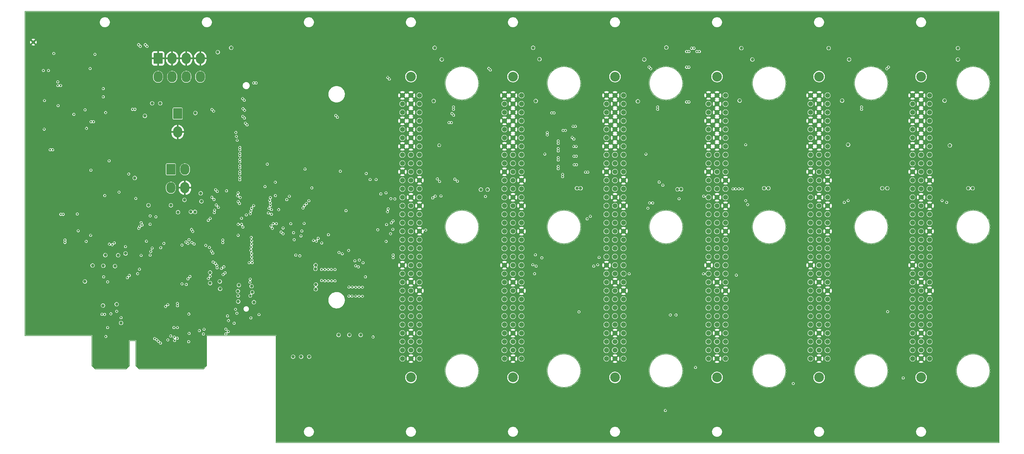
<source format=gbr>
G04 #@! TF.GenerationSoftware,KiCad,Pcbnew,6.0.7-f9a2dced07~116~ubuntu22.04.1*
G04 #@! TF.CreationDate,2023-05-03T15:08:01+01:00*
G04 #@! TF.ProjectId,hiltop_backplane_brd,68696c74-6f70-45f6-9261-636b706c616e,A*
G04 #@! TF.SameCoordinates,Original*
G04 #@! TF.FileFunction,Copper,L2,Inr*
G04 #@! TF.FilePolarity,Positive*
%FSLAX46Y46*%
G04 Gerber Fmt 4.6, Leading zero omitted, Abs format (unit mm)*
G04 Created by KiCad (PCBNEW 6.0.7-f9a2dced07~116~ubuntu22.04.1) date 2023-05-03 15:08:01*
%MOMM*%
%LPD*%
G01*
G04 APERTURE LIST*
G04 Aperture macros list*
%AMRoundRect*
0 Rectangle with rounded corners*
0 $1 Rounding radius*
0 $2 $3 $4 $5 $6 $7 $8 $9 X,Y pos of 4 corners*
0 Add a 4 corners polygon primitive as box body*
4,1,4,$2,$3,$4,$5,$6,$7,$8,$9,$2,$3,0*
0 Add four circle primitives for the rounded corners*
1,1,$1+$1,$2,$3*
1,1,$1+$1,$4,$5*
1,1,$1+$1,$6,$7*
1,1,$1+$1,$8,$9*
0 Add four rect primitives between the rounded corners*
20,1,$1+$1,$2,$3,$4,$5,0*
20,1,$1+$1,$4,$5,$6,$7,0*
20,1,$1+$1,$6,$7,$8,$9,0*
20,1,$1+$1,$8,$9,$2,$3,0*%
G04 Aperture macros list end*
G04 #@! TA.AperFunction,Profile*
%ADD10C,0.150000*%
G04 #@! TD*
G04 #@! TA.AperFunction,ComponentPad*
%ADD11C,2.900680*%
G04 #@! TD*
G04 #@! TA.AperFunction,ComponentPad*
%ADD12C,1.501140*%
G04 #@! TD*
G04 #@! TA.AperFunction,ComponentPad*
%ADD13RoundRect,0.250001X-1.099999X-1.399999X1.099999X-1.399999X1.099999X1.399999X-1.099999X1.399999X0*%
G04 #@! TD*
G04 #@! TA.AperFunction,ComponentPad*
%ADD14O,2.700000X3.300000*%
G04 #@! TD*
G04 #@! TA.AperFunction,ComponentPad*
%ADD15C,1.000000*%
G04 #@! TD*
G04 #@! TA.AperFunction,ViaPad*
%ADD16C,0.600000*%
G04 #@! TD*
G04 #@! TA.AperFunction,ViaPad*
%ADD17C,0.800000*%
G04 #@! TD*
G04 #@! TA.AperFunction,ViaPad*
%ADD18C,1.000000*%
G04 #@! TD*
G04 APERTURE END LIST*
D10*
X179840000Y-50700000D02*
G75*
G03*
X179840000Y-50700000I-5000000J0D01*
G01*
X210320000Y-50700000D02*
G75*
G03*
X210320000Y-50700000I-5000000J0D01*
G01*
X240800000Y-50700000D02*
G75*
G03*
X240800000Y-50700000I-5000000J0D01*
G01*
X210320000Y-93700000D02*
G75*
G03*
X210320000Y-93700000I-5000000J0D01*
G01*
X240800000Y-93700000D02*
G75*
G03*
X240800000Y-93700000I-5000000J0D01*
G01*
X179840000Y-136700000D02*
G75*
G03*
X179840000Y-136700000I-5000000J0D01*
G01*
X210320000Y-136700000D02*
G75*
G03*
X210320000Y-136700000I-5000000J0D01*
G01*
X240800000Y-136700000D02*
G75*
G03*
X240800000Y-136700000I-5000000J0D01*
G01*
X179840000Y-93700000D02*
G75*
G03*
X179840000Y-93700000I-5000000J0D01*
G01*
X271600000Y-136700000D02*
G75*
G03*
X271600000Y-136700000I-5000000J0D01*
G01*
X65300000Y-136200000D02*
X74500000Y-136200000D01*
X75500000Y-135200000D02*
X75500000Y-127700000D01*
X98600000Y-126200000D02*
X119300000Y-126200000D01*
X302080000Y-136700000D02*
G75*
G03*
X302080000Y-136700000I-5000000J0D01*
G01*
X332560000Y-93700000D02*
G75*
G03*
X332560000Y-93700000I-5000000J0D01*
G01*
X75500000Y-135200000D02*
X74500000Y-136200000D01*
X97600000Y-136200000D02*
X98600000Y-135200000D01*
X332560000Y-50700000D02*
G75*
G03*
X332560000Y-50700000I-5000000J0D01*
G01*
X271600000Y-50700000D02*
G75*
G03*
X271600000Y-50700000I-5000000J0D01*
G01*
X302080000Y-93700000D02*
G75*
G03*
X302080000Y-93700000I-5000000J0D01*
G01*
X44300000Y-29200000D02*
X335300000Y-29200000D01*
X64300000Y-135200000D02*
X64300000Y-126200000D01*
X271600000Y-93700000D02*
G75*
G03*
X271600000Y-93700000I-5000000J0D01*
G01*
X332560000Y-136700000D02*
G75*
G03*
X332560000Y-136700000I-5000000J0D01*
G01*
X77400000Y-135200000D02*
X78400000Y-136200000D01*
X119300000Y-136200000D02*
X119300000Y-158200000D01*
X44300000Y-126200000D02*
X44300000Y-29200000D01*
X119300000Y-126200000D02*
X119300000Y-136200000D01*
X78400000Y-136200000D02*
X97600000Y-136200000D01*
X64300000Y-135200000D02*
X65300000Y-136200000D01*
X75500000Y-127700000D02*
X77400000Y-127700000D01*
X98600000Y-135200000D02*
X98600000Y-127700000D01*
X335300000Y-29200000D02*
X335300000Y-158200000D01*
X302080000Y-50700000D02*
G75*
G03*
X302080000Y-50700000I-5000000J0D01*
G01*
X98600000Y-127700000D02*
X98600000Y-126200000D01*
X335300000Y-158200000D02*
X119300000Y-158200000D01*
X77400000Y-127700000D02*
X77400000Y-135200000D01*
X64300000Y-126200000D02*
X44300000Y-126200000D01*
D11*
X159600000Y-48703900D03*
X159600000Y-138696100D03*
D12*
X157060000Y-54330000D03*
X159600000Y-54330000D03*
X162140000Y-54330000D03*
X157060000Y-56870000D03*
X159600000Y-56870000D03*
X162140000Y-56870000D03*
X157060000Y-59410000D03*
X159600000Y-59410000D03*
X162140000Y-59410000D03*
X157060000Y-61950000D03*
X159600000Y-61950000D03*
X162140000Y-61950000D03*
X157060000Y-64490000D03*
X159600000Y-64490000D03*
X162140000Y-64490000D03*
X157060000Y-67030000D03*
X159600000Y-67030000D03*
X162140000Y-67030000D03*
X157060000Y-69570000D03*
X159600000Y-69570000D03*
X162140000Y-69570000D03*
X157060000Y-72110000D03*
X159600000Y-72110000D03*
X162140000Y-72110000D03*
X157060000Y-74650000D03*
X159600000Y-74650000D03*
X162140000Y-74650000D03*
X157060000Y-77190000D03*
X159600000Y-77190000D03*
X162140000Y-77190000D03*
X157060000Y-79730000D03*
X159600000Y-79730000D03*
X162140000Y-79730000D03*
X157060000Y-82270000D03*
X159600000Y-82270000D03*
X162140000Y-82270000D03*
X157060000Y-84810000D03*
X159600000Y-84810000D03*
X162140000Y-84810000D03*
X157060000Y-87350000D03*
X159600000Y-87350000D03*
X162140000Y-87350000D03*
X157060000Y-89890000D03*
X159600000Y-89890000D03*
X162140000Y-89890000D03*
X157060000Y-92430000D03*
X159600000Y-92430000D03*
X162140000Y-92430000D03*
X157060000Y-94970000D03*
X159600000Y-94970000D03*
X162140000Y-94970000D03*
X157060000Y-97510000D03*
X159600000Y-97510000D03*
X162140000Y-97510000D03*
X157060000Y-100050000D03*
X159600000Y-100050000D03*
X162140000Y-100050000D03*
X157060000Y-102590000D03*
X159600000Y-102590000D03*
X162140000Y-102590000D03*
X157060000Y-105130000D03*
X159600000Y-105130000D03*
X162140000Y-105130000D03*
X157060000Y-107670000D03*
X159600000Y-107670000D03*
X162140000Y-107670000D03*
X157060000Y-110210000D03*
X159600000Y-110210000D03*
X162140000Y-110210000D03*
X157060000Y-112750000D03*
X159600000Y-112750000D03*
X162140000Y-112750000D03*
X157060000Y-115290000D03*
X159600000Y-115290000D03*
X162140000Y-115290000D03*
X157060000Y-117830000D03*
X159600000Y-117830000D03*
X162140000Y-117830000D03*
X157060000Y-120370000D03*
X159600000Y-120370000D03*
X162140000Y-120370000D03*
X157060000Y-122910000D03*
X159600000Y-122910000D03*
X162140000Y-122910000D03*
X157060000Y-125450000D03*
X159600000Y-125450000D03*
X162140000Y-125450000D03*
X157060000Y-127990000D03*
X159600000Y-127990000D03*
X162140000Y-127990000D03*
X157060000Y-130530000D03*
X159600000Y-130530000D03*
X162140000Y-130530000D03*
X157060000Y-133070000D03*
X159600000Y-133070000D03*
X162140000Y-133070000D03*
D11*
X190080000Y-138696100D03*
X190080000Y-48703900D03*
D12*
X187540000Y-54330000D03*
X190080000Y-54330000D03*
X192620000Y-54330000D03*
X187540000Y-56870000D03*
X190080000Y-56870000D03*
X192620000Y-56870000D03*
X187540000Y-59410000D03*
X190080000Y-59410000D03*
X192620000Y-59410000D03*
X187540000Y-61950000D03*
X190080000Y-61950000D03*
X192620000Y-61950000D03*
X187540000Y-64490000D03*
X190080000Y-64490000D03*
X192620000Y-64490000D03*
X187540000Y-67030000D03*
X190080000Y-67030000D03*
X192620000Y-67030000D03*
X187540000Y-69570000D03*
X190080000Y-69570000D03*
X192620000Y-69570000D03*
X187540000Y-72110000D03*
X190080000Y-72110000D03*
X192620000Y-72110000D03*
X187540000Y-74650000D03*
X190080000Y-74650000D03*
X192620000Y-74650000D03*
X187540000Y-77190000D03*
X190080000Y-77190000D03*
X192620000Y-77190000D03*
X187540000Y-79730000D03*
X190080000Y-79730000D03*
X192620000Y-79730000D03*
X187540000Y-82270000D03*
X190080000Y-82270000D03*
X192620000Y-82270000D03*
X187540000Y-84810000D03*
X190080000Y-84810000D03*
X192620000Y-84810000D03*
X187540000Y-87350000D03*
X190080000Y-87350000D03*
X192620000Y-87350000D03*
X187540000Y-89890000D03*
X190080000Y-89890000D03*
X192620000Y-89890000D03*
X187540000Y-92430000D03*
X190080000Y-92430000D03*
X192620000Y-92430000D03*
X187540000Y-94970000D03*
X190080000Y-94970000D03*
X192620000Y-94970000D03*
X187540000Y-97510000D03*
X190080000Y-97510000D03*
X192620000Y-97510000D03*
X187540000Y-100050000D03*
X190080000Y-100050000D03*
X192620000Y-100050000D03*
X187540000Y-102590000D03*
X190080000Y-102590000D03*
X192620000Y-102590000D03*
X187540000Y-105130000D03*
X190080000Y-105130000D03*
X192620000Y-105130000D03*
X187540000Y-107670000D03*
X190080000Y-107670000D03*
X192620000Y-107670000D03*
X187540000Y-110210000D03*
X190080000Y-110210000D03*
X192620000Y-110210000D03*
X187540000Y-112750000D03*
X190080000Y-112750000D03*
X192620000Y-112750000D03*
X187540000Y-115290000D03*
X190080000Y-115290000D03*
X192620000Y-115290000D03*
X187540000Y-117830000D03*
X190080000Y-117830000D03*
X192620000Y-117830000D03*
X187540000Y-120370000D03*
X190080000Y-120370000D03*
X192620000Y-120370000D03*
X187540000Y-122910000D03*
X190080000Y-122910000D03*
X192620000Y-122910000D03*
X187540000Y-125450000D03*
X190080000Y-125450000D03*
X192620000Y-125450000D03*
X187540000Y-127990000D03*
X190080000Y-127990000D03*
X192620000Y-127990000D03*
X187540000Y-130530000D03*
X190080000Y-130530000D03*
X192620000Y-130530000D03*
X187540000Y-133070000D03*
X190080000Y-133070000D03*
X192620000Y-133070000D03*
D11*
X220560000Y-48703900D03*
X220560000Y-138696100D03*
D12*
X218020000Y-54330000D03*
X220560000Y-54330000D03*
X223100000Y-54330000D03*
X218020000Y-56870000D03*
X220560000Y-56870000D03*
X223100000Y-56870000D03*
X218020000Y-59410000D03*
X220560000Y-59410000D03*
X223100000Y-59410000D03*
X218020000Y-61950000D03*
X220560000Y-61950000D03*
X223100000Y-61950000D03*
X218020000Y-64490000D03*
X220560000Y-64490000D03*
X223100000Y-64490000D03*
X218020000Y-67030000D03*
X220560000Y-67030000D03*
X223100000Y-67030000D03*
X218020000Y-69570000D03*
X220560000Y-69570000D03*
X223100000Y-69570000D03*
X218020000Y-72110000D03*
X220560000Y-72110000D03*
X223100000Y-72110000D03*
X218020000Y-74650000D03*
X220560000Y-74650000D03*
X223100000Y-74650000D03*
X218020000Y-77190000D03*
X220560000Y-77190000D03*
X223100000Y-77190000D03*
X218020000Y-79730000D03*
X220560000Y-79730000D03*
X223100000Y-79730000D03*
X218020000Y-82270000D03*
X220560000Y-82270000D03*
X223100000Y-82270000D03*
X218020000Y-84810000D03*
X220560000Y-84810000D03*
X223100000Y-84810000D03*
X218020000Y-87350000D03*
X220560000Y-87350000D03*
X223100000Y-87350000D03*
X218020000Y-89890000D03*
X220560000Y-89890000D03*
X223100000Y-89890000D03*
X218020000Y-92430000D03*
X220560000Y-92430000D03*
X223100000Y-92430000D03*
X218020000Y-94970000D03*
X220560000Y-94970000D03*
X223100000Y-94970000D03*
X218020000Y-97510000D03*
X220560000Y-97510000D03*
X223100000Y-97510000D03*
X218020000Y-100050000D03*
X220560000Y-100050000D03*
X223100000Y-100050000D03*
X218020000Y-102590000D03*
X220560000Y-102590000D03*
X223100000Y-102590000D03*
X218020000Y-105130000D03*
X220560000Y-105130000D03*
X223100000Y-105130000D03*
X218020000Y-107670000D03*
X220560000Y-107670000D03*
X223100000Y-107670000D03*
X218020000Y-110210000D03*
X220560000Y-110210000D03*
X223100000Y-110210000D03*
X218020000Y-112750000D03*
X220560000Y-112750000D03*
X223100000Y-112750000D03*
X218020000Y-115290000D03*
X220560000Y-115290000D03*
X223100000Y-115290000D03*
X218020000Y-117830000D03*
X220560000Y-117830000D03*
X223100000Y-117830000D03*
X218020000Y-120370000D03*
X220560000Y-120370000D03*
X223100000Y-120370000D03*
X218020000Y-122910000D03*
X220560000Y-122910000D03*
X223100000Y-122910000D03*
X218020000Y-125450000D03*
X220560000Y-125450000D03*
X223100000Y-125450000D03*
X218020000Y-127990000D03*
X220560000Y-127990000D03*
X223100000Y-127990000D03*
X218020000Y-130530000D03*
X220560000Y-130530000D03*
X223100000Y-130530000D03*
X218020000Y-133070000D03*
X220560000Y-133070000D03*
X223100000Y-133070000D03*
D13*
X84074000Y-43268000D03*
D14*
X88274000Y-43268000D03*
X92474000Y-43268000D03*
X96674000Y-43268000D03*
X84074000Y-48768000D03*
X88274000Y-48768000D03*
X92474000Y-48768000D03*
X96674000Y-48768000D03*
D13*
X89916000Y-59778000D03*
D14*
X89916000Y-65278000D03*
D13*
X87884000Y-76454000D03*
D14*
X92084000Y-76454000D03*
X87884000Y-81954000D03*
X92084000Y-81954000D03*
D15*
X67600000Y-117200000D03*
X71700000Y-116800000D03*
X62200000Y-110000000D03*
X73000000Y-122400000D03*
X138000000Y-126000000D03*
X141200000Y-126000000D03*
X144600000Y-126000000D03*
X68300000Y-102100000D03*
X67700000Y-105300000D03*
X64500000Y-105200000D03*
X71200000Y-105400000D03*
X102600000Y-112200000D03*
X102500000Y-110000000D03*
X99600000Y-110500000D03*
X77090000Y-79040000D03*
X99600000Y-107300000D03*
X81200000Y-87200000D03*
X72130000Y-102140000D03*
X74350000Y-101620000D03*
X46800000Y-38400000D03*
X101900000Y-41400000D03*
X95200000Y-59600000D03*
X82300000Y-56700000D03*
X84700000Y-56700000D03*
X80120000Y-60470000D03*
X87900000Y-87200000D03*
X96800000Y-83600000D03*
X97010000Y-86030000D03*
X124400000Y-132500000D03*
D11*
X251040000Y-138696100D03*
X251040000Y-48703900D03*
D12*
X248500000Y-54330000D03*
X251040000Y-54330000D03*
X253580000Y-54330000D03*
X248500000Y-56870000D03*
X251040000Y-56870000D03*
X253580000Y-56870000D03*
X248500000Y-59410000D03*
X251040000Y-59410000D03*
X253580000Y-59410000D03*
X248500000Y-61950000D03*
X251040000Y-61950000D03*
X253580000Y-61950000D03*
X248500000Y-64490000D03*
X251040000Y-64490000D03*
X253580000Y-64490000D03*
X248500000Y-67030000D03*
X251040000Y-67030000D03*
X253580000Y-67030000D03*
X248500000Y-69570000D03*
X251040000Y-69570000D03*
X253580000Y-69570000D03*
X248500000Y-72110000D03*
X251040000Y-72110000D03*
X253580000Y-72110000D03*
X248500000Y-74650000D03*
X251040000Y-74650000D03*
X253580000Y-74650000D03*
X248500000Y-77190000D03*
X251040000Y-77190000D03*
X253580000Y-77190000D03*
X248500000Y-79730000D03*
X251040000Y-79730000D03*
X253580000Y-79730000D03*
X248500000Y-82270000D03*
X251040000Y-82270000D03*
X253580000Y-82270000D03*
X248500000Y-84810000D03*
X251040000Y-84810000D03*
X253580000Y-84810000D03*
X248500000Y-87350000D03*
X251040000Y-87350000D03*
X253580000Y-87350000D03*
X248500000Y-89890000D03*
X251040000Y-89890000D03*
X253580000Y-89890000D03*
X248500000Y-92430000D03*
X251040000Y-92430000D03*
X253580000Y-92430000D03*
X248500000Y-94970000D03*
X251040000Y-94970000D03*
X253580000Y-94970000D03*
X248500000Y-97510000D03*
X251040000Y-97510000D03*
X253580000Y-97510000D03*
X248500000Y-100050000D03*
X251040000Y-100050000D03*
X253580000Y-100050000D03*
X248500000Y-102590000D03*
X251040000Y-102590000D03*
X253580000Y-102590000D03*
X248500000Y-105130000D03*
X251040000Y-105130000D03*
X253580000Y-105130000D03*
X248500000Y-107670000D03*
X251040000Y-107670000D03*
X253580000Y-107670000D03*
X248500000Y-110210000D03*
X251040000Y-110210000D03*
X253580000Y-110210000D03*
X248500000Y-112750000D03*
X251040000Y-112750000D03*
X253580000Y-112750000D03*
X248500000Y-115290000D03*
X251040000Y-115290000D03*
X253580000Y-115290000D03*
X248500000Y-117830000D03*
X251040000Y-117830000D03*
X253580000Y-117830000D03*
X248500000Y-120370000D03*
X251040000Y-120370000D03*
X253580000Y-120370000D03*
X248500000Y-122910000D03*
X251040000Y-122910000D03*
X253580000Y-122910000D03*
X248500000Y-125450000D03*
X251040000Y-125450000D03*
X253580000Y-125450000D03*
X248500000Y-127990000D03*
X251040000Y-127990000D03*
X253580000Y-127990000D03*
X248500000Y-130530000D03*
X251040000Y-130530000D03*
X253580000Y-130530000D03*
X248500000Y-133070000D03*
X251040000Y-133070000D03*
X253580000Y-133070000D03*
D15*
X129200000Y-132500000D03*
D11*
X312000000Y-138696100D03*
X312000000Y-48703900D03*
D12*
X309460000Y-54330000D03*
X312000000Y-54330000D03*
X314540000Y-54330000D03*
X309460000Y-56870000D03*
X312000000Y-56870000D03*
X314540000Y-56870000D03*
X309460000Y-59410000D03*
X312000000Y-59410000D03*
X314540000Y-59410000D03*
X309460000Y-61950000D03*
X312000000Y-61950000D03*
X314540000Y-61950000D03*
X309460000Y-64490000D03*
X312000000Y-64490000D03*
X314540000Y-64490000D03*
X309460000Y-67030000D03*
X312000000Y-67030000D03*
X314540000Y-67030000D03*
X309460000Y-69570000D03*
X312000000Y-69570000D03*
X314540000Y-69570000D03*
X309460000Y-72110000D03*
X312000000Y-72110000D03*
X314540000Y-72110000D03*
X309460000Y-74650000D03*
X312000000Y-74650000D03*
X314540000Y-74650000D03*
X309460000Y-77190000D03*
X312000000Y-77190000D03*
X314540000Y-77190000D03*
X309460000Y-79730000D03*
X312000000Y-79730000D03*
X314540000Y-79730000D03*
X309460000Y-82270000D03*
X312000000Y-82270000D03*
X314540000Y-82270000D03*
X309460000Y-84810000D03*
X312000000Y-84810000D03*
X314540000Y-84810000D03*
X309460000Y-87350000D03*
X312000000Y-87350000D03*
X314540000Y-87350000D03*
X309460000Y-89890000D03*
X312000000Y-89890000D03*
X314540000Y-89890000D03*
X309460000Y-92430000D03*
X312000000Y-92430000D03*
X314540000Y-92430000D03*
X309460000Y-94970000D03*
X312000000Y-94970000D03*
X314540000Y-94970000D03*
X309460000Y-97510000D03*
X312000000Y-97510000D03*
X314540000Y-97510000D03*
X309460000Y-100050000D03*
X312000000Y-100050000D03*
X314540000Y-100050000D03*
X309460000Y-102590000D03*
X312000000Y-102590000D03*
X314540000Y-102590000D03*
X309460000Y-105130000D03*
X312000000Y-105130000D03*
X314540000Y-105130000D03*
X309460000Y-107670000D03*
X312000000Y-107670000D03*
X314540000Y-107670000D03*
X309460000Y-110210000D03*
X312000000Y-110210000D03*
X314540000Y-110210000D03*
X309460000Y-112750000D03*
X312000000Y-112750000D03*
X314540000Y-112750000D03*
X309460000Y-115290000D03*
X312000000Y-115290000D03*
X314540000Y-115290000D03*
X309460000Y-117830000D03*
X312000000Y-117830000D03*
X314540000Y-117830000D03*
X309460000Y-120370000D03*
X312000000Y-120370000D03*
X314540000Y-120370000D03*
X309460000Y-122910000D03*
X312000000Y-122910000D03*
X314540000Y-122910000D03*
X309460000Y-125450000D03*
X312000000Y-125450000D03*
X314540000Y-125450000D03*
X309460000Y-127990000D03*
X312000000Y-127990000D03*
X314540000Y-127990000D03*
X309460000Y-130530000D03*
X312000000Y-130530000D03*
X314540000Y-130530000D03*
X309460000Y-133070000D03*
X312000000Y-133070000D03*
X314540000Y-133070000D03*
D11*
X281520000Y-138696100D03*
X281520000Y-48703900D03*
D12*
X278980000Y-54330000D03*
X281520000Y-54330000D03*
X284060000Y-54330000D03*
X278980000Y-56870000D03*
X281520000Y-56870000D03*
X284060000Y-56870000D03*
X278980000Y-59410000D03*
X281520000Y-59410000D03*
X284060000Y-59410000D03*
X278980000Y-61950000D03*
X281520000Y-61950000D03*
X284060000Y-61950000D03*
X278980000Y-64490000D03*
X281520000Y-64490000D03*
X284060000Y-64490000D03*
X278980000Y-67030000D03*
X281520000Y-67030000D03*
X284060000Y-67030000D03*
X278980000Y-69570000D03*
X281520000Y-69570000D03*
X284060000Y-69570000D03*
X278980000Y-72110000D03*
X281520000Y-72110000D03*
X284060000Y-72110000D03*
X278980000Y-74650000D03*
X281520000Y-74650000D03*
X284060000Y-74650000D03*
X278980000Y-77190000D03*
X281520000Y-77190000D03*
X284060000Y-77190000D03*
X278980000Y-79730000D03*
X281520000Y-79730000D03*
X284060000Y-79730000D03*
X278980000Y-82270000D03*
X281520000Y-82270000D03*
X284060000Y-82270000D03*
X278980000Y-84810000D03*
X281520000Y-84810000D03*
X284060000Y-84810000D03*
X278980000Y-87350000D03*
X281520000Y-87350000D03*
X284060000Y-87350000D03*
X278980000Y-89890000D03*
X281520000Y-89890000D03*
X284060000Y-89890000D03*
X278980000Y-92430000D03*
X281520000Y-92430000D03*
X284060000Y-92430000D03*
X278980000Y-94970000D03*
X281520000Y-94970000D03*
X284060000Y-94970000D03*
X278980000Y-97510000D03*
X281520000Y-97510000D03*
X284060000Y-97510000D03*
X278980000Y-100050000D03*
X281520000Y-100050000D03*
X284060000Y-100050000D03*
X278980000Y-102590000D03*
X281520000Y-102590000D03*
X284060000Y-102590000D03*
X278980000Y-105130000D03*
X281520000Y-105130000D03*
X284060000Y-105130000D03*
X278980000Y-107670000D03*
X281520000Y-107670000D03*
X284060000Y-107670000D03*
X278980000Y-110210000D03*
X281520000Y-110210000D03*
X284060000Y-110210000D03*
X278980000Y-112750000D03*
X281520000Y-112750000D03*
X284060000Y-112750000D03*
X278980000Y-115290000D03*
X281520000Y-115290000D03*
X284060000Y-115290000D03*
X278980000Y-117830000D03*
X281520000Y-117830000D03*
X284060000Y-117830000D03*
X278980000Y-120370000D03*
X281520000Y-120370000D03*
X284060000Y-120370000D03*
X278980000Y-122910000D03*
X281520000Y-122910000D03*
X284060000Y-122910000D03*
X278980000Y-125450000D03*
X281520000Y-125450000D03*
X284060000Y-125450000D03*
X278980000Y-127990000D03*
X281520000Y-127990000D03*
X284060000Y-127990000D03*
X278980000Y-130530000D03*
X281520000Y-130530000D03*
X284060000Y-130530000D03*
X278980000Y-133070000D03*
X281520000Y-133070000D03*
X284060000Y-133070000D03*
D15*
X126800000Y-132500000D03*
D16*
X316000000Y-49000000D03*
X139000000Y-58000000D03*
X63000000Y-74000000D03*
X62000000Y-102000000D03*
X69000000Y-113000000D03*
X82500000Y-32500000D03*
X72500000Y-32500000D03*
X62500000Y-32500000D03*
X92500000Y-32500000D03*
X102500000Y-32500000D03*
X112500000Y-32500000D03*
X125000000Y-32500000D03*
X135000000Y-32500000D03*
X145000000Y-32500000D03*
X155000000Y-32500000D03*
X165000000Y-32500000D03*
X175000000Y-32500000D03*
X185000000Y-32500000D03*
X195000000Y-32500000D03*
X215000000Y-32500000D03*
X205000000Y-32500000D03*
X236000000Y-32000000D03*
X232500000Y-77500000D03*
X240000000Y-77500000D03*
X232350000Y-142940000D03*
X240000000Y-142500000D03*
X247000000Y-155000000D03*
X225000000Y-155000000D03*
X236000000Y-155000000D03*
X215000000Y-155000000D03*
X195000000Y-155000000D03*
X205000000Y-155000000D03*
X185000000Y-155000000D03*
X165000000Y-155000000D03*
X177500000Y-155000000D03*
X152500000Y-155000000D03*
X132500000Y-155000000D03*
X142500000Y-155000000D03*
X122500000Y-155000000D03*
X122200000Y-129000000D03*
X142500000Y-140000000D03*
X122500000Y-140000000D03*
X60000000Y-120000000D03*
X65070000Y-119100000D03*
X60000000Y-125000000D03*
X52500000Y-125000000D03*
X47500000Y-125000000D03*
X47500000Y-117500000D03*
X47500000Y-110000000D03*
X47500000Y-100000000D03*
X47500000Y-82500000D03*
X47500000Y-72500000D03*
X47500000Y-65000000D03*
X47500000Y-57500000D03*
X45000000Y-57500000D03*
X45000000Y-65000000D03*
X45000000Y-82500000D03*
X45000000Y-100000000D03*
X57500000Y-117500000D03*
X60000000Y-107500000D03*
X55000000Y-100000000D03*
X47500000Y-80000000D03*
X102500000Y-62500000D03*
X85000000Y-62500000D03*
X85000000Y-70000000D03*
X92500000Y-70000000D03*
X84600000Y-87600000D03*
X97900000Y-81700000D03*
X170000000Y-97500000D03*
X167500000Y-92500000D03*
X202400000Y-66700000D03*
X210000000Y-75000000D03*
X170000000Y-75000000D03*
X180000000Y-97500000D03*
X170000000Y-105000000D03*
X180000000Y-105000000D03*
X182500000Y-115000000D03*
X200000000Y-110000000D03*
X212500000Y-110000000D03*
X200000000Y-132500000D03*
X200000000Y-140000000D03*
X217500000Y-142500000D03*
X225000000Y-142500000D03*
X167500000Y-142500000D03*
X102500000Y-70000000D03*
X75000000Y-67500000D03*
X61976000Y-53086000D03*
X60506000Y-51616000D03*
X63446000Y-51616000D03*
X60506000Y-54556000D03*
X63446000Y-54556000D03*
X69450000Y-89770000D03*
X75000000Y-89770000D03*
X69450000Y-95650000D03*
X75000000Y-95650000D03*
X54600000Y-97380000D03*
X179900000Y-142390000D03*
X181490000Y-145230000D03*
X186060000Y-142030000D03*
X72390000Y-92710000D03*
X51400000Y-42600000D03*
X75350000Y-81110000D03*
X104750000Y-87370000D03*
X92057984Y-127242016D03*
X116900000Y-101900000D03*
X116110000Y-102050000D03*
X91600000Y-113800000D03*
D17*
X128800000Y-115800000D03*
D16*
X123900000Y-102000000D03*
X277000000Y-155000000D03*
X297000000Y-155000000D03*
X277300000Y-81800000D03*
X112600000Y-71900000D03*
X295000000Y-114800000D03*
X49200000Y-54400000D03*
X149200000Y-97200000D03*
X126000000Y-68600000D03*
X80000000Y-96550000D03*
X104740000Y-85570000D03*
X67175000Y-84000000D03*
X111600000Y-76500000D03*
X110400000Y-99900000D03*
X208400000Y-119000000D03*
X148200000Y-112400000D03*
X325000000Y-32000000D03*
X104670000Y-74940000D03*
X110400000Y-103500000D03*
X225000000Y-32000000D03*
X78080000Y-95480000D03*
X317000000Y-155000000D03*
X94155191Y-128113421D03*
X74980000Y-87270000D03*
X112970000Y-60920000D03*
X305000000Y-68000000D03*
X111400000Y-74700000D03*
X73020000Y-85550000D03*
X50000000Y-51400000D03*
X90190000Y-128119986D03*
X62080000Y-86090000D03*
X64490000Y-47550000D03*
X117300000Y-104624500D03*
X111600000Y-72700000D03*
X116400000Y-99924501D03*
X241000000Y-90000000D03*
X63220000Y-90270000D03*
X104700000Y-71150000D03*
X72330000Y-73910000D03*
X203800000Y-122899500D03*
X212368761Y-117368761D03*
X290800000Y-115600000D03*
X112780006Y-112300010D03*
X278000000Y-32000000D03*
X110400000Y-98200000D03*
X78910000Y-91070000D03*
D17*
X132400000Y-111800000D03*
D16*
X267000000Y-32000000D03*
X104600000Y-91000000D03*
X98124980Y-127902103D03*
X111699998Y-115200000D03*
X59200000Y-42800000D03*
X116094000Y-89486000D03*
X104730000Y-69390000D03*
X296800000Y-122800000D03*
X65500000Y-66110000D03*
X296000000Y-65000000D03*
X70600000Y-65400000D03*
X104580000Y-92880000D03*
X62820000Y-66380000D03*
X104760000Y-107160000D03*
X62230000Y-82880000D03*
X333000000Y-155000000D03*
X112682461Y-114100022D03*
X63980000Y-125060000D03*
X308000000Y-155000000D03*
X104620000Y-96300000D03*
X71600000Y-60600000D03*
X70220000Y-128240000D03*
X333000000Y-119000000D03*
X116422375Y-92972375D03*
X101200000Y-124800000D03*
X290800000Y-93100000D03*
X116000000Y-110100000D03*
X116003998Y-87686000D03*
X255000000Y-155000000D03*
X119600000Y-96574500D03*
X72950000Y-98170000D03*
X66790000Y-93485010D03*
X67440000Y-128220000D03*
X113400000Y-46400000D03*
X308000000Y-32000000D03*
X65420000Y-86210000D03*
X104070000Y-62180000D03*
X333000000Y-61000000D03*
X47500000Y-32500000D03*
X115996000Y-84086000D03*
X56000000Y-74600000D03*
X104800000Y-115000000D03*
X50800000Y-57400000D03*
X103900000Y-76570000D03*
X104680000Y-72670000D03*
X285000000Y-32000000D03*
X61700000Y-64200000D03*
X333000000Y-140000000D03*
X333000000Y-76000000D03*
X199000000Y-93600000D03*
X211000000Y-85000000D03*
X104700000Y-112000000D03*
X205200000Y-123000000D03*
X284400000Y-50800000D03*
X112900000Y-84700000D03*
X202400000Y-123000000D03*
X104700000Y-113600000D03*
X235800000Y-115200000D03*
X71150000Y-46050000D03*
X316000000Y-32000000D03*
X73240000Y-128180000D03*
X81674990Y-129100000D03*
X259800000Y-94000000D03*
X247000000Y-32000000D03*
X286000000Y-81000000D03*
X104080000Y-63930000D03*
X109800000Y-120800000D03*
X300200000Y-119200000D03*
X333000000Y-44000000D03*
X103800000Y-93300000D03*
X153200000Y-46200000D03*
X295600000Y-122800500D03*
X70357994Y-101697994D03*
X104670000Y-105330000D03*
X228400000Y-93600000D03*
X70600000Y-51800000D03*
X58300000Y-62700000D03*
X333000000Y-32000000D03*
X116100000Y-94800000D03*
X183400000Y-52000000D03*
X303200000Y-115000000D03*
X203110000Y-114860000D03*
X107820000Y-109650000D03*
X224400000Y-49800000D03*
X63080000Y-96190000D03*
X70130000Y-70460000D03*
X87194635Y-128129546D03*
X74500000Y-128040000D03*
X293800000Y-122800000D03*
X116046000Y-85886000D03*
X117100000Y-70000000D03*
X256000000Y-49000000D03*
X266000000Y-155000000D03*
X75434429Y-86354990D03*
X116850000Y-91250000D03*
X114860000Y-52740000D03*
X112990000Y-64290000D03*
X70500000Y-54800000D03*
X201500000Y-56000000D03*
X83751002Y-128491136D03*
X138000000Y-50000000D03*
X150400000Y-132000000D03*
X67490000Y-88240000D03*
X67710000Y-70190000D03*
X99100000Y-102250000D03*
X66740000Y-96900000D03*
X124200000Y-86600000D03*
X104050000Y-54430000D03*
X264200000Y-115800000D03*
X112600000Y-81900000D03*
X301800000Y-89600000D03*
X66310000Y-95470000D03*
X63420000Y-83120000D03*
X136000000Y-123400000D03*
X54400000Y-83600000D03*
X104590000Y-89130000D03*
X116090000Y-103875000D03*
X270700000Y-98500000D03*
X212000000Y-94000000D03*
X200000000Y-46400000D03*
X110400000Y-101800000D03*
X286000000Y-155000000D03*
X116090000Y-71440000D03*
X333000000Y-98000000D03*
X143000000Y-89000000D03*
X255000000Y-32000000D03*
X65860000Y-94260000D03*
X72200000Y-65400000D03*
X297000000Y-32000000D03*
X112960000Y-62790000D03*
X265600000Y-64600000D03*
X75650000Y-101090000D03*
X90940000Y-119680000D03*
X237000000Y-62000000D03*
X69530795Y-98826672D03*
X71000000Y-98469994D03*
X54940000Y-51390000D03*
X51308000Y-46880000D03*
X63920000Y-96190000D03*
X68130000Y-84290000D03*
X81675000Y-92874990D03*
X70347869Y-99003359D03*
X80580000Y-97960000D03*
X72400000Y-83260000D03*
X74320000Y-99570000D03*
X81696239Y-90363761D03*
X64050000Y-62200000D03*
X56250000Y-97600000D03*
X64750000Y-62200000D03*
X56250000Y-98300000D03*
X52550000Y-70600000D03*
X55015775Y-89916020D03*
X55715775Y-89916020D03*
X51850000Y-70600000D03*
X49784000Y-46880000D03*
X54130000Y-51400000D03*
X86275021Y-117485578D03*
X152150000Y-83475500D03*
X259600000Y-85800000D03*
X290214430Y-85785570D03*
X89876628Y-117269949D03*
X318285570Y-85785570D03*
X101450000Y-87100000D03*
X166100000Y-85000000D03*
X319650000Y-86350000D03*
X289050000Y-86350000D03*
X86995807Y-116934461D03*
X102080000Y-87800000D03*
X150600000Y-83800000D03*
X260200000Y-87000000D03*
X89831810Y-116571373D03*
X99043760Y-91713762D03*
X154270000Y-91870000D03*
X212233750Y-91266250D03*
X89870000Y-123790000D03*
X88790000Y-123780000D03*
X99647778Y-91109744D03*
X213200000Y-90500000D03*
X80747488Y-39647488D03*
X243450000Y-40223942D03*
X244150000Y-40223942D03*
X80252512Y-39152512D03*
X78747488Y-39647488D03*
X245050000Y-41202252D03*
X245750000Y-41202252D03*
X78252512Y-39152512D03*
X68985009Y-123783744D03*
X105045105Y-124987583D03*
X111800000Y-120900000D03*
X106800000Y-122500000D03*
X237100000Y-120000500D03*
X104311799Y-124254277D03*
X73025042Y-120825042D03*
X238800000Y-120000500D03*
X107600000Y-119500000D03*
X104300000Y-125700000D03*
X148300000Y-126600000D03*
X104800000Y-120300000D03*
X68459999Y-126440000D03*
X235600000Y-148600000D03*
X69955000Y-119655000D03*
X105103737Y-121689992D03*
X107200000Y-118311915D03*
X71700000Y-118900009D03*
X114200000Y-119900000D03*
X94825010Y-98769359D03*
X94130000Y-98340000D03*
X93200002Y-128000000D03*
X89800365Y-126963620D03*
X94413625Y-95024099D03*
X88898304Y-126632505D03*
X153740000Y-92460000D03*
X94051537Y-94425008D03*
X88991781Y-127674516D03*
X100870000Y-89410000D03*
X100930000Y-88650000D03*
X87846752Y-126295045D03*
X100790000Y-85500000D03*
X86966752Y-127459629D03*
X147400000Y-79500000D03*
X166850000Y-84450000D03*
X168561693Y-84419937D03*
X100130000Y-84820000D03*
X168150000Y-80100000D03*
X146250000Y-77700000D03*
X173500000Y-80000000D03*
X84801013Y-128438481D03*
X172700000Y-79400000D03*
X84174968Y-127901453D03*
X107700000Y-67750000D03*
X167500000Y-79300000D03*
X107450000Y-66600000D03*
X83649958Y-127424357D03*
X107300000Y-65400000D03*
X83034191Y-127091420D03*
X146019997Y-108604990D03*
X67300000Y-119810000D03*
X68100000Y-119850000D03*
D18*
X91948000Y-85598000D03*
D16*
X67700000Y-52300000D03*
X259600000Y-69100000D03*
X50140000Y-55890000D03*
D18*
X290200000Y-69100000D03*
D17*
X168045000Y-69245000D03*
D16*
X54210000Y-57400000D03*
X199600000Y-71900000D03*
X58900000Y-60000000D03*
D18*
X320600000Y-69300000D03*
D16*
X62250000Y-58650000D03*
X62600000Y-98010000D03*
X93270000Y-119740000D03*
X63990000Y-76700000D03*
X302000000Y-119000000D03*
X229800000Y-71900000D03*
D18*
X131170000Y-112290000D03*
D16*
X63760000Y-46300000D03*
X52899998Y-41776500D03*
X54098761Y-50261239D03*
X83410000Y-90650000D03*
X65200000Y-42050000D03*
X93350000Y-125520000D03*
X68390000Y-59460000D03*
X67700000Y-54749500D03*
X209800000Y-119074500D03*
X60198000Y-94842000D03*
X59930000Y-89800000D03*
X75300000Y-77850000D03*
X69460000Y-73910000D03*
X50050000Y-64450000D03*
X77396239Y-85153761D03*
X62700000Y-64200000D03*
D18*
X90020000Y-89270000D03*
X131200000Y-110900000D03*
X131140000Y-105125010D03*
X95095000Y-89175000D03*
X93860000Y-89150002D03*
X131078699Y-106223312D03*
X288400000Y-55900000D03*
X319000000Y-55900000D03*
X196900000Y-56000000D03*
X257800000Y-55900000D03*
X166400000Y-56000000D03*
X227400000Y-56100000D03*
X196100000Y-40100000D03*
X166700000Y-40100000D03*
X323000000Y-40200000D03*
X258300000Y-40200000D03*
X105900000Y-40100000D03*
X235900000Y-40000000D03*
X284400000Y-40200000D03*
X290500000Y-43600000D03*
X198000000Y-43500000D03*
X229300000Y-43600000D03*
X261600000Y-43600000D03*
X168800000Y-43600000D03*
X323000000Y-43600000D03*
X301894500Y-82105500D03*
X240300000Y-82400000D03*
X239223000Y-82423000D03*
X182500000Y-82500000D03*
X266394500Y-82105500D03*
X180500000Y-82500000D03*
X209194500Y-82105500D03*
X326105500Y-82105500D03*
X265105500Y-82105500D03*
X210280000Y-82100000D03*
X327394500Y-82105500D03*
X300394500Y-82105500D03*
D17*
X108000000Y-114300000D03*
X111600000Y-114300000D03*
D18*
X112700000Y-116200000D03*
X108000000Y-116000000D03*
X108200000Y-111100000D03*
X112000000Y-111400000D03*
X107900000Y-112900000D03*
X112200012Y-113200012D03*
D16*
X112000000Y-102600000D03*
X126400000Y-102300000D03*
X134944585Y-96002108D03*
X142100000Y-111685000D03*
X141100000Y-111685000D03*
X154300000Y-102064990D03*
X112000000Y-101600000D03*
X139100000Y-101700000D03*
X136900000Y-106400000D03*
X111800000Y-100700000D03*
X138094990Y-101305010D03*
X111900000Y-99700000D03*
X135800000Y-106400000D03*
X141000000Y-100700000D03*
X142833977Y-103798069D03*
X112100000Y-103600000D03*
X143100000Y-105300000D03*
X143100000Y-111700000D03*
X112200000Y-104400000D03*
X145300000Y-104400000D03*
X144100000Y-111715000D03*
X111300000Y-104400000D03*
X143900000Y-105644990D03*
X145100000Y-111715000D03*
X144169364Y-103573113D03*
X112650000Y-50600000D03*
X183347488Y-46747488D03*
X231247488Y-46347488D03*
X294200000Y-57790000D03*
X172300000Y-57790000D03*
X233300000Y-57790000D03*
X301752512Y-46347488D03*
X172300000Y-58490000D03*
X230752512Y-45852512D03*
X113350000Y-50600000D03*
X302247488Y-45852512D03*
X294200000Y-58490000D03*
X182852512Y-46252512D03*
X233300000Y-58490000D03*
X153147488Y-49447488D03*
X109817488Y-55777488D03*
X152652512Y-48952512D03*
X109322512Y-55282512D03*
X100647488Y-59047488D03*
X137647488Y-60847488D03*
X100152512Y-58552512D03*
X137152512Y-60352512D03*
X112000000Y-98800000D03*
X224800000Y-107700000D03*
X132968731Y-98484833D03*
X256800000Y-108100000D03*
X196530000Y-107670000D03*
X247000000Y-107700000D03*
X134900000Y-106400000D03*
X133900000Y-106400000D03*
X112000000Y-97800000D03*
X131366099Y-97920246D03*
X130487518Y-97725010D03*
X111900000Y-96800000D03*
X132900000Y-106400000D03*
X138500000Y-77000000D03*
X116700000Y-74900000D03*
X154300000Y-102875989D03*
X125200000Y-102100000D03*
X126736817Y-96366043D03*
X152200000Y-98000000D03*
X153500000Y-95700000D03*
X126999980Y-94900024D03*
X152301710Y-92969736D03*
X127712288Y-92638258D03*
X127373003Y-88000000D03*
X152600000Y-89100000D03*
X152797137Y-88285685D03*
X127800000Y-87300000D03*
X128400000Y-86700000D03*
X181850000Y-84550000D03*
X129100000Y-85849929D03*
X127978193Y-76378191D03*
X170980000Y-62470000D03*
X109372512Y-60612512D03*
X109867488Y-61107488D03*
X171680000Y-62470000D03*
X171852512Y-59752512D03*
X109403751Y-58287604D03*
X172347488Y-60247488D03*
X109898727Y-58782580D03*
X110647488Y-63147488D03*
X202350000Y-59560000D03*
X110152512Y-62652512D03*
X201650000Y-59560000D03*
X108500000Y-70600000D03*
X208750000Y-63600000D03*
X108500000Y-69900000D03*
X208050000Y-63600000D03*
X123300000Y-84500000D03*
X154800000Y-85300000D03*
X153600000Y-85200000D03*
X122500000Y-85500000D03*
X149200000Y-79500000D03*
X119092628Y-80307372D03*
X154200000Y-94400000D03*
X124524500Y-95400000D03*
X123700000Y-92700000D03*
X164000000Y-94600000D03*
X131900000Y-97100045D03*
X214200000Y-105400000D03*
X197000000Y-105400000D03*
X124713179Y-97499774D03*
X196000000Y-105000000D03*
X140200000Y-88800000D03*
X120100000Y-88500000D03*
X215400000Y-105000000D03*
X130000000Y-82000000D03*
X198700000Y-102900000D03*
X116000000Y-81600000D03*
X215800000Y-102800000D03*
X119100000Y-84300000D03*
X149684018Y-94524979D03*
X196800000Y-102030011D03*
X121400000Y-94000000D03*
X103400000Y-97600000D03*
X85800000Y-98600000D03*
X132900000Y-109700000D03*
X84874990Y-99902963D03*
X103400000Y-98400000D03*
X133900000Y-109800000D03*
X98300000Y-99200000D03*
X82300000Y-100000000D03*
X134900000Y-109800000D03*
X81900000Y-101000000D03*
X135900000Y-109800000D03*
X99400000Y-99800000D03*
X100000000Y-100900000D03*
X136900000Y-109800000D03*
X81700000Y-102100000D03*
X79000000Y-102200000D03*
X100400000Y-101500000D03*
X141100000Y-114385000D03*
X142000000Y-114385000D03*
X100497037Y-104174990D03*
X78500000Y-106325010D03*
X77954001Y-107654001D03*
X101167701Y-104574990D03*
X143100000Y-114400000D03*
X101613055Y-105226110D03*
X144100000Y-114415000D03*
X75490000Y-108190000D03*
X74900000Y-108874990D03*
X101702627Y-105920368D03*
X145100000Y-114415000D03*
X103700000Y-105600000D03*
X103000000Y-106100000D03*
X104100000Y-107400000D03*
X67800000Y-108600000D03*
X103500000Y-107900000D03*
X69000000Y-110100000D03*
X78613055Y-93485010D03*
X92400000Y-98200000D03*
X92500000Y-110900000D03*
X111600000Y-109300000D03*
X93600001Y-108528102D03*
X79000000Y-92400000D03*
X99640107Y-108414153D03*
X93300000Y-97500000D03*
X91200000Y-99100000D03*
X91200000Y-110700000D03*
X78295497Y-94108847D03*
X111500000Y-110200000D03*
X93000000Y-109200000D03*
X92974990Y-98600000D03*
X99100000Y-109100000D03*
X79300000Y-93100000D03*
X96400000Y-124700000D03*
X244600000Y-135700000D03*
X273800000Y-140500000D03*
X97800000Y-124300000D03*
X306650000Y-138850000D03*
X97600000Y-125700000D03*
X205750000Y-64800000D03*
X200337520Y-66149806D03*
X108500000Y-72400000D03*
X205050000Y-64800000D03*
X108500000Y-71700000D03*
X200337520Y-65449806D03*
X203600000Y-68650000D03*
X208260261Y-67392876D03*
X108500000Y-74200000D03*
X203600000Y-67950000D03*
X108463363Y-73466093D03*
X207765285Y-66897900D03*
X203600000Y-70950000D03*
X108500000Y-76000000D03*
X208950000Y-69612595D03*
X108500000Y-75300000D03*
X203600000Y-70250000D03*
X208250000Y-69612595D03*
X108500000Y-77800000D03*
X203600000Y-73650000D03*
X208992389Y-72526676D03*
X203600000Y-72950000D03*
X208292389Y-72526676D03*
X108500000Y-77100000D03*
X209071496Y-75071680D03*
X203600000Y-76250000D03*
X108500000Y-79600000D03*
X203600000Y-75550000D03*
X208371496Y-75071680D03*
X108500000Y-78900000D03*
X204900000Y-78650000D03*
X101747488Y-83047488D03*
X212450000Y-77300000D03*
X211750000Y-77300000D03*
X101252512Y-82552512D03*
X204900000Y-77950000D03*
X104524500Y-82870878D03*
X108000000Y-83500000D03*
X107800000Y-84350000D03*
X231800000Y-86500000D03*
X117600000Y-84900000D03*
X233750000Y-80250000D03*
X108598436Y-84868913D03*
X230902672Y-86474307D03*
X234850000Y-81200000D03*
X117400000Y-85700000D03*
X108000000Y-86100000D03*
X247050000Y-84475500D03*
X239700000Y-85261070D03*
X230378688Y-88081718D03*
X117600000Y-86500000D03*
X108400000Y-86700000D03*
X117600000Y-87300000D03*
X112600000Y-87300000D03*
X117200000Y-88100000D03*
X112000000Y-88100000D03*
X117925500Y-88479500D03*
X111800000Y-88900000D03*
X117000000Y-89500000D03*
X111600000Y-89700000D03*
X117925500Y-89884394D03*
X110408628Y-90076872D03*
X119400000Y-92700000D03*
X109000000Y-91100000D03*
X118500000Y-92700000D03*
X108000000Y-92900000D03*
X117800000Y-93400000D03*
X255800000Y-82300000D03*
X109000000Y-92900000D03*
X256600000Y-82300000D03*
X118200000Y-94100000D03*
X109400000Y-93700000D03*
X257600000Y-82300000D03*
X120800000Y-95200000D03*
X108000000Y-96199512D03*
X258600000Y-82300000D03*
X121400000Y-95700000D03*
X77150000Y-58500000D03*
X241950000Y-56300000D03*
X241950000Y-45899500D03*
X241950000Y-41200000D03*
X242650000Y-56300000D03*
X76450000Y-58500000D03*
X242650000Y-41200000D03*
X242650000Y-45899500D03*
G04 #@! TA.AperFunction,Conductor*
G36*
X335114621Y-29347502D02*
G01*
X335161114Y-29401158D01*
X335172500Y-29453500D01*
X335172500Y-157946500D01*
X335152498Y-158014621D01*
X335098842Y-158061114D01*
X335046500Y-158072500D01*
X119553500Y-158072500D01*
X119485379Y-158052498D01*
X119438886Y-157998842D01*
X119427500Y-157946500D01*
X119427500Y-155055028D01*
X127618025Y-155055028D01*
X127655347Y-155298930D01*
X127732003Y-155533460D01*
X127845935Y-155752321D01*
X127994083Y-155949636D01*
X128172468Y-156120104D01*
X128176740Y-156123018D01*
X128176741Y-156123019D01*
X128205893Y-156142905D01*
X128376300Y-156259149D01*
X128488202Y-156311092D01*
X128595409Y-156360856D01*
X128595413Y-156360857D01*
X128600104Y-156363035D01*
X128837871Y-156428974D01*
X128843008Y-156429523D01*
X129035957Y-156450144D01*
X129035965Y-156450144D01*
X129039292Y-156450500D01*
X129182554Y-156450500D01*
X129185127Y-156450288D01*
X129185138Y-156450288D01*
X129360760Y-156435849D01*
X129360766Y-156435848D01*
X129365911Y-156435425D01*
X129605217Y-156375316D01*
X129831493Y-156276928D01*
X130038661Y-156142905D01*
X130060516Y-156123019D01*
X130096536Y-156090243D01*
X130221158Y-155976846D01*
X130224357Y-155972795D01*
X130224361Y-155972791D01*
X130370881Y-155787264D01*
X130370884Y-155787259D01*
X130374082Y-155783210D01*
X130376577Y-155778691D01*
X130490830Y-155571722D01*
X130490832Y-155571718D01*
X130493327Y-155567198D01*
X130505275Y-155533460D01*
X130573965Y-155339485D01*
X130573966Y-155339481D01*
X130575691Y-155334610D01*
X130618961Y-155091694D01*
X130619409Y-155055028D01*
X158098025Y-155055028D01*
X158135347Y-155298930D01*
X158212003Y-155533460D01*
X158325935Y-155752321D01*
X158474083Y-155949636D01*
X158652468Y-156120104D01*
X158656740Y-156123018D01*
X158656741Y-156123019D01*
X158685893Y-156142905D01*
X158856300Y-156259149D01*
X158968202Y-156311092D01*
X159075409Y-156360856D01*
X159075413Y-156360857D01*
X159080104Y-156363035D01*
X159317871Y-156428974D01*
X159323008Y-156429523D01*
X159515957Y-156450144D01*
X159515965Y-156450144D01*
X159519292Y-156450500D01*
X159662554Y-156450500D01*
X159665127Y-156450288D01*
X159665138Y-156450288D01*
X159840760Y-156435849D01*
X159840766Y-156435848D01*
X159845911Y-156435425D01*
X160085217Y-156375316D01*
X160311493Y-156276928D01*
X160518661Y-156142905D01*
X160540516Y-156123019D01*
X160576536Y-156090243D01*
X160701158Y-155976846D01*
X160704357Y-155972795D01*
X160704361Y-155972791D01*
X160850881Y-155787264D01*
X160850884Y-155787259D01*
X160854082Y-155783210D01*
X160856577Y-155778691D01*
X160970830Y-155571722D01*
X160970832Y-155571718D01*
X160973327Y-155567198D01*
X160985275Y-155533460D01*
X161053965Y-155339485D01*
X161053966Y-155339481D01*
X161055691Y-155334610D01*
X161098961Y-155091694D01*
X161099409Y-155055028D01*
X188578025Y-155055028D01*
X188615347Y-155298930D01*
X188692003Y-155533460D01*
X188805935Y-155752321D01*
X188954083Y-155949636D01*
X189132468Y-156120104D01*
X189136740Y-156123018D01*
X189136741Y-156123019D01*
X189165893Y-156142905D01*
X189336300Y-156259149D01*
X189448202Y-156311092D01*
X189555409Y-156360856D01*
X189555413Y-156360857D01*
X189560104Y-156363035D01*
X189797871Y-156428974D01*
X189803008Y-156429523D01*
X189995957Y-156450144D01*
X189995965Y-156450144D01*
X189999292Y-156450500D01*
X190142554Y-156450500D01*
X190145127Y-156450288D01*
X190145138Y-156450288D01*
X190320760Y-156435849D01*
X190320766Y-156435848D01*
X190325911Y-156435425D01*
X190565217Y-156375316D01*
X190791493Y-156276928D01*
X190998661Y-156142905D01*
X191020516Y-156123019D01*
X191056536Y-156090243D01*
X191181158Y-155976846D01*
X191184357Y-155972795D01*
X191184361Y-155972791D01*
X191330881Y-155787264D01*
X191330884Y-155787259D01*
X191334082Y-155783210D01*
X191336577Y-155778691D01*
X191450830Y-155571722D01*
X191450832Y-155571718D01*
X191453327Y-155567198D01*
X191465275Y-155533460D01*
X191533965Y-155339485D01*
X191533966Y-155339481D01*
X191535691Y-155334610D01*
X191578961Y-155091694D01*
X191579409Y-155055028D01*
X219058025Y-155055028D01*
X219095347Y-155298930D01*
X219172003Y-155533460D01*
X219285935Y-155752321D01*
X219434083Y-155949636D01*
X219612468Y-156120104D01*
X219616740Y-156123018D01*
X219616741Y-156123019D01*
X219645893Y-156142905D01*
X219816300Y-156259149D01*
X219928202Y-156311092D01*
X220035409Y-156360856D01*
X220035413Y-156360857D01*
X220040104Y-156363035D01*
X220277871Y-156428974D01*
X220283008Y-156429523D01*
X220475957Y-156450144D01*
X220475965Y-156450144D01*
X220479292Y-156450500D01*
X220622554Y-156450500D01*
X220625127Y-156450288D01*
X220625138Y-156450288D01*
X220800760Y-156435849D01*
X220800766Y-156435848D01*
X220805911Y-156435425D01*
X221045217Y-156375316D01*
X221271493Y-156276928D01*
X221478661Y-156142905D01*
X221500516Y-156123019D01*
X221536536Y-156090243D01*
X221661158Y-155976846D01*
X221664357Y-155972795D01*
X221664361Y-155972791D01*
X221810881Y-155787264D01*
X221810884Y-155787259D01*
X221814082Y-155783210D01*
X221816577Y-155778691D01*
X221930830Y-155571722D01*
X221930832Y-155571718D01*
X221933327Y-155567198D01*
X221945275Y-155533460D01*
X222013965Y-155339485D01*
X222013966Y-155339481D01*
X222015691Y-155334610D01*
X222058961Y-155091694D01*
X222059409Y-155055028D01*
X249538025Y-155055028D01*
X249575347Y-155298930D01*
X249652003Y-155533460D01*
X249765935Y-155752321D01*
X249914083Y-155949636D01*
X250092468Y-156120104D01*
X250096740Y-156123018D01*
X250096741Y-156123019D01*
X250125893Y-156142905D01*
X250296300Y-156259149D01*
X250408202Y-156311092D01*
X250515409Y-156360856D01*
X250515413Y-156360857D01*
X250520104Y-156363035D01*
X250757871Y-156428974D01*
X250763008Y-156429523D01*
X250955957Y-156450144D01*
X250955965Y-156450144D01*
X250959292Y-156450500D01*
X251102554Y-156450500D01*
X251105127Y-156450288D01*
X251105138Y-156450288D01*
X251280760Y-156435849D01*
X251280766Y-156435848D01*
X251285911Y-156435425D01*
X251525217Y-156375316D01*
X251751493Y-156276928D01*
X251958661Y-156142905D01*
X251980516Y-156123019D01*
X252016536Y-156090243D01*
X252141158Y-155976846D01*
X252144357Y-155972795D01*
X252144361Y-155972791D01*
X252290881Y-155787264D01*
X252290884Y-155787259D01*
X252294082Y-155783210D01*
X252296577Y-155778691D01*
X252410830Y-155571722D01*
X252410832Y-155571718D01*
X252413327Y-155567198D01*
X252425275Y-155533460D01*
X252493965Y-155339485D01*
X252493966Y-155339481D01*
X252495691Y-155334610D01*
X252538961Y-155091694D01*
X252539409Y-155055028D01*
X280018025Y-155055028D01*
X280055347Y-155298930D01*
X280132003Y-155533460D01*
X280245935Y-155752321D01*
X280394083Y-155949636D01*
X280572468Y-156120104D01*
X280576740Y-156123018D01*
X280576741Y-156123019D01*
X280605893Y-156142905D01*
X280776300Y-156259149D01*
X280888202Y-156311092D01*
X280995409Y-156360856D01*
X280995413Y-156360857D01*
X281000104Y-156363035D01*
X281237871Y-156428974D01*
X281243008Y-156429523D01*
X281435957Y-156450144D01*
X281435965Y-156450144D01*
X281439292Y-156450500D01*
X281582554Y-156450500D01*
X281585127Y-156450288D01*
X281585138Y-156450288D01*
X281760760Y-156435849D01*
X281760766Y-156435848D01*
X281765911Y-156435425D01*
X282005217Y-156375316D01*
X282231493Y-156276928D01*
X282438661Y-156142905D01*
X282460516Y-156123019D01*
X282496536Y-156090243D01*
X282621158Y-155976846D01*
X282624357Y-155972795D01*
X282624361Y-155972791D01*
X282770881Y-155787264D01*
X282770884Y-155787259D01*
X282774082Y-155783210D01*
X282776577Y-155778691D01*
X282890830Y-155571722D01*
X282890832Y-155571718D01*
X282893327Y-155567198D01*
X282905275Y-155533460D01*
X282973965Y-155339485D01*
X282973966Y-155339481D01*
X282975691Y-155334610D01*
X283018961Y-155091694D01*
X283019409Y-155055028D01*
X310498025Y-155055028D01*
X310535347Y-155298930D01*
X310612003Y-155533460D01*
X310725935Y-155752321D01*
X310874083Y-155949636D01*
X311052468Y-156120104D01*
X311056740Y-156123018D01*
X311056741Y-156123019D01*
X311085893Y-156142905D01*
X311256300Y-156259149D01*
X311368202Y-156311092D01*
X311475409Y-156360856D01*
X311475413Y-156360857D01*
X311480104Y-156363035D01*
X311717871Y-156428974D01*
X311723008Y-156429523D01*
X311915957Y-156450144D01*
X311915965Y-156450144D01*
X311919292Y-156450500D01*
X312062554Y-156450500D01*
X312065127Y-156450288D01*
X312065138Y-156450288D01*
X312240760Y-156435849D01*
X312240766Y-156435848D01*
X312245911Y-156435425D01*
X312485217Y-156375316D01*
X312711493Y-156276928D01*
X312918661Y-156142905D01*
X312940516Y-156123019D01*
X312976536Y-156090243D01*
X313101158Y-155976846D01*
X313104357Y-155972795D01*
X313104361Y-155972791D01*
X313250881Y-155787264D01*
X313250884Y-155787259D01*
X313254082Y-155783210D01*
X313256577Y-155778691D01*
X313370830Y-155571722D01*
X313370832Y-155571718D01*
X313373327Y-155567198D01*
X313385275Y-155533460D01*
X313453965Y-155339485D01*
X313453966Y-155339481D01*
X313455691Y-155334610D01*
X313498961Y-155091694D01*
X313501975Y-154844972D01*
X313464653Y-154601070D01*
X313387997Y-154366540D01*
X313274065Y-154147679D01*
X313125917Y-153950364D01*
X312947532Y-153779896D01*
X312919212Y-153760577D01*
X312747979Y-153643770D01*
X312747980Y-153643770D01*
X312743700Y-153640851D01*
X312631798Y-153588908D01*
X312524591Y-153539144D01*
X312524587Y-153539143D01*
X312519896Y-153536965D01*
X312282129Y-153471026D01*
X312276992Y-153470477D01*
X312084043Y-153449856D01*
X312084035Y-153449856D01*
X312080708Y-153449500D01*
X311937446Y-153449500D01*
X311934873Y-153449712D01*
X311934862Y-153449712D01*
X311759240Y-153464151D01*
X311759234Y-153464152D01*
X311754089Y-153464575D01*
X311514783Y-153524684D01*
X311288507Y-153623072D01*
X311081339Y-153757095D01*
X311077514Y-153760575D01*
X311077512Y-153760577D01*
X311056281Y-153779896D01*
X310898842Y-153923154D01*
X310895643Y-153927205D01*
X310895639Y-153927209D01*
X310749119Y-154112736D01*
X310749116Y-154112741D01*
X310745918Y-154116790D01*
X310743425Y-154121306D01*
X310743423Y-154121309D01*
X310731150Y-154143543D01*
X310626673Y-154332802D01*
X310624949Y-154337671D01*
X310624947Y-154337675D01*
X310612984Y-154371458D01*
X310544309Y-154565390D01*
X310501039Y-154808306D01*
X310498025Y-155055028D01*
X283019409Y-155055028D01*
X283021975Y-154844972D01*
X282984653Y-154601070D01*
X282907997Y-154366540D01*
X282794065Y-154147679D01*
X282645917Y-153950364D01*
X282467532Y-153779896D01*
X282439212Y-153760577D01*
X282267979Y-153643770D01*
X282267980Y-153643770D01*
X282263700Y-153640851D01*
X282151798Y-153588908D01*
X282044591Y-153539144D01*
X282044587Y-153539143D01*
X282039896Y-153536965D01*
X281802129Y-153471026D01*
X281796992Y-153470477D01*
X281604043Y-153449856D01*
X281604035Y-153449856D01*
X281600708Y-153449500D01*
X281457446Y-153449500D01*
X281454873Y-153449712D01*
X281454862Y-153449712D01*
X281279240Y-153464151D01*
X281279234Y-153464152D01*
X281274089Y-153464575D01*
X281034783Y-153524684D01*
X280808507Y-153623072D01*
X280601339Y-153757095D01*
X280597514Y-153760575D01*
X280597512Y-153760577D01*
X280576281Y-153779896D01*
X280418842Y-153923154D01*
X280415643Y-153927205D01*
X280415639Y-153927209D01*
X280269119Y-154112736D01*
X280269116Y-154112741D01*
X280265918Y-154116790D01*
X280263425Y-154121306D01*
X280263423Y-154121309D01*
X280251150Y-154143543D01*
X280146673Y-154332802D01*
X280144949Y-154337671D01*
X280144947Y-154337675D01*
X280132984Y-154371458D01*
X280064309Y-154565390D01*
X280021039Y-154808306D01*
X280018025Y-155055028D01*
X252539409Y-155055028D01*
X252541975Y-154844972D01*
X252504653Y-154601070D01*
X252427997Y-154366540D01*
X252314065Y-154147679D01*
X252165917Y-153950364D01*
X251987532Y-153779896D01*
X251959212Y-153760577D01*
X251787979Y-153643770D01*
X251787980Y-153643770D01*
X251783700Y-153640851D01*
X251671798Y-153588908D01*
X251564591Y-153539144D01*
X251564587Y-153539143D01*
X251559896Y-153536965D01*
X251322129Y-153471026D01*
X251316992Y-153470477D01*
X251124043Y-153449856D01*
X251124035Y-153449856D01*
X251120708Y-153449500D01*
X250977446Y-153449500D01*
X250974873Y-153449712D01*
X250974862Y-153449712D01*
X250799240Y-153464151D01*
X250799234Y-153464152D01*
X250794089Y-153464575D01*
X250554783Y-153524684D01*
X250328507Y-153623072D01*
X250121339Y-153757095D01*
X250117514Y-153760575D01*
X250117512Y-153760577D01*
X250096281Y-153779896D01*
X249938842Y-153923154D01*
X249935643Y-153927205D01*
X249935639Y-153927209D01*
X249789119Y-154112736D01*
X249789116Y-154112741D01*
X249785918Y-154116790D01*
X249783425Y-154121306D01*
X249783423Y-154121309D01*
X249771150Y-154143543D01*
X249666673Y-154332802D01*
X249664949Y-154337671D01*
X249664947Y-154337675D01*
X249652984Y-154371458D01*
X249584309Y-154565390D01*
X249541039Y-154808306D01*
X249538025Y-155055028D01*
X222059409Y-155055028D01*
X222061975Y-154844972D01*
X222024653Y-154601070D01*
X221947997Y-154366540D01*
X221834065Y-154147679D01*
X221685917Y-153950364D01*
X221507532Y-153779896D01*
X221479212Y-153760577D01*
X221307979Y-153643770D01*
X221307980Y-153643770D01*
X221303700Y-153640851D01*
X221191798Y-153588908D01*
X221084591Y-153539144D01*
X221084587Y-153539143D01*
X221079896Y-153536965D01*
X220842129Y-153471026D01*
X220836992Y-153470477D01*
X220644043Y-153449856D01*
X220644035Y-153449856D01*
X220640708Y-153449500D01*
X220497446Y-153449500D01*
X220494873Y-153449712D01*
X220494862Y-153449712D01*
X220319240Y-153464151D01*
X220319234Y-153464152D01*
X220314089Y-153464575D01*
X220074783Y-153524684D01*
X219848507Y-153623072D01*
X219641339Y-153757095D01*
X219637514Y-153760575D01*
X219637512Y-153760577D01*
X219616281Y-153779896D01*
X219458842Y-153923154D01*
X219455643Y-153927205D01*
X219455639Y-153927209D01*
X219309119Y-154112736D01*
X219309116Y-154112741D01*
X219305918Y-154116790D01*
X219303425Y-154121306D01*
X219303423Y-154121309D01*
X219291150Y-154143543D01*
X219186673Y-154332802D01*
X219184949Y-154337671D01*
X219184947Y-154337675D01*
X219172984Y-154371458D01*
X219104309Y-154565390D01*
X219061039Y-154808306D01*
X219058025Y-155055028D01*
X191579409Y-155055028D01*
X191581975Y-154844972D01*
X191544653Y-154601070D01*
X191467997Y-154366540D01*
X191354065Y-154147679D01*
X191205917Y-153950364D01*
X191027532Y-153779896D01*
X190999212Y-153760577D01*
X190827979Y-153643770D01*
X190827980Y-153643770D01*
X190823700Y-153640851D01*
X190711798Y-153588908D01*
X190604591Y-153539144D01*
X190604587Y-153539143D01*
X190599896Y-153536965D01*
X190362129Y-153471026D01*
X190356992Y-153470477D01*
X190164043Y-153449856D01*
X190164035Y-153449856D01*
X190160708Y-153449500D01*
X190017446Y-153449500D01*
X190014873Y-153449712D01*
X190014862Y-153449712D01*
X189839240Y-153464151D01*
X189839234Y-153464152D01*
X189834089Y-153464575D01*
X189594783Y-153524684D01*
X189368507Y-153623072D01*
X189161339Y-153757095D01*
X189157514Y-153760575D01*
X189157512Y-153760577D01*
X189136281Y-153779896D01*
X188978842Y-153923154D01*
X188975643Y-153927205D01*
X188975639Y-153927209D01*
X188829119Y-154112736D01*
X188829116Y-154112741D01*
X188825918Y-154116790D01*
X188823425Y-154121306D01*
X188823423Y-154121309D01*
X188811150Y-154143543D01*
X188706673Y-154332802D01*
X188704949Y-154337671D01*
X188704947Y-154337675D01*
X188692984Y-154371458D01*
X188624309Y-154565390D01*
X188581039Y-154808306D01*
X188578025Y-155055028D01*
X161099409Y-155055028D01*
X161101975Y-154844972D01*
X161064653Y-154601070D01*
X160987997Y-154366540D01*
X160874065Y-154147679D01*
X160725917Y-153950364D01*
X160547532Y-153779896D01*
X160519212Y-153760577D01*
X160347979Y-153643770D01*
X160347980Y-153643770D01*
X160343700Y-153640851D01*
X160231798Y-153588908D01*
X160124591Y-153539144D01*
X160124587Y-153539143D01*
X160119896Y-153536965D01*
X159882129Y-153471026D01*
X159876992Y-153470477D01*
X159684043Y-153449856D01*
X159684035Y-153449856D01*
X159680708Y-153449500D01*
X159537446Y-153449500D01*
X159534873Y-153449712D01*
X159534862Y-153449712D01*
X159359240Y-153464151D01*
X159359234Y-153464152D01*
X159354089Y-153464575D01*
X159114783Y-153524684D01*
X158888507Y-153623072D01*
X158681339Y-153757095D01*
X158677514Y-153760575D01*
X158677512Y-153760577D01*
X158656281Y-153779896D01*
X158498842Y-153923154D01*
X158495643Y-153927205D01*
X158495639Y-153927209D01*
X158349119Y-154112736D01*
X158349116Y-154112741D01*
X158345918Y-154116790D01*
X158343425Y-154121306D01*
X158343423Y-154121309D01*
X158331150Y-154143543D01*
X158226673Y-154332802D01*
X158224949Y-154337671D01*
X158224947Y-154337675D01*
X158212984Y-154371458D01*
X158144309Y-154565390D01*
X158101039Y-154808306D01*
X158098025Y-155055028D01*
X130619409Y-155055028D01*
X130621975Y-154844972D01*
X130584653Y-154601070D01*
X130507997Y-154366540D01*
X130394065Y-154147679D01*
X130245917Y-153950364D01*
X130067532Y-153779896D01*
X130039212Y-153760577D01*
X129867979Y-153643770D01*
X129867980Y-153643770D01*
X129863700Y-153640851D01*
X129751798Y-153588908D01*
X129644591Y-153539144D01*
X129644587Y-153539143D01*
X129639896Y-153536965D01*
X129402129Y-153471026D01*
X129396992Y-153470477D01*
X129204043Y-153449856D01*
X129204035Y-153449856D01*
X129200708Y-153449500D01*
X129057446Y-153449500D01*
X129054873Y-153449712D01*
X129054862Y-153449712D01*
X128879240Y-153464151D01*
X128879234Y-153464152D01*
X128874089Y-153464575D01*
X128634783Y-153524684D01*
X128408507Y-153623072D01*
X128201339Y-153757095D01*
X128197514Y-153760575D01*
X128197512Y-153760577D01*
X128176281Y-153779896D01*
X128018842Y-153923154D01*
X128015643Y-153927205D01*
X128015639Y-153927209D01*
X127869119Y-154112736D01*
X127869116Y-154112741D01*
X127865918Y-154116790D01*
X127863425Y-154121306D01*
X127863423Y-154121309D01*
X127851150Y-154143543D01*
X127746673Y-154332802D01*
X127744949Y-154337671D01*
X127744947Y-154337675D01*
X127732984Y-154371458D01*
X127664309Y-154565390D01*
X127621039Y-154808306D01*
X127618025Y-155055028D01*
X119427500Y-155055028D01*
X119427500Y-148594724D01*
X235168136Y-148594724D01*
X235169300Y-148603626D01*
X235169300Y-148603629D01*
X235182850Y-148707246D01*
X235184014Y-148716145D01*
X235233333Y-148828230D01*
X235312127Y-148921968D01*
X235414064Y-148989823D01*
X235530948Y-149026340D01*
X235653383Y-149028584D01*
X235671434Y-149023663D01*
X235762863Y-148998737D01*
X235771527Y-148996375D01*
X235875881Y-148932301D01*
X235958058Y-148841513D01*
X236011451Y-148731311D01*
X236014003Y-148716145D01*
X236030960Y-148615348D01*
X236031767Y-148610552D01*
X236031896Y-148600000D01*
X236014536Y-148478781D01*
X235963852Y-148367307D01*
X235883918Y-148274539D01*
X235781160Y-148207935D01*
X235663838Y-148172848D01*
X235654862Y-148172793D01*
X235654861Y-148172793D01*
X235604483Y-148172485D01*
X235541385Y-148172100D01*
X235423644Y-148205751D01*
X235320080Y-148271095D01*
X235239018Y-148362879D01*
X235186976Y-148473726D01*
X235168136Y-148594724D01*
X119427500Y-148594724D01*
X119427500Y-138605773D01*
X157876461Y-138605773D01*
X157879050Y-138715600D01*
X157882332Y-138854859D01*
X157882630Y-138867516D01*
X157883464Y-138872222D01*
X157923507Y-139098167D01*
X157928318Y-139125315D01*
X158012476Y-139373236D01*
X158014679Y-139377477D01*
X158094493Y-139531124D01*
X158133167Y-139605575D01*
X158135993Y-139609443D01*
X158135994Y-139609445D01*
X158161103Y-139643815D01*
X158287612Y-139816985D01*
X158290983Y-139820374D01*
X158290985Y-139820376D01*
X158468883Y-139999208D01*
X158468888Y-139999212D01*
X158472259Y-140002601D01*
X158682857Y-140158151D01*
X158687087Y-140160377D01*
X158687091Y-140160379D01*
X158905865Y-140275481D01*
X158914561Y-140280056D01*
X159162038Y-140365511D01*
X159234698Y-140378781D01*
X159415622Y-140411824D01*
X159415628Y-140411825D01*
X159419594Y-140412549D01*
X159465031Y-140414930D01*
X159501708Y-140416853D01*
X159501724Y-140416853D01*
X159503376Y-140416940D01*
X159666574Y-140416940D01*
X159668954Y-140416759D01*
X159856295Y-140402509D01*
X159856300Y-140402508D01*
X159861062Y-140402146D01*
X159865715Y-140401067D01*
X159865718Y-140401067D01*
X160111452Y-140344108D01*
X160111451Y-140344108D01*
X160116116Y-140343027D01*
X160359293Y-140246009D01*
X160584997Y-140113325D01*
X160788034Y-139948027D01*
X160963732Y-139753919D01*
X161108047Y-139535468D01*
X161152635Y-139438751D01*
X161215653Y-139302054D01*
X161215654Y-139302051D01*
X161217659Y-139297702D01*
X161223207Y-139278419D01*
X161288724Y-139050684D01*
X161288725Y-139050680D01*
X161290045Y-139046091D01*
X161323539Y-138786427D01*
X161317370Y-138524684D01*
X161305538Y-138457920D01*
X161272516Y-138271589D01*
X161272515Y-138271585D01*
X161271682Y-138266885D01*
X161187524Y-138018964D01*
X161106119Y-137862254D01*
X161069042Y-137790877D01*
X161069040Y-137790874D01*
X161066833Y-137786625D01*
X160912388Y-137575215D01*
X160785559Y-137447720D01*
X160731117Y-137392992D01*
X160731112Y-137392988D01*
X160727741Y-137389599D01*
X160517143Y-137234049D01*
X160512913Y-137231823D01*
X160512909Y-137231821D01*
X160289676Y-137114373D01*
X160289674Y-137114372D01*
X160285439Y-137112144D01*
X160037962Y-137026689D01*
X159953028Y-137011177D01*
X159784378Y-136980376D01*
X159784372Y-136980375D01*
X159780406Y-136979651D01*
X159734969Y-136977270D01*
X159698292Y-136975347D01*
X159698276Y-136975347D01*
X159696624Y-136975260D01*
X159533426Y-136975260D01*
X159531047Y-136975441D01*
X159531046Y-136975441D01*
X159343705Y-136989691D01*
X159343700Y-136989692D01*
X159338938Y-136990054D01*
X159334285Y-136991133D01*
X159334282Y-136991133D01*
X159174138Y-137028253D01*
X159083884Y-137049173D01*
X158840707Y-137146191D01*
X158615003Y-137278875D01*
X158411966Y-137444173D01*
X158236268Y-137638281D01*
X158091953Y-137856732D01*
X158089952Y-137861072D01*
X158089950Y-137861076D01*
X158011622Y-138030983D01*
X157982341Y-138094498D01*
X157981017Y-138099099D01*
X157981017Y-138099100D01*
X157931394Y-138271589D01*
X157909955Y-138346109D01*
X157876461Y-138605773D01*
X119427500Y-138605773D01*
X119427500Y-136700000D01*
X169707615Y-136700000D01*
X169727145Y-137147317D01*
X169738938Y-137236894D01*
X169783479Y-137575215D01*
X169785587Y-137591229D01*
X169786184Y-137593924D01*
X169786185Y-137593927D01*
X169829848Y-137790877D01*
X169882497Y-138028359D01*
X169883322Y-138030976D01*
X169883324Y-138030983D01*
X170006862Y-138422793D01*
X170017136Y-138455379D01*
X170154261Y-138786427D01*
X170178599Y-138845184D01*
X170188480Y-138869040D01*
X170395224Y-139266192D01*
X170635796Y-139643815D01*
X170637460Y-139645983D01*
X170637468Y-139645995D01*
X170723008Y-139757472D01*
X170908365Y-139999033D01*
X170910223Y-140001061D01*
X170910230Y-140001069D01*
X171075416Y-140181337D01*
X171210856Y-140329144D01*
X171212876Y-140330995D01*
X171538931Y-140629770D01*
X171538939Y-140629777D01*
X171540967Y-140631635D01*
X171543159Y-140633317D01*
X171894005Y-140902532D01*
X171894017Y-140902540D01*
X171896185Y-140904204D01*
X171898497Y-140905677D01*
X171898500Y-140905679D01*
X171931189Y-140926504D01*
X172273807Y-141144776D01*
X172670960Y-141351520D01*
X173084621Y-141522864D01*
X173087241Y-141523690D01*
X173087249Y-141523693D01*
X173509017Y-141656676D01*
X173509024Y-141656678D01*
X173511641Y-141657503D01*
X173514326Y-141658098D01*
X173514325Y-141658098D01*
X173946073Y-141753815D01*
X173946076Y-141753816D01*
X173948771Y-141754413D01*
X173951501Y-141754772D01*
X173951510Y-141754774D01*
X174170727Y-141783634D01*
X174392683Y-141812855D01*
X174840000Y-141832385D01*
X175287317Y-141812855D01*
X175509273Y-141783634D01*
X175728490Y-141754774D01*
X175728499Y-141754772D01*
X175731229Y-141754413D01*
X175733924Y-141753816D01*
X175733927Y-141753815D01*
X176165675Y-141658098D01*
X176165674Y-141658098D01*
X176168359Y-141657503D01*
X176170976Y-141656678D01*
X176170983Y-141656676D01*
X176592751Y-141523693D01*
X176592759Y-141523690D01*
X176595379Y-141522864D01*
X177009040Y-141351520D01*
X177406193Y-141144776D01*
X177748811Y-140926504D01*
X177781500Y-140905679D01*
X177781503Y-140905677D01*
X177783815Y-140904204D01*
X177785983Y-140902540D01*
X177785995Y-140902532D01*
X178136841Y-140633317D01*
X178139033Y-140631635D01*
X178141061Y-140629777D01*
X178141069Y-140629770D01*
X178467124Y-140330995D01*
X178469144Y-140329144D01*
X178604584Y-140181337D01*
X178769770Y-140001069D01*
X178769777Y-140001061D01*
X178771635Y-139999033D01*
X178956992Y-139757472D01*
X179042532Y-139645995D01*
X179042540Y-139645983D01*
X179044204Y-139643815D01*
X179284776Y-139266192D01*
X179491520Y-138869040D01*
X179501402Y-138845184D01*
X179525739Y-138786427D01*
X179600569Y-138605773D01*
X188356461Y-138605773D01*
X188359050Y-138715600D01*
X188362332Y-138854859D01*
X188362630Y-138867516D01*
X188363464Y-138872222D01*
X188403507Y-139098167D01*
X188408318Y-139125315D01*
X188492476Y-139373236D01*
X188494679Y-139377477D01*
X188574493Y-139531124D01*
X188613167Y-139605575D01*
X188615993Y-139609443D01*
X188615994Y-139609445D01*
X188641103Y-139643815D01*
X188767612Y-139816985D01*
X188770983Y-139820374D01*
X188770985Y-139820376D01*
X188948883Y-139999208D01*
X188948888Y-139999212D01*
X188952259Y-140002601D01*
X189162857Y-140158151D01*
X189167087Y-140160377D01*
X189167091Y-140160379D01*
X189385865Y-140275481D01*
X189394561Y-140280056D01*
X189642038Y-140365511D01*
X189714698Y-140378781D01*
X189895622Y-140411824D01*
X189895628Y-140411825D01*
X189899594Y-140412549D01*
X189945031Y-140414930D01*
X189981708Y-140416853D01*
X189981724Y-140416853D01*
X189983376Y-140416940D01*
X190146574Y-140416940D01*
X190148954Y-140416759D01*
X190336295Y-140402509D01*
X190336300Y-140402508D01*
X190341062Y-140402146D01*
X190345715Y-140401067D01*
X190345718Y-140401067D01*
X190591452Y-140344108D01*
X190591451Y-140344108D01*
X190596116Y-140343027D01*
X190839293Y-140246009D01*
X191064997Y-140113325D01*
X191268034Y-139948027D01*
X191443732Y-139753919D01*
X191588047Y-139535468D01*
X191632635Y-139438751D01*
X191695653Y-139302054D01*
X191695654Y-139302051D01*
X191697659Y-139297702D01*
X191703207Y-139278419D01*
X191768724Y-139050684D01*
X191768725Y-139050680D01*
X191770045Y-139046091D01*
X191803539Y-138786427D01*
X191797370Y-138524684D01*
X191785538Y-138457920D01*
X191752516Y-138271589D01*
X191752515Y-138271585D01*
X191751682Y-138266885D01*
X191667524Y-138018964D01*
X191586119Y-137862254D01*
X191549042Y-137790877D01*
X191549040Y-137790874D01*
X191546833Y-137786625D01*
X191392388Y-137575215D01*
X191265559Y-137447720D01*
X191211117Y-137392992D01*
X191211112Y-137392988D01*
X191207741Y-137389599D01*
X190997143Y-137234049D01*
X190992913Y-137231823D01*
X190992909Y-137231821D01*
X190769676Y-137114373D01*
X190769674Y-137114372D01*
X190765439Y-137112144D01*
X190517962Y-137026689D01*
X190433028Y-137011177D01*
X190264378Y-136980376D01*
X190264372Y-136980375D01*
X190260406Y-136979651D01*
X190214969Y-136977270D01*
X190178292Y-136975347D01*
X190178276Y-136975347D01*
X190176624Y-136975260D01*
X190013426Y-136975260D01*
X190011047Y-136975441D01*
X190011046Y-136975441D01*
X189823705Y-136989691D01*
X189823700Y-136989692D01*
X189818938Y-136990054D01*
X189814285Y-136991133D01*
X189814282Y-136991133D01*
X189654138Y-137028253D01*
X189563884Y-137049173D01*
X189320707Y-137146191D01*
X189095003Y-137278875D01*
X188891966Y-137444173D01*
X188716268Y-137638281D01*
X188571953Y-137856732D01*
X188569952Y-137861072D01*
X188569950Y-137861076D01*
X188491622Y-138030983D01*
X188462341Y-138094498D01*
X188461017Y-138099099D01*
X188461017Y-138099100D01*
X188411394Y-138271589D01*
X188389955Y-138346109D01*
X188356461Y-138605773D01*
X179600569Y-138605773D01*
X179662864Y-138455379D01*
X179673139Y-138422793D01*
X179796676Y-138030983D01*
X179796678Y-138030976D01*
X179797503Y-138028359D01*
X179850152Y-137790877D01*
X179893815Y-137593927D01*
X179893816Y-137593924D01*
X179894413Y-137591229D01*
X179896522Y-137575215D01*
X179941062Y-137236894D01*
X179952855Y-137147317D01*
X179972385Y-136700000D01*
X200187615Y-136700000D01*
X200207145Y-137147317D01*
X200218938Y-137236894D01*
X200263479Y-137575215D01*
X200265587Y-137591229D01*
X200266184Y-137593924D01*
X200266185Y-137593927D01*
X200309848Y-137790877D01*
X200362497Y-138028359D01*
X200363322Y-138030976D01*
X200363324Y-138030983D01*
X200486862Y-138422793D01*
X200497136Y-138455379D01*
X200634261Y-138786427D01*
X200658599Y-138845184D01*
X200668480Y-138869040D01*
X200875224Y-139266192D01*
X201115796Y-139643815D01*
X201117460Y-139645983D01*
X201117468Y-139645995D01*
X201203008Y-139757472D01*
X201388365Y-139999033D01*
X201390223Y-140001061D01*
X201390230Y-140001069D01*
X201555416Y-140181337D01*
X201690856Y-140329144D01*
X201692876Y-140330995D01*
X202018931Y-140629770D01*
X202018939Y-140629777D01*
X202020967Y-140631635D01*
X202023159Y-140633317D01*
X202374005Y-140902532D01*
X202374017Y-140902540D01*
X202376185Y-140904204D01*
X202378497Y-140905677D01*
X202378500Y-140905679D01*
X202411189Y-140926504D01*
X202753807Y-141144776D01*
X203150960Y-141351520D01*
X203564621Y-141522864D01*
X203567241Y-141523690D01*
X203567249Y-141523693D01*
X203989017Y-141656676D01*
X203989024Y-141656678D01*
X203991641Y-141657503D01*
X203994326Y-141658098D01*
X203994325Y-141658098D01*
X204426073Y-141753815D01*
X204426076Y-141753816D01*
X204428771Y-141754413D01*
X204431501Y-141754772D01*
X204431510Y-141754774D01*
X204650727Y-141783634D01*
X204872683Y-141812855D01*
X205320000Y-141832385D01*
X205767317Y-141812855D01*
X205989273Y-141783634D01*
X206208490Y-141754774D01*
X206208499Y-141754772D01*
X206211229Y-141754413D01*
X206213924Y-141753816D01*
X206213927Y-141753815D01*
X206645675Y-141658098D01*
X206645674Y-141658098D01*
X206648359Y-141657503D01*
X206650976Y-141656678D01*
X206650983Y-141656676D01*
X207072751Y-141523693D01*
X207072759Y-141523690D01*
X207075379Y-141522864D01*
X207489040Y-141351520D01*
X207886193Y-141144776D01*
X208228811Y-140926504D01*
X208261500Y-140905679D01*
X208261503Y-140905677D01*
X208263815Y-140904204D01*
X208265983Y-140902540D01*
X208265995Y-140902532D01*
X208616841Y-140633317D01*
X208619033Y-140631635D01*
X208621061Y-140629777D01*
X208621069Y-140629770D01*
X208947124Y-140330995D01*
X208949144Y-140329144D01*
X209084584Y-140181337D01*
X209249770Y-140001069D01*
X209249777Y-140001061D01*
X209251635Y-139999033D01*
X209436992Y-139757472D01*
X209522532Y-139645995D01*
X209522540Y-139645983D01*
X209524204Y-139643815D01*
X209764776Y-139266192D01*
X209971520Y-138869040D01*
X209981402Y-138845184D01*
X210005739Y-138786427D01*
X210080569Y-138605773D01*
X218836461Y-138605773D01*
X218839050Y-138715600D01*
X218842332Y-138854859D01*
X218842630Y-138867516D01*
X218843464Y-138872222D01*
X218883507Y-139098167D01*
X218888318Y-139125315D01*
X218972476Y-139373236D01*
X218974679Y-139377477D01*
X219054493Y-139531124D01*
X219093167Y-139605575D01*
X219095993Y-139609443D01*
X219095994Y-139609445D01*
X219121103Y-139643815D01*
X219247612Y-139816985D01*
X219250983Y-139820374D01*
X219250985Y-139820376D01*
X219428883Y-139999208D01*
X219428888Y-139999212D01*
X219432259Y-140002601D01*
X219642857Y-140158151D01*
X219647087Y-140160377D01*
X219647091Y-140160379D01*
X219865865Y-140275481D01*
X219874561Y-140280056D01*
X220122038Y-140365511D01*
X220194698Y-140378781D01*
X220375622Y-140411824D01*
X220375628Y-140411825D01*
X220379594Y-140412549D01*
X220425031Y-140414930D01*
X220461708Y-140416853D01*
X220461724Y-140416853D01*
X220463376Y-140416940D01*
X220626574Y-140416940D01*
X220628954Y-140416759D01*
X220816295Y-140402509D01*
X220816300Y-140402508D01*
X220821062Y-140402146D01*
X220825715Y-140401067D01*
X220825718Y-140401067D01*
X221071452Y-140344108D01*
X221071451Y-140344108D01*
X221076116Y-140343027D01*
X221319293Y-140246009D01*
X221544997Y-140113325D01*
X221748034Y-139948027D01*
X221923732Y-139753919D01*
X222068047Y-139535468D01*
X222112635Y-139438751D01*
X222175653Y-139302054D01*
X222175654Y-139302051D01*
X222177659Y-139297702D01*
X222183207Y-139278419D01*
X222248724Y-139050684D01*
X222248725Y-139050680D01*
X222250045Y-139046091D01*
X222283539Y-138786427D01*
X222277370Y-138524684D01*
X222265538Y-138457920D01*
X222232516Y-138271589D01*
X222232515Y-138271585D01*
X222231682Y-138266885D01*
X222147524Y-138018964D01*
X222066119Y-137862254D01*
X222029042Y-137790877D01*
X222029040Y-137790874D01*
X222026833Y-137786625D01*
X221872388Y-137575215D01*
X221745559Y-137447720D01*
X221691117Y-137392992D01*
X221691112Y-137392988D01*
X221687741Y-137389599D01*
X221477143Y-137234049D01*
X221472913Y-137231823D01*
X221472909Y-137231821D01*
X221249676Y-137114373D01*
X221249674Y-137114372D01*
X221245439Y-137112144D01*
X220997962Y-137026689D01*
X220913028Y-137011177D01*
X220744378Y-136980376D01*
X220744372Y-136980375D01*
X220740406Y-136979651D01*
X220694969Y-136977270D01*
X220658292Y-136975347D01*
X220658276Y-136975347D01*
X220656624Y-136975260D01*
X220493426Y-136975260D01*
X220491047Y-136975441D01*
X220491046Y-136975441D01*
X220303705Y-136989691D01*
X220303700Y-136989692D01*
X220298938Y-136990054D01*
X220294285Y-136991133D01*
X220294282Y-136991133D01*
X220134138Y-137028253D01*
X220043884Y-137049173D01*
X219800707Y-137146191D01*
X219575003Y-137278875D01*
X219371966Y-137444173D01*
X219196268Y-137638281D01*
X219051953Y-137856732D01*
X219049952Y-137861072D01*
X219049950Y-137861076D01*
X218971622Y-138030983D01*
X218942341Y-138094498D01*
X218941017Y-138099099D01*
X218941017Y-138099100D01*
X218891394Y-138271589D01*
X218869955Y-138346109D01*
X218836461Y-138605773D01*
X210080569Y-138605773D01*
X210142864Y-138455379D01*
X210153139Y-138422793D01*
X210276676Y-138030983D01*
X210276678Y-138030976D01*
X210277503Y-138028359D01*
X210330152Y-137790877D01*
X210373815Y-137593927D01*
X210373816Y-137593924D01*
X210374413Y-137591229D01*
X210376522Y-137575215D01*
X210421062Y-137236894D01*
X210432855Y-137147317D01*
X210452385Y-136700000D01*
X230667615Y-136700000D01*
X230687145Y-137147317D01*
X230698938Y-137236894D01*
X230743479Y-137575215D01*
X230745587Y-137591229D01*
X230746184Y-137593924D01*
X230746185Y-137593927D01*
X230789848Y-137790877D01*
X230842497Y-138028359D01*
X230843322Y-138030976D01*
X230843324Y-138030983D01*
X230966862Y-138422793D01*
X230977136Y-138455379D01*
X231114261Y-138786427D01*
X231138599Y-138845184D01*
X231148480Y-138869040D01*
X231355224Y-139266192D01*
X231595796Y-139643815D01*
X231597460Y-139645983D01*
X231597468Y-139645995D01*
X231683008Y-139757472D01*
X231868365Y-139999033D01*
X231870223Y-140001061D01*
X231870230Y-140001069D01*
X232035416Y-140181337D01*
X232170856Y-140329144D01*
X232172876Y-140330995D01*
X232498931Y-140629770D01*
X232498939Y-140629777D01*
X232500967Y-140631635D01*
X232503159Y-140633317D01*
X232854005Y-140902532D01*
X232854017Y-140902540D01*
X232856185Y-140904204D01*
X232858497Y-140905677D01*
X232858500Y-140905679D01*
X232891189Y-140926504D01*
X233233807Y-141144776D01*
X233630960Y-141351520D01*
X234044621Y-141522864D01*
X234047241Y-141523690D01*
X234047249Y-141523693D01*
X234469017Y-141656676D01*
X234469024Y-141656678D01*
X234471641Y-141657503D01*
X234474326Y-141658098D01*
X234474325Y-141658098D01*
X234906073Y-141753815D01*
X234906076Y-141753816D01*
X234908771Y-141754413D01*
X234911501Y-141754772D01*
X234911510Y-141754774D01*
X235130727Y-141783634D01*
X235352683Y-141812855D01*
X235800000Y-141832385D01*
X236247317Y-141812855D01*
X236469273Y-141783634D01*
X236688490Y-141754774D01*
X236688499Y-141754772D01*
X236691229Y-141754413D01*
X236693924Y-141753816D01*
X236693927Y-141753815D01*
X237125675Y-141658098D01*
X237125674Y-141658098D01*
X237128359Y-141657503D01*
X237130976Y-141656678D01*
X237130983Y-141656676D01*
X237552751Y-141523693D01*
X237552759Y-141523690D01*
X237555379Y-141522864D01*
X237969040Y-141351520D01*
X238366193Y-141144776D01*
X238708811Y-140926504D01*
X238741500Y-140905679D01*
X238741503Y-140905677D01*
X238743815Y-140904204D01*
X238745983Y-140902540D01*
X238745995Y-140902532D01*
X239096841Y-140633317D01*
X239099033Y-140631635D01*
X239101061Y-140629777D01*
X239101069Y-140629770D01*
X239427124Y-140330995D01*
X239429144Y-140329144D01*
X239564584Y-140181337D01*
X239729770Y-140001069D01*
X239729777Y-140001061D01*
X239731635Y-139999033D01*
X239916992Y-139757472D01*
X240002532Y-139645995D01*
X240002540Y-139645983D01*
X240004204Y-139643815D01*
X240244776Y-139266192D01*
X240451520Y-138869040D01*
X240461402Y-138845184D01*
X240485739Y-138786427D01*
X240560569Y-138605773D01*
X249316461Y-138605773D01*
X249319050Y-138715600D01*
X249322332Y-138854859D01*
X249322630Y-138867516D01*
X249323464Y-138872222D01*
X249363507Y-139098167D01*
X249368318Y-139125315D01*
X249452476Y-139373236D01*
X249454679Y-139377477D01*
X249534493Y-139531124D01*
X249573167Y-139605575D01*
X249575993Y-139609443D01*
X249575994Y-139609445D01*
X249601103Y-139643815D01*
X249727612Y-139816985D01*
X249730983Y-139820374D01*
X249730985Y-139820376D01*
X249908883Y-139999208D01*
X249908888Y-139999212D01*
X249912259Y-140002601D01*
X250122857Y-140158151D01*
X250127087Y-140160377D01*
X250127091Y-140160379D01*
X250345865Y-140275481D01*
X250354561Y-140280056D01*
X250602038Y-140365511D01*
X250674698Y-140378781D01*
X250855622Y-140411824D01*
X250855628Y-140411825D01*
X250859594Y-140412549D01*
X250905031Y-140414930D01*
X250941708Y-140416853D01*
X250941724Y-140416853D01*
X250943376Y-140416940D01*
X251106574Y-140416940D01*
X251108954Y-140416759D01*
X251296295Y-140402509D01*
X251296300Y-140402508D01*
X251301062Y-140402146D01*
X251305715Y-140401067D01*
X251305718Y-140401067D01*
X251551452Y-140344108D01*
X251551451Y-140344108D01*
X251556116Y-140343027D01*
X251799293Y-140246009D01*
X252024997Y-140113325D01*
X252228034Y-139948027D01*
X252403732Y-139753919D01*
X252548047Y-139535468D01*
X252592635Y-139438751D01*
X252655653Y-139302054D01*
X252655654Y-139302051D01*
X252657659Y-139297702D01*
X252663207Y-139278419D01*
X252728724Y-139050684D01*
X252728725Y-139050680D01*
X252730045Y-139046091D01*
X252763539Y-138786427D01*
X252757370Y-138524684D01*
X252745538Y-138457920D01*
X252712516Y-138271589D01*
X252712515Y-138271585D01*
X252711682Y-138266885D01*
X252627524Y-138018964D01*
X252546119Y-137862254D01*
X252509042Y-137790877D01*
X252509040Y-137790874D01*
X252506833Y-137786625D01*
X252352388Y-137575215D01*
X252225559Y-137447720D01*
X252171117Y-137392992D01*
X252171112Y-137392988D01*
X252167741Y-137389599D01*
X251957143Y-137234049D01*
X251952913Y-137231823D01*
X251952909Y-137231821D01*
X251729676Y-137114373D01*
X251729674Y-137114372D01*
X251725439Y-137112144D01*
X251477962Y-137026689D01*
X251393028Y-137011177D01*
X251224378Y-136980376D01*
X251224372Y-136980375D01*
X251220406Y-136979651D01*
X251174969Y-136977270D01*
X251138292Y-136975347D01*
X251138276Y-136975347D01*
X251136624Y-136975260D01*
X250973426Y-136975260D01*
X250971047Y-136975441D01*
X250971046Y-136975441D01*
X250783705Y-136989691D01*
X250783700Y-136989692D01*
X250778938Y-136990054D01*
X250774285Y-136991133D01*
X250774282Y-136991133D01*
X250614138Y-137028253D01*
X250523884Y-137049173D01*
X250280707Y-137146191D01*
X250055003Y-137278875D01*
X249851966Y-137444173D01*
X249676268Y-137638281D01*
X249531953Y-137856732D01*
X249529952Y-137861072D01*
X249529950Y-137861076D01*
X249451622Y-138030983D01*
X249422341Y-138094498D01*
X249421017Y-138099099D01*
X249421017Y-138099100D01*
X249371394Y-138271589D01*
X249349955Y-138346109D01*
X249316461Y-138605773D01*
X240560569Y-138605773D01*
X240622864Y-138455379D01*
X240633139Y-138422793D01*
X240756676Y-138030983D01*
X240756678Y-138030976D01*
X240757503Y-138028359D01*
X240810152Y-137790877D01*
X240853815Y-137593927D01*
X240853816Y-137593924D01*
X240854413Y-137591229D01*
X240856522Y-137575215D01*
X240901062Y-137236894D01*
X240912855Y-137147317D01*
X240932385Y-136700000D01*
X261467615Y-136700000D01*
X261487145Y-137147317D01*
X261498938Y-137236894D01*
X261543479Y-137575215D01*
X261545587Y-137591229D01*
X261546184Y-137593924D01*
X261546185Y-137593927D01*
X261589848Y-137790877D01*
X261642497Y-138028359D01*
X261643322Y-138030976D01*
X261643324Y-138030983D01*
X261766862Y-138422793D01*
X261777136Y-138455379D01*
X261914261Y-138786427D01*
X261938599Y-138845184D01*
X261948480Y-138869040D01*
X262155224Y-139266192D01*
X262395796Y-139643815D01*
X262397460Y-139645983D01*
X262397468Y-139645995D01*
X262483008Y-139757472D01*
X262668365Y-139999033D01*
X262670223Y-140001061D01*
X262670230Y-140001069D01*
X262835416Y-140181337D01*
X262970856Y-140329144D01*
X262972876Y-140330995D01*
X263298931Y-140629770D01*
X263298939Y-140629777D01*
X263300967Y-140631635D01*
X263303159Y-140633317D01*
X263654005Y-140902532D01*
X263654017Y-140902540D01*
X263656185Y-140904204D01*
X263658497Y-140905677D01*
X263658500Y-140905679D01*
X263691189Y-140926504D01*
X264033807Y-141144776D01*
X264430960Y-141351520D01*
X264844621Y-141522864D01*
X264847241Y-141523690D01*
X264847249Y-141523693D01*
X265269017Y-141656676D01*
X265269024Y-141656678D01*
X265271641Y-141657503D01*
X265274326Y-141658098D01*
X265274325Y-141658098D01*
X265706073Y-141753815D01*
X265706076Y-141753816D01*
X265708771Y-141754413D01*
X265711501Y-141754772D01*
X265711510Y-141754774D01*
X265930727Y-141783634D01*
X266152683Y-141812855D01*
X266600000Y-141832385D01*
X267047317Y-141812855D01*
X267269273Y-141783634D01*
X267488490Y-141754774D01*
X267488499Y-141754772D01*
X267491229Y-141754413D01*
X267493924Y-141753816D01*
X267493927Y-141753815D01*
X267925675Y-141658098D01*
X267925674Y-141658098D01*
X267928359Y-141657503D01*
X267930976Y-141656678D01*
X267930983Y-141656676D01*
X268352751Y-141523693D01*
X268352759Y-141523690D01*
X268355379Y-141522864D01*
X268769040Y-141351520D01*
X269166193Y-141144776D01*
X269508811Y-140926504D01*
X269541500Y-140905679D01*
X269541503Y-140905677D01*
X269543815Y-140904204D01*
X269545983Y-140902540D01*
X269545995Y-140902532D01*
X269896841Y-140633317D01*
X269899033Y-140631635D01*
X269901061Y-140629777D01*
X269901069Y-140629770D01*
X270048446Y-140494724D01*
X273368136Y-140494724D01*
X273369300Y-140503626D01*
X273369300Y-140503629D01*
X273382850Y-140607246D01*
X273384014Y-140616145D01*
X273433333Y-140728230D01*
X273512127Y-140821968D01*
X273614064Y-140889823D01*
X273730948Y-140926340D01*
X273853383Y-140928584D01*
X273871434Y-140923663D01*
X273932939Y-140906895D01*
X273971527Y-140896375D01*
X274075881Y-140832301D01*
X274158058Y-140741513D01*
X274211451Y-140631311D01*
X274214003Y-140616145D01*
X274230960Y-140515348D01*
X274231767Y-140510552D01*
X274231896Y-140500000D01*
X274220001Y-140416940D01*
X274215809Y-140387667D01*
X274215808Y-140387664D01*
X274214536Y-140378781D01*
X274207792Y-140363947D01*
X274191049Y-140327124D01*
X274163852Y-140267307D01*
X274083918Y-140174539D01*
X273981160Y-140107935D01*
X273863838Y-140072848D01*
X273854862Y-140072793D01*
X273854861Y-140072793D01*
X273804483Y-140072485D01*
X273741385Y-140072100D01*
X273623644Y-140105751D01*
X273616057Y-140110538D01*
X273616055Y-140110539D01*
X273562300Y-140144456D01*
X273520080Y-140171095D01*
X273514137Y-140177824D01*
X273452350Y-140247784D01*
X273439018Y-140262879D01*
X273386976Y-140373726D01*
X273385595Y-140382595D01*
X273380276Y-140416759D01*
X273368136Y-140494724D01*
X270048446Y-140494724D01*
X270227124Y-140330995D01*
X270229144Y-140329144D01*
X270364584Y-140181337D01*
X270529770Y-140001069D01*
X270529777Y-140001061D01*
X270531635Y-139999033D01*
X270716992Y-139757472D01*
X270802532Y-139645995D01*
X270802540Y-139645983D01*
X270804204Y-139643815D01*
X271044776Y-139266192D01*
X271251520Y-138869040D01*
X271261402Y-138845184D01*
X271285739Y-138786427D01*
X271360569Y-138605773D01*
X279796461Y-138605773D01*
X279799050Y-138715600D01*
X279802332Y-138854859D01*
X279802630Y-138867516D01*
X279803464Y-138872222D01*
X279843507Y-139098167D01*
X279848318Y-139125315D01*
X279932476Y-139373236D01*
X279934679Y-139377477D01*
X280014493Y-139531124D01*
X280053167Y-139605575D01*
X280055993Y-139609443D01*
X280055994Y-139609445D01*
X280081103Y-139643815D01*
X280207612Y-139816985D01*
X280210983Y-139820374D01*
X280210985Y-139820376D01*
X280388883Y-139999208D01*
X280388888Y-139999212D01*
X280392259Y-140002601D01*
X280602857Y-140158151D01*
X280607087Y-140160377D01*
X280607091Y-140160379D01*
X280825865Y-140275481D01*
X280834561Y-140280056D01*
X281082038Y-140365511D01*
X281154698Y-140378781D01*
X281335622Y-140411824D01*
X281335628Y-140411825D01*
X281339594Y-140412549D01*
X281385031Y-140414930D01*
X281421708Y-140416853D01*
X281421724Y-140416853D01*
X281423376Y-140416940D01*
X281586574Y-140416940D01*
X281588954Y-140416759D01*
X281776295Y-140402509D01*
X281776300Y-140402508D01*
X281781062Y-140402146D01*
X281785715Y-140401067D01*
X281785718Y-140401067D01*
X282031452Y-140344108D01*
X282031451Y-140344108D01*
X282036116Y-140343027D01*
X282279293Y-140246009D01*
X282504997Y-140113325D01*
X282708034Y-139948027D01*
X282883732Y-139753919D01*
X283028047Y-139535468D01*
X283072635Y-139438751D01*
X283135653Y-139302054D01*
X283135654Y-139302051D01*
X283137659Y-139297702D01*
X283143207Y-139278419D01*
X283208724Y-139050684D01*
X283208725Y-139050680D01*
X283210045Y-139046091D01*
X283243539Y-138786427D01*
X283237370Y-138524684D01*
X283225538Y-138457920D01*
X283192516Y-138271589D01*
X283192515Y-138271585D01*
X283191682Y-138266885D01*
X283107524Y-138018964D01*
X283026119Y-137862254D01*
X282989042Y-137790877D01*
X282989040Y-137790874D01*
X282986833Y-137786625D01*
X282832388Y-137575215D01*
X282705559Y-137447720D01*
X282651117Y-137392992D01*
X282651112Y-137392988D01*
X282647741Y-137389599D01*
X282437143Y-137234049D01*
X282432913Y-137231823D01*
X282432909Y-137231821D01*
X282209676Y-137114373D01*
X282209674Y-137114372D01*
X282205439Y-137112144D01*
X281957962Y-137026689D01*
X281873028Y-137011177D01*
X281704378Y-136980376D01*
X281704372Y-136980375D01*
X281700406Y-136979651D01*
X281654969Y-136977270D01*
X281618292Y-136975347D01*
X281618276Y-136975347D01*
X281616624Y-136975260D01*
X281453426Y-136975260D01*
X281451047Y-136975441D01*
X281451046Y-136975441D01*
X281263705Y-136989691D01*
X281263700Y-136989692D01*
X281258938Y-136990054D01*
X281254285Y-136991133D01*
X281254282Y-136991133D01*
X281094138Y-137028253D01*
X281003884Y-137049173D01*
X280760707Y-137146191D01*
X280535003Y-137278875D01*
X280331966Y-137444173D01*
X280156268Y-137638281D01*
X280011953Y-137856732D01*
X280009952Y-137861072D01*
X280009950Y-137861076D01*
X279931622Y-138030983D01*
X279902341Y-138094498D01*
X279901017Y-138099099D01*
X279901017Y-138099100D01*
X279851394Y-138271589D01*
X279829955Y-138346109D01*
X279796461Y-138605773D01*
X271360569Y-138605773D01*
X271422864Y-138455379D01*
X271433139Y-138422793D01*
X271556676Y-138030983D01*
X271556678Y-138030976D01*
X271557503Y-138028359D01*
X271610152Y-137790877D01*
X271653815Y-137593927D01*
X271653816Y-137593924D01*
X271654413Y-137591229D01*
X271656522Y-137575215D01*
X271701062Y-137236894D01*
X271712855Y-137147317D01*
X271732385Y-136700000D01*
X291947615Y-136700000D01*
X291967145Y-137147317D01*
X291978938Y-137236894D01*
X292023479Y-137575215D01*
X292025587Y-137591229D01*
X292026184Y-137593924D01*
X292026185Y-137593927D01*
X292069848Y-137790877D01*
X292122497Y-138028359D01*
X292123322Y-138030976D01*
X292123324Y-138030983D01*
X292246862Y-138422793D01*
X292257136Y-138455379D01*
X292394261Y-138786427D01*
X292418599Y-138845184D01*
X292428480Y-138869040D01*
X292635224Y-139266192D01*
X292875796Y-139643815D01*
X292877460Y-139645983D01*
X292877468Y-139645995D01*
X292963008Y-139757472D01*
X293148365Y-139999033D01*
X293150223Y-140001061D01*
X293150230Y-140001069D01*
X293315416Y-140181337D01*
X293450856Y-140329144D01*
X293452876Y-140330995D01*
X293778931Y-140629770D01*
X293778939Y-140629777D01*
X293780967Y-140631635D01*
X293783159Y-140633317D01*
X294134005Y-140902532D01*
X294134017Y-140902540D01*
X294136185Y-140904204D01*
X294138497Y-140905677D01*
X294138500Y-140905679D01*
X294171189Y-140926504D01*
X294513807Y-141144776D01*
X294910960Y-141351520D01*
X295324621Y-141522864D01*
X295327241Y-141523690D01*
X295327249Y-141523693D01*
X295749017Y-141656676D01*
X295749024Y-141656678D01*
X295751641Y-141657503D01*
X295754326Y-141658098D01*
X295754325Y-141658098D01*
X296186073Y-141753815D01*
X296186076Y-141753816D01*
X296188771Y-141754413D01*
X296191501Y-141754772D01*
X296191510Y-141754774D01*
X296410727Y-141783634D01*
X296632683Y-141812855D01*
X297080000Y-141832385D01*
X297527317Y-141812855D01*
X297749273Y-141783634D01*
X297968490Y-141754774D01*
X297968499Y-141754772D01*
X297971229Y-141754413D01*
X297973924Y-141753816D01*
X297973927Y-141753815D01*
X298405675Y-141658098D01*
X298405674Y-141658098D01*
X298408359Y-141657503D01*
X298410976Y-141656678D01*
X298410983Y-141656676D01*
X298832751Y-141523693D01*
X298832759Y-141523690D01*
X298835379Y-141522864D01*
X299249040Y-141351520D01*
X299646193Y-141144776D01*
X299988811Y-140926504D01*
X300021500Y-140905679D01*
X300021503Y-140905677D01*
X300023815Y-140904204D01*
X300025983Y-140902540D01*
X300025995Y-140902532D01*
X300376841Y-140633317D01*
X300379033Y-140631635D01*
X300381061Y-140629777D01*
X300381069Y-140629770D01*
X300707124Y-140330995D01*
X300709144Y-140329144D01*
X300844584Y-140181337D01*
X301009770Y-140001069D01*
X301009777Y-140001061D01*
X301011635Y-139999033D01*
X301196992Y-139757472D01*
X301282532Y-139645995D01*
X301282540Y-139645983D01*
X301284204Y-139643815D01*
X301524776Y-139266192D01*
X301731520Y-138869040D01*
X301741402Y-138845184D01*
X301741593Y-138844724D01*
X306218136Y-138844724D01*
X306219300Y-138853626D01*
X306219300Y-138853629D01*
X306232850Y-138957246D01*
X306234014Y-138966145D01*
X306283333Y-139078230D01*
X306362127Y-139171968D01*
X306464064Y-139239823D01*
X306580948Y-139276340D01*
X306703383Y-139278584D01*
X306721434Y-139273663D01*
X306812863Y-139248737D01*
X306821527Y-139246375D01*
X306925881Y-139182301D01*
X306973364Y-139129843D01*
X307002035Y-139098167D01*
X307008058Y-139091513D01*
X307061451Y-138981311D01*
X307064003Y-138966145D01*
X307079804Y-138872222D01*
X307081767Y-138860552D01*
X307081896Y-138850000D01*
X307064536Y-138728781D01*
X307013852Y-138617307D01*
X307003914Y-138605773D01*
X310276461Y-138605773D01*
X310279050Y-138715600D01*
X310282332Y-138854859D01*
X310282630Y-138867516D01*
X310283464Y-138872222D01*
X310323507Y-139098167D01*
X310328318Y-139125315D01*
X310412476Y-139373236D01*
X310414679Y-139377477D01*
X310494493Y-139531124D01*
X310533167Y-139605575D01*
X310535993Y-139609443D01*
X310535994Y-139609445D01*
X310561103Y-139643815D01*
X310687612Y-139816985D01*
X310690983Y-139820374D01*
X310690985Y-139820376D01*
X310868883Y-139999208D01*
X310868888Y-139999212D01*
X310872259Y-140002601D01*
X311082857Y-140158151D01*
X311087087Y-140160377D01*
X311087091Y-140160379D01*
X311305865Y-140275481D01*
X311314561Y-140280056D01*
X311562038Y-140365511D01*
X311634698Y-140378781D01*
X311815622Y-140411824D01*
X311815628Y-140411825D01*
X311819594Y-140412549D01*
X311865031Y-140414930D01*
X311901708Y-140416853D01*
X311901724Y-140416853D01*
X311903376Y-140416940D01*
X312066574Y-140416940D01*
X312068954Y-140416759D01*
X312256295Y-140402509D01*
X312256300Y-140402508D01*
X312261062Y-140402146D01*
X312265715Y-140401067D01*
X312265718Y-140401067D01*
X312511452Y-140344108D01*
X312511451Y-140344108D01*
X312516116Y-140343027D01*
X312759293Y-140246009D01*
X312984997Y-140113325D01*
X313188034Y-139948027D01*
X313363732Y-139753919D01*
X313508047Y-139535468D01*
X313552635Y-139438751D01*
X313615653Y-139302054D01*
X313615654Y-139302051D01*
X313617659Y-139297702D01*
X313623207Y-139278419D01*
X313688724Y-139050684D01*
X313688725Y-139050680D01*
X313690045Y-139046091D01*
X313723539Y-138786427D01*
X313717370Y-138524684D01*
X313705538Y-138457920D01*
X313672516Y-138271589D01*
X313672515Y-138271585D01*
X313671682Y-138266885D01*
X313587524Y-138018964D01*
X313506119Y-137862254D01*
X313469042Y-137790877D01*
X313469040Y-137790874D01*
X313466833Y-137786625D01*
X313312388Y-137575215D01*
X313185559Y-137447720D01*
X313131117Y-137392992D01*
X313131112Y-137392988D01*
X313127741Y-137389599D01*
X312917143Y-137234049D01*
X312912913Y-137231823D01*
X312912909Y-137231821D01*
X312689676Y-137114373D01*
X312689674Y-137114372D01*
X312685439Y-137112144D01*
X312437962Y-137026689D01*
X312353028Y-137011177D01*
X312184378Y-136980376D01*
X312184372Y-136980375D01*
X312180406Y-136979651D01*
X312134969Y-136977270D01*
X312098292Y-136975347D01*
X312098276Y-136975347D01*
X312096624Y-136975260D01*
X311933426Y-136975260D01*
X311931047Y-136975441D01*
X311931046Y-136975441D01*
X311743705Y-136989691D01*
X311743700Y-136989692D01*
X311738938Y-136990054D01*
X311734285Y-136991133D01*
X311734282Y-136991133D01*
X311574138Y-137028253D01*
X311483884Y-137049173D01*
X311240707Y-137146191D01*
X311015003Y-137278875D01*
X310811966Y-137444173D01*
X310636268Y-137638281D01*
X310491953Y-137856732D01*
X310489952Y-137861072D01*
X310489950Y-137861076D01*
X310411622Y-138030983D01*
X310382341Y-138094498D01*
X310381017Y-138099099D01*
X310381017Y-138099100D01*
X310331394Y-138271589D01*
X310309955Y-138346109D01*
X310276461Y-138605773D01*
X307003914Y-138605773D01*
X306933918Y-138524539D01*
X306831160Y-138457935D01*
X306713838Y-138422848D01*
X306704862Y-138422793D01*
X306704861Y-138422793D01*
X306654483Y-138422485D01*
X306591385Y-138422100D01*
X306473644Y-138455751D01*
X306370080Y-138521095D01*
X306364137Y-138527824D01*
X306299478Y-138601036D01*
X306289018Y-138612879D01*
X306236976Y-138723726D01*
X306235595Y-138732595D01*
X306226476Y-138791164D01*
X306218136Y-138844724D01*
X301741593Y-138844724D01*
X301765739Y-138786427D01*
X301902864Y-138455379D01*
X301913139Y-138422793D01*
X302036676Y-138030983D01*
X302036678Y-138030976D01*
X302037503Y-138028359D01*
X302090152Y-137790877D01*
X302133815Y-137593927D01*
X302133816Y-137593924D01*
X302134413Y-137591229D01*
X302136522Y-137575215D01*
X302181062Y-137236894D01*
X302192855Y-137147317D01*
X302212385Y-136700000D01*
X322427615Y-136700000D01*
X322447145Y-137147317D01*
X322458938Y-137236894D01*
X322503479Y-137575215D01*
X322505587Y-137591229D01*
X322506184Y-137593924D01*
X322506185Y-137593927D01*
X322549848Y-137790877D01*
X322602497Y-138028359D01*
X322603322Y-138030976D01*
X322603324Y-138030983D01*
X322726862Y-138422793D01*
X322737136Y-138455379D01*
X322874261Y-138786427D01*
X322898599Y-138845184D01*
X322908480Y-138869040D01*
X323115224Y-139266192D01*
X323355796Y-139643815D01*
X323357460Y-139645983D01*
X323357468Y-139645995D01*
X323443008Y-139757472D01*
X323628365Y-139999033D01*
X323630223Y-140001061D01*
X323630230Y-140001069D01*
X323795416Y-140181337D01*
X323930856Y-140329144D01*
X323932876Y-140330995D01*
X324258931Y-140629770D01*
X324258939Y-140629777D01*
X324260967Y-140631635D01*
X324263159Y-140633317D01*
X324614005Y-140902532D01*
X324614017Y-140902540D01*
X324616185Y-140904204D01*
X324618497Y-140905677D01*
X324618500Y-140905679D01*
X324651189Y-140926504D01*
X324993807Y-141144776D01*
X325390960Y-141351520D01*
X325804621Y-141522864D01*
X325807241Y-141523690D01*
X325807249Y-141523693D01*
X326229017Y-141656676D01*
X326229024Y-141656678D01*
X326231641Y-141657503D01*
X326234326Y-141658098D01*
X326234325Y-141658098D01*
X326666073Y-141753815D01*
X326666076Y-141753816D01*
X326668771Y-141754413D01*
X326671501Y-141754772D01*
X326671510Y-141754774D01*
X326890727Y-141783634D01*
X327112683Y-141812855D01*
X327560000Y-141832385D01*
X328007317Y-141812855D01*
X328229273Y-141783634D01*
X328448490Y-141754774D01*
X328448499Y-141754772D01*
X328451229Y-141754413D01*
X328453924Y-141753816D01*
X328453927Y-141753815D01*
X328885675Y-141658098D01*
X328885674Y-141658098D01*
X328888359Y-141657503D01*
X328890976Y-141656678D01*
X328890983Y-141656676D01*
X329312751Y-141523693D01*
X329312759Y-141523690D01*
X329315379Y-141522864D01*
X329729040Y-141351520D01*
X330126193Y-141144776D01*
X330468811Y-140926504D01*
X330501500Y-140905679D01*
X330501503Y-140905677D01*
X330503815Y-140904204D01*
X330505983Y-140902540D01*
X330505995Y-140902532D01*
X330856841Y-140633317D01*
X330859033Y-140631635D01*
X330861061Y-140629777D01*
X330861069Y-140629770D01*
X331187124Y-140330995D01*
X331189144Y-140329144D01*
X331324584Y-140181337D01*
X331489770Y-140001069D01*
X331489777Y-140001061D01*
X331491635Y-139999033D01*
X331676992Y-139757472D01*
X331762532Y-139645995D01*
X331762540Y-139645983D01*
X331764204Y-139643815D01*
X332004776Y-139266192D01*
X332211520Y-138869040D01*
X332221402Y-138845184D01*
X332245739Y-138786427D01*
X332382864Y-138455379D01*
X332393139Y-138422793D01*
X332516676Y-138030983D01*
X332516678Y-138030976D01*
X332517503Y-138028359D01*
X332570152Y-137790877D01*
X332613815Y-137593927D01*
X332613816Y-137593924D01*
X332614413Y-137591229D01*
X332616522Y-137575215D01*
X332661062Y-137236894D01*
X332672855Y-137147317D01*
X332692385Y-136700000D01*
X332672855Y-136252683D01*
X332618150Y-135837155D01*
X332614774Y-135811510D01*
X332614772Y-135811501D01*
X332614413Y-135808771D01*
X332593702Y-135715348D01*
X332518098Y-135374325D01*
X332517503Y-135371641D01*
X332496606Y-135305363D01*
X332383693Y-134947249D01*
X332383690Y-134947241D01*
X332382864Y-134944621D01*
X332211520Y-134530960D01*
X332004776Y-134133808D01*
X331764204Y-133756185D01*
X331762540Y-133754017D01*
X331762532Y-133754005D01*
X331493317Y-133403159D01*
X331491635Y-133400967D01*
X331489777Y-133398939D01*
X331489770Y-133398931D01*
X331190995Y-133072876D01*
X331189144Y-133070856D01*
X331140735Y-133026497D01*
X330861069Y-132770230D01*
X330861061Y-132770223D01*
X330859033Y-132768365D01*
X330856841Y-132766683D01*
X330505995Y-132497468D01*
X330505983Y-132497460D01*
X330503815Y-132495796D01*
X330126193Y-132255224D01*
X329729040Y-132048480D01*
X329315379Y-131877136D01*
X329312759Y-131876310D01*
X329312751Y-131876307D01*
X328890983Y-131743324D01*
X328890976Y-131743322D01*
X328888359Y-131742497D01*
X328802942Y-131723560D01*
X328453927Y-131646185D01*
X328453924Y-131646184D01*
X328451229Y-131645587D01*
X328448499Y-131645228D01*
X328448490Y-131645226D01*
X328229273Y-131616366D01*
X328007317Y-131587145D01*
X327560000Y-131567615D01*
X327112683Y-131587145D01*
X326890727Y-131616366D01*
X326671510Y-131645226D01*
X326671501Y-131645228D01*
X326668771Y-131645587D01*
X326666076Y-131646184D01*
X326666073Y-131646185D01*
X326317058Y-131723560D01*
X326231641Y-131742497D01*
X326229024Y-131743322D01*
X326229017Y-131743324D01*
X325807249Y-131876307D01*
X325807241Y-131876310D01*
X325804621Y-131877136D01*
X325390960Y-132048480D01*
X324993808Y-132255224D01*
X324616185Y-132495796D01*
X324614017Y-132497460D01*
X324614005Y-132497468D01*
X324263159Y-132766683D01*
X324260967Y-132768365D01*
X324258939Y-132770223D01*
X324258931Y-132770230D01*
X323979265Y-133026497D01*
X323930856Y-133070856D01*
X323929005Y-133072876D01*
X323630230Y-133398931D01*
X323630223Y-133398939D01*
X323628365Y-133400967D01*
X323626683Y-133403159D01*
X323357468Y-133754005D01*
X323357460Y-133754017D01*
X323355796Y-133756185D01*
X323115224Y-134133808D01*
X322908480Y-134530960D01*
X322737136Y-134944621D01*
X322736310Y-134947241D01*
X322736307Y-134947249D01*
X322623394Y-135305363D01*
X322602497Y-135371641D01*
X322601902Y-135374325D01*
X322526299Y-135715348D01*
X322505587Y-135808771D01*
X322505228Y-135811501D01*
X322505226Y-135811510D01*
X322501850Y-135837155D01*
X322447145Y-136252683D01*
X322433184Y-136572453D01*
X322427615Y-136700000D01*
X302212385Y-136700000D01*
X302192855Y-136252683D01*
X302138150Y-135837155D01*
X302134774Y-135811510D01*
X302134772Y-135811501D01*
X302134413Y-135808771D01*
X302113702Y-135715348D01*
X302038098Y-135374325D01*
X302037503Y-135371641D01*
X302016606Y-135305363D01*
X301903693Y-134947249D01*
X301903690Y-134947241D01*
X301902864Y-134944621D01*
X301731520Y-134530960D01*
X301524776Y-134133808D01*
X301516343Y-134120571D01*
X311313984Y-134120571D01*
X311323280Y-134132586D01*
X311363803Y-134160960D01*
X311373298Y-134166443D01*
X311562917Y-134254864D01*
X311573209Y-134258610D01*
X311775302Y-134312760D01*
X311786097Y-134314663D01*
X311994525Y-134332899D01*
X312005475Y-134332899D01*
X312213903Y-134314663D01*
X312224698Y-134312760D01*
X312426791Y-134258610D01*
X312437083Y-134254864D01*
X312626702Y-134166443D01*
X312636197Y-134160960D01*
X312677558Y-134131999D01*
X312685933Y-134121522D01*
X312678865Y-134108075D01*
X312012812Y-133442022D01*
X311998868Y-133434408D01*
X311997035Y-133434539D01*
X311990420Y-133438790D01*
X311320414Y-134108796D01*
X311313984Y-134120571D01*
X301516343Y-134120571D01*
X301284204Y-133756185D01*
X301282540Y-133754017D01*
X301282532Y-133754005D01*
X301013317Y-133403159D01*
X301011635Y-133400967D01*
X301009777Y-133398939D01*
X301009770Y-133398931D01*
X300710995Y-133072876D01*
X300709144Y-133070856D01*
X300708210Y-133070000D01*
X308577093Y-133070000D01*
X308577783Y-133076565D01*
X308590855Y-133200930D01*
X308596387Y-133253567D01*
X308598427Y-133259845D01*
X308598427Y-133259846D01*
X308644280Y-133400967D01*
X308653424Y-133429111D01*
X308656727Y-133434833D01*
X308656728Y-133434834D01*
X308731699Y-133564687D01*
X308745713Y-133588960D01*
X308750131Y-133593867D01*
X308750132Y-133593868D01*
X308842725Y-133696702D01*
X308869220Y-133726128D01*
X309018546Y-133834620D01*
X309024575Y-133837304D01*
X309024578Y-133837306D01*
X309181131Y-133907007D01*
X309181134Y-133907008D01*
X309187167Y-133909694D01*
X309227375Y-133918241D01*
X309361254Y-133946698D01*
X309361259Y-133946698D01*
X309367711Y-133948070D01*
X309552289Y-133948070D01*
X309558741Y-133946698D01*
X309558746Y-133946698D01*
X309692625Y-133918241D01*
X309732833Y-133909694D01*
X309738866Y-133907008D01*
X309738869Y-133907007D01*
X309895422Y-133837306D01*
X309895425Y-133837304D01*
X309901454Y-133834620D01*
X310050780Y-133726128D01*
X310077276Y-133696702D01*
X310169868Y-133593868D01*
X310169869Y-133593867D01*
X310174287Y-133588960D01*
X310188301Y-133564687D01*
X310263272Y-133434834D01*
X310263273Y-133434833D01*
X310266576Y-133429111D01*
X310275721Y-133400967D01*
X310321573Y-133259846D01*
X310321573Y-133259845D01*
X310323613Y-133253567D01*
X310329146Y-133200930D01*
X310342217Y-133076565D01*
X310342332Y-133075475D01*
X310737101Y-133075475D01*
X310755337Y-133283903D01*
X310757240Y-133294698D01*
X310811390Y-133496791D01*
X310815136Y-133507083D01*
X310903557Y-133696702D01*
X310909040Y-133706197D01*
X310938001Y-133747558D01*
X310948478Y-133755933D01*
X310961925Y-133748865D01*
X311627978Y-133082812D01*
X311634356Y-133071132D01*
X312364408Y-133071132D01*
X312364539Y-133072965D01*
X312368790Y-133079580D01*
X313038796Y-133749586D01*
X313050571Y-133756016D01*
X313062586Y-133746720D01*
X313090960Y-133706197D01*
X313096443Y-133696702D01*
X313184864Y-133507083D01*
X313188610Y-133496791D01*
X313242760Y-133294698D01*
X313244663Y-133283903D01*
X313262899Y-133075475D01*
X313262899Y-133070000D01*
X313657093Y-133070000D01*
X313657783Y-133076565D01*
X313670855Y-133200930D01*
X313676387Y-133253567D01*
X313678427Y-133259845D01*
X313678427Y-133259846D01*
X313724280Y-133400967D01*
X313733424Y-133429111D01*
X313736727Y-133434833D01*
X313736728Y-133434834D01*
X313811699Y-133564687D01*
X313825713Y-133588960D01*
X313830131Y-133593867D01*
X313830132Y-133593868D01*
X313922725Y-133696702D01*
X313949220Y-133726128D01*
X314098546Y-133834620D01*
X314104575Y-133837304D01*
X314104578Y-133837306D01*
X314261131Y-133907007D01*
X314261134Y-133907008D01*
X314267167Y-133909694D01*
X314307375Y-133918241D01*
X314441254Y-133946698D01*
X314441259Y-133946698D01*
X314447711Y-133948070D01*
X314632289Y-133948070D01*
X314638741Y-133946698D01*
X314638746Y-133946698D01*
X314772625Y-133918241D01*
X314812833Y-133909694D01*
X314818866Y-133907008D01*
X314818869Y-133907007D01*
X314975422Y-133837306D01*
X314975425Y-133837304D01*
X314981454Y-133834620D01*
X315130780Y-133726128D01*
X315157276Y-133696702D01*
X315249868Y-133593868D01*
X315249869Y-133593867D01*
X315254287Y-133588960D01*
X315268301Y-133564687D01*
X315343272Y-133434834D01*
X315343273Y-133434833D01*
X315346576Y-133429111D01*
X315355721Y-133400967D01*
X315401573Y-133259846D01*
X315401573Y-133259845D01*
X315403613Y-133253567D01*
X315409146Y-133200930D01*
X315422217Y-133076565D01*
X315422907Y-133070000D01*
X315403613Y-132886433D01*
X315401573Y-132880154D01*
X315348618Y-132717173D01*
X315348617Y-132717171D01*
X315346576Y-132710889D01*
X315254287Y-132551040D01*
X315216536Y-132509113D01*
X315135195Y-132418775D01*
X315135193Y-132418774D01*
X315130780Y-132413872D01*
X315041796Y-132349221D01*
X314986796Y-132309261D01*
X314986795Y-132309260D01*
X314981454Y-132305380D01*
X314975425Y-132302696D01*
X314975422Y-132302694D01*
X314818869Y-132232993D01*
X314818866Y-132232992D01*
X314812833Y-132230306D01*
X314772625Y-132221759D01*
X314638746Y-132193302D01*
X314638741Y-132193302D01*
X314632289Y-132191930D01*
X314447711Y-132191930D01*
X314441259Y-132193302D01*
X314441254Y-132193302D01*
X314357439Y-132211118D01*
X314267167Y-132230306D01*
X314261137Y-132232991D01*
X314261136Y-132232991D01*
X314104577Y-132302695D01*
X314104575Y-132302696D01*
X314098547Y-132305380D01*
X314093206Y-132309260D01*
X314093205Y-132309261D01*
X314047981Y-132342118D01*
X313949220Y-132413872D01*
X313944807Y-132418774D01*
X313944805Y-132418775D01*
X313863464Y-132509113D01*
X313825713Y-132551040D01*
X313733424Y-132710889D01*
X313731383Y-132717171D01*
X313731382Y-132717173D01*
X313678427Y-132880154D01*
X313676387Y-132886433D01*
X313657093Y-133070000D01*
X313262899Y-133070000D01*
X313262899Y-133064525D01*
X313244663Y-132856097D01*
X313242760Y-132845302D01*
X313188610Y-132643209D01*
X313184864Y-132632917D01*
X313096443Y-132443298D01*
X313090960Y-132433803D01*
X313061999Y-132392442D01*
X313051522Y-132384067D01*
X313038075Y-132391135D01*
X312372022Y-133057188D01*
X312364408Y-133071132D01*
X311634356Y-133071132D01*
X311635592Y-133068868D01*
X311635461Y-133067035D01*
X311631210Y-133060420D01*
X310961204Y-132390414D01*
X310949429Y-132383984D01*
X310937414Y-132393280D01*
X310909040Y-132433803D01*
X310903557Y-132443298D01*
X310815136Y-132632917D01*
X310811390Y-132643209D01*
X310757240Y-132845302D01*
X310755337Y-132856097D01*
X310737101Y-133064525D01*
X310737101Y-133075475D01*
X310342332Y-133075475D01*
X310342907Y-133070000D01*
X310323613Y-132886433D01*
X310321573Y-132880154D01*
X310268618Y-132717173D01*
X310268617Y-132717171D01*
X310266576Y-132710889D01*
X310174287Y-132551040D01*
X310136536Y-132509113D01*
X310055195Y-132418775D01*
X310055193Y-132418774D01*
X310050780Y-132413872D01*
X309961796Y-132349221D01*
X309906796Y-132309261D01*
X309906795Y-132309260D01*
X309901454Y-132305380D01*
X309895425Y-132302696D01*
X309895422Y-132302694D01*
X309738869Y-132232993D01*
X309738866Y-132232992D01*
X309732833Y-132230306D01*
X309692625Y-132221759D01*
X309558746Y-132193302D01*
X309558741Y-132193302D01*
X309552289Y-132191930D01*
X309367711Y-132191930D01*
X309361259Y-132193302D01*
X309361254Y-132193302D01*
X309277439Y-132211118D01*
X309187167Y-132230306D01*
X309181137Y-132232991D01*
X309181136Y-132232991D01*
X309024577Y-132302695D01*
X309024575Y-132302696D01*
X309018547Y-132305380D01*
X309013206Y-132309260D01*
X309013205Y-132309261D01*
X308967981Y-132342118D01*
X308869220Y-132413872D01*
X308864807Y-132418774D01*
X308864805Y-132418775D01*
X308783464Y-132509113D01*
X308745713Y-132551040D01*
X308653424Y-132710889D01*
X308651383Y-132717171D01*
X308651382Y-132717173D01*
X308598427Y-132880154D01*
X308596387Y-132886433D01*
X308577093Y-133070000D01*
X300708210Y-133070000D01*
X300660735Y-133026497D01*
X300381069Y-132770230D01*
X300381061Y-132770223D01*
X300379033Y-132768365D01*
X300376841Y-132766683D01*
X300025995Y-132497468D01*
X300025983Y-132497460D01*
X300023815Y-132495796D01*
X299646193Y-132255224D01*
X299249040Y-132048480D01*
X299176609Y-132018478D01*
X311314067Y-132018478D01*
X311321135Y-132031925D01*
X311987188Y-132697978D01*
X312001132Y-132705592D01*
X312002965Y-132705461D01*
X312009580Y-132701210D01*
X312679586Y-132031204D01*
X312686016Y-132019429D01*
X312676720Y-132007414D01*
X312636197Y-131979040D01*
X312626702Y-131973557D01*
X312437083Y-131885136D01*
X312426791Y-131881390D01*
X312224698Y-131827240D01*
X312213903Y-131825337D01*
X312005475Y-131807101D01*
X311994525Y-131807101D01*
X311786097Y-131825337D01*
X311775302Y-131827240D01*
X311573209Y-131881390D01*
X311562917Y-131885136D01*
X311373298Y-131973557D01*
X311363803Y-131979040D01*
X311322442Y-132008001D01*
X311314067Y-132018478D01*
X299176609Y-132018478D01*
X298835379Y-131877136D01*
X298832759Y-131876310D01*
X298832751Y-131876307D01*
X298410983Y-131743324D01*
X298410976Y-131743322D01*
X298408359Y-131742497D01*
X298322942Y-131723560D01*
X297973927Y-131646185D01*
X297973924Y-131646184D01*
X297971229Y-131645587D01*
X297968499Y-131645228D01*
X297968490Y-131645226D01*
X297749273Y-131616366D01*
X297527317Y-131587145D01*
X297080000Y-131567615D01*
X296632683Y-131587145D01*
X296410727Y-131616366D01*
X296191510Y-131645226D01*
X296191501Y-131645228D01*
X296188771Y-131645587D01*
X296186076Y-131646184D01*
X296186073Y-131646185D01*
X295837058Y-131723560D01*
X295751641Y-131742497D01*
X295749024Y-131743322D01*
X295749017Y-131743324D01*
X295327249Y-131876307D01*
X295327241Y-131876310D01*
X295324621Y-131877136D01*
X294910960Y-132048480D01*
X294513808Y-132255224D01*
X294136185Y-132495796D01*
X294134017Y-132497460D01*
X294134005Y-132497468D01*
X293783159Y-132766683D01*
X293780967Y-132768365D01*
X293778939Y-132770223D01*
X293778931Y-132770230D01*
X293499265Y-133026497D01*
X293450856Y-133070856D01*
X293449005Y-133072876D01*
X293150230Y-133398931D01*
X293150223Y-133398939D01*
X293148365Y-133400967D01*
X293146683Y-133403159D01*
X292877468Y-133754005D01*
X292877460Y-133754017D01*
X292875796Y-133756185D01*
X292635224Y-134133808D01*
X292428480Y-134530960D01*
X292257136Y-134944621D01*
X292256310Y-134947241D01*
X292256307Y-134947249D01*
X292143394Y-135305363D01*
X292122497Y-135371641D01*
X292121902Y-135374325D01*
X292046299Y-135715348D01*
X292025587Y-135808771D01*
X292025228Y-135811501D01*
X292025226Y-135811510D01*
X292021850Y-135837155D01*
X291967145Y-136252683D01*
X291953184Y-136572453D01*
X291947615Y-136700000D01*
X271732385Y-136700000D01*
X271712855Y-136252683D01*
X271658150Y-135837155D01*
X271654774Y-135811510D01*
X271654772Y-135811501D01*
X271654413Y-135808771D01*
X271633702Y-135715348D01*
X271558098Y-135374325D01*
X271557503Y-135371641D01*
X271536606Y-135305363D01*
X271423693Y-134947249D01*
X271423690Y-134947241D01*
X271422864Y-134944621D01*
X271251520Y-134530960D01*
X271044776Y-134133808D01*
X271036343Y-134120571D01*
X280833984Y-134120571D01*
X280843280Y-134132586D01*
X280883803Y-134160960D01*
X280893298Y-134166443D01*
X281082917Y-134254864D01*
X281093209Y-134258610D01*
X281295302Y-134312760D01*
X281306097Y-134314663D01*
X281514525Y-134332899D01*
X281525475Y-134332899D01*
X281733903Y-134314663D01*
X281744698Y-134312760D01*
X281946791Y-134258610D01*
X281957083Y-134254864D01*
X282146702Y-134166443D01*
X282156197Y-134160960D01*
X282197558Y-134131999D01*
X282205933Y-134121522D01*
X282198865Y-134108075D01*
X281532812Y-133442022D01*
X281518868Y-133434408D01*
X281517035Y-133434539D01*
X281510420Y-133438790D01*
X280840414Y-134108796D01*
X280833984Y-134120571D01*
X271036343Y-134120571D01*
X270804204Y-133756185D01*
X270802540Y-133754017D01*
X270802532Y-133754005D01*
X270533317Y-133403159D01*
X270531635Y-133400967D01*
X270529777Y-133398939D01*
X270529770Y-133398931D01*
X270230995Y-133072876D01*
X270229144Y-133070856D01*
X270228210Y-133070000D01*
X278097093Y-133070000D01*
X278097783Y-133076565D01*
X278110855Y-133200930D01*
X278116387Y-133253567D01*
X278118427Y-133259845D01*
X278118427Y-133259846D01*
X278164280Y-133400967D01*
X278173424Y-133429111D01*
X278176727Y-133434833D01*
X278176728Y-133434834D01*
X278251699Y-133564687D01*
X278265713Y-133588960D01*
X278270131Y-133593867D01*
X278270132Y-133593868D01*
X278362725Y-133696702D01*
X278389220Y-133726128D01*
X278538546Y-133834620D01*
X278544575Y-133837304D01*
X278544578Y-133837306D01*
X278701131Y-133907007D01*
X278701134Y-133907008D01*
X278707167Y-133909694D01*
X278747375Y-133918241D01*
X278881254Y-133946698D01*
X278881259Y-133946698D01*
X278887711Y-133948070D01*
X279072289Y-133948070D01*
X279078741Y-133946698D01*
X279078746Y-133946698D01*
X279212625Y-133918241D01*
X279252833Y-133909694D01*
X279258866Y-133907008D01*
X279258869Y-133907007D01*
X279415422Y-133837306D01*
X279415425Y-133837304D01*
X279421454Y-133834620D01*
X279570780Y-133726128D01*
X279597276Y-133696702D01*
X279689868Y-133593868D01*
X279689869Y-133593867D01*
X279694287Y-133588960D01*
X279708301Y-133564687D01*
X279783272Y-133434834D01*
X279783273Y-133434833D01*
X279786576Y-133429111D01*
X279795721Y-133400967D01*
X279841573Y-133259846D01*
X279841573Y-133259845D01*
X279843613Y-133253567D01*
X279849146Y-133200930D01*
X279862217Y-133076565D01*
X279862332Y-133075475D01*
X280257101Y-133075475D01*
X280275337Y-133283903D01*
X280277240Y-133294698D01*
X280331390Y-133496791D01*
X280335136Y-133507083D01*
X280423557Y-133696702D01*
X280429040Y-133706197D01*
X280458001Y-133747558D01*
X280468478Y-133755933D01*
X280481925Y-133748865D01*
X281147978Y-133082812D01*
X281154356Y-133071132D01*
X281884408Y-133071132D01*
X281884539Y-133072965D01*
X281888790Y-133079580D01*
X282558796Y-133749586D01*
X282570571Y-133756016D01*
X282582586Y-133746720D01*
X282610960Y-133706197D01*
X282616443Y-133696702D01*
X282704864Y-133507083D01*
X282708610Y-133496791D01*
X282762760Y-133294698D01*
X282764663Y-133283903D01*
X282782899Y-133075475D01*
X282782899Y-133070000D01*
X283177093Y-133070000D01*
X283177783Y-133076565D01*
X283190855Y-133200930D01*
X283196387Y-133253567D01*
X283198427Y-133259845D01*
X283198427Y-133259846D01*
X283244280Y-133400967D01*
X283253424Y-133429111D01*
X283256727Y-133434833D01*
X283256728Y-133434834D01*
X283331699Y-133564687D01*
X283345713Y-133588960D01*
X283350131Y-133593867D01*
X283350132Y-133593868D01*
X283442725Y-133696702D01*
X283469220Y-133726128D01*
X283618546Y-133834620D01*
X283624575Y-133837304D01*
X283624578Y-133837306D01*
X283781131Y-133907007D01*
X283781134Y-133907008D01*
X283787167Y-133909694D01*
X283827375Y-133918241D01*
X283961254Y-133946698D01*
X283961259Y-133946698D01*
X283967711Y-133948070D01*
X284152289Y-133948070D01*
X284158741Y-133946698D01*
X284158746Y-133946698D01*
X284292625Y-133918241D01*
X284332833Y-133909694D01*
X284338866Y-133907008D01*
X284338869Y-133907007D01*
X284495422Y-133837306D01*
X284495425Y-133837304D01*
X284501454Y-133834620D01*
X284650780Y-133726128D01*
X284677276Y-133696702D01*
X284769868Y-133593868D01*
X284769869Y-133593867D01*
X284774287Y-133588960D01*
X284788301Y-133564687D01*
X284863272Y-133434834D01*
X284863273Y-133434833D01*
X284866576Y-133429111D01*
X284875721Y-133400967D01*
X284921573Y-133259846D01*
X284921573Y-133259845D01*
X284923613Y-133253567D01*
X284929146Y-133200930D01*
X284942217Y-133076565D01*
X284942907Y-133070000D01*
X284923613Y-132886433D01*
X284921573Y-132880154D01*
X284868618Y-132717173D01*
X284868617Y-132717171D01*
X284866576Y-132710889D01*
X284774287Y-132551040D01*
X284736536Y-132509113D01*
X284655195Y-132418775D01*
X284655193Y-132418774D01*
X284650780Y-132413872D01*
X284561796Y-132349221D01*
X284506796Y-132309261D01*
X284506795Y-132309260D01*
X284501454Y-132305380D01*
X284495425Y-132302696D01*
X284495422Y-132302694D01*
X284338869Y-132232993D01*
X284338866Y-132232992D01*
X284332833Y-132230306D01*
X284292625Y-132221759D01*
X284158746Y-132193302D01*
X284158741Y-132193302D01*
X284152289Y-132191930D01*
X283967711Y-132191930D01*
X283961259Y-132193302D01*
X283961254Y-132193302D01*
X283877439Y-132211118D01*
X283787167Y-132230306D01*
X283781137Y-132232991D01*
X283781136Y-132232991D01*
X283624577Y-132302695D01*
X283624575Y-132302696D01*
X283618547Y-132305380D01*
X283613206Y-132309260D01*
X283613205Y-132309261D01*
X283567981Y-132342118D01*
X283469220Y-132413872D01*
X283464807Y-132418774D01*
X283464805Y-132418775D01*
X283383464Y-132509113D01*
X283345713Y-132551040D01*
X283253424Y-132710889D01*
X283251383Y-132717171D01*
X283251382Y-132717173D01*
X283198427Y-132880154D01*
X283196387Y-132886433D01*
X283177093Y-133070000D01*
X282782899Y-133070000D01*
X282782899Y-133064525D01*
X282764663Y-132856097D01*
X282762760Y-132845302D01*
X282708610Y-132643209D01*
X282704864Y-132632917D01*
X282616443Y-132443298D01*
X282610960Y-132433803D01*
X282581999Y-132392442D01*
X282571522Y-132384067D01*
X282558075Y-132391135D01*
X281892022Y-133057188D01*
X281884408Y-133071132D01*
X281154356Y-133071132D01*
X281155592Y-133068868D01*
X281155461Y-133067035D01*
X281151210Y-133060420D01*
X280481204Y-132390414D01*
X280469429Y-132383984D01*
X280457414Y-132393280D01*
X280429040Y-132433803D01*
X280423557Y-132443298D01*
X280335136Y-132632917D01*
X280331390Y-132643209D01*
X280277240Y-132845302D01*
X280275337Y-132856097D01*
X280257101Y-133064525D01*
X280257101Y-133075475D01*
X279862332Y-133075475D01*
X279862907Y-133070000D01*
X279843613Y-132886433D01*
X279841573Y-132880154D01*
X279788618Y-132717173D01*
X279788617Y-132717171D01*
X279786576Y-132710889D01*
X279694287Y-132551040D01*
X279656536Y-132509113D01*
X279575195Y-132418775D01*
X279575193Y-132418774D01*
X279570780Y-132413872D01*
X279481796Y-132349221D01*
X279426796Y-132309261D01*
X279426795Y-132309260D01*
X279421454Y-132305380D01*
X279415425Y-132302696D01*
X279415422Y-132302694D01*
X279258869Y-132232993D01*
X279258866Y-132232992D01*
X279252833Y-132230306D01*
X279212625Y-132221759D01*
X279078746Y-132193302D01*
X279078741Y-132193302D01*
X279072289Y-132191930D01*
X278887711Y-132191930D01*
X278881259Y-132193302D01*
X278881254Y-132193302D01*
X278797439Y-132211118D01*
X278707167Y-132230306D01*
X278701137Y-132232991D01*
X278701136Y-132232991D01*
X278544577Y-132302695D01*
X278544575Y-132302696D01*
X278538547Y-132305380D01*
X278533206Y-132309260D01*
X278533205Y-132309261D01*
X278487981Y-132342118D01*
X278389220Y-132413872D01*
X278384807Y-132418774D01*
X278384805Y-132418775D01*
X278303464Y-132509113D01*
X278265713Y-132551040D01*
X278173424Y-132710889D01*
X278171383Y-132717171D01*
X278171382Y-132717173D01*
X278118427Y-132880154D01*
X278116387Y-132886433D01*
X278097093Y-133070000D01*
X270228210Y-133070000D01*
X270180735Y-133026497D01*
X269901069Y-132770230D01*
X269901061Y-132770223D01*
X269899033Y-132768365D01*
X269896841Y-132766683D01*
X269545995Y-132497468D01*
X269545983Y-132497460D01*
X269543815Y-132495796D01*
X269166193Y-132255224D01*
X268769040Y-132048480D01*
X268696609Y-132018478D01*
X280834067Y-132018478D01*
X280841135Y-132031925D01*
X281507188Y-132697978D01*
X281521132Y-132705592D01*
X281522965Y-132705461D01*
X281529580Y-132701210D01*
X282199586Y-132031204D01*
X282206016Y-132019429D01*
X282196720Y-132007414D01*
X282156197Y-131979040D01*
X282146702Y-131973557D01*
X281957083Y-131885136D01*
X281946791Y-131881390D01*
X281744698Y-131827240D01*
X281733903Y-131825337D01*
X281525475Y-131807101D01*
X281514525Y-131807101D01*
X281306097Y-131825337D01*
X281295302Y-131827240D01*
X281093209Y-131881390D01*
X281082917Y-131885136D01*
X280893298Y-131973557D01*
X280883803Y-131979040D01*
X280842442Y-132008001D01*
X280834067Y-132018478D01*
X268696609Y-132018478D01*
X268355379Y-131877136D01*
X268352759Y-131876310D01*
X268352751Y-131876307D01*
X267930983Y-131743324D01*
X267930976Y-131743322D01*
X267928359Y-131742497D01*
X267842942Y-131723560D01*
X267493927Y-131646185D01*
X267493924Y-131646184D01*
X267491229Y-131645587D01*
X267488499Y-131645228D01*
X267488490Y-131645226D01*
X267269273Y-131616366D01*
X267047317Y-131587145D01*
X266600000Y-131567615D01*
X266152683Y-131587145D01*
X265930727Y-131616366D01*
X265711510Y-131645226D01*
X265711501Y-131645228D01*
X265708771Y-131645587D01*
X265706076Y-131646184D01*
X265706073Y-131646185D01*
X265357058Y-131723560D01*
X265271641Y-131742497D01*
X265269024Y-131743322D01*
X265269017Y-131743324D01*
X264847249Y-131876307D01*
X264847241Y-131876310D01*
X264844621Y-131877136D01*
X264430960Y-132048480D01*
X264033808Y-132255224D01*
X263656185Y-132495796D01*
X263654017Y-132497460D01*
X263654005Y-132497468D01*
X263303159Y-132766683D01*
X263300967Y-132768365D01*
X263298939Y-132770223D01*
X263298931Y-132770230D01*
X263019265Y-133026497D01*
X262970856Y-133070856D01*
X262969005Y-133072876D01*
X262670230Y-133398931D01*
X262670223Y-133398939D01*
X262668365Y-133400967D01*
X262666683Y-133403159D01*
X262397468Y-133754005D01*
X262397460Y-133754017D01*
X262395796Y-133756185D01*
X262155224Y-134133808D01*
X261948480Y-134530960D01*
X261777136Y-134944621D01*
X261776310Y-134947241D01*
X261776307Y-134947249D01*
X261663394Y-135305363D01*
X261642497Y-135371641D01*
X261641902Y-135374325D01*
X261566299Y-135715348D01*
X261545587Y-135808771D01*
X261545228Y-135811501D01*
X261545226Y-135811510D01*
X261541850Y-135837155D01*
X261487145Y-136252683D01*
X261473184Y-136572453D01*
X261467615Y-136700000D01*
X240932385Y-136700000D01*
X240912855Y-136252683D01*
X240858150Y-135837155D01*
X240854774Y-135811510D01*
X240854772Y-135811501D01*
X240854413Y-135808771D01*
X240833702Y-135715348D01*
X240829130Y-135694724D01*
X244168136Y-135694724D01*
X244169300Y-135703626D01*
X244169300Y-135703629D01*
X244182697Y-135806073D01*
X244184014Y-135816145D01*
X244233333Y-135928230D01*
X244312127Y-136021968D01*
X244414064Y-136089823D01*
X244530948Y-136126340D01*
X244653383Y-136128584D01*
X244671434Y-136123663D01*
X244762863Y-136098737D01*
X244771527Y-136096375D01*
X244875881Y-136032301D01*
X244958058Y-135941513D01*
X245011451Y-135831311D01*
X245014003Y-135816145D01*
X245030960Y-135715348D01*
X245031767Y-135710552D01*
X245031896Y-135700000D01*
X245014536Y-135578781D01*
X244963852Y-135467307D01*
X244883918Y-135374539D01*
X244781160Y-135307935D01*
X244663838Y-135272848D01*
X244654862Y-135272793D01*
X244654861Y-135272793D01*
X244604483Y-135272485D01*
X244541385Y-135272100D01*
X244423644Y-135305751D01*
X244320080Y-135371095D01*
X244239018Y-135462879D01*
X244186976Y-135573726D01*
X244168136Y-135694724D01*
X240829130Y-135694724D01*
X240758098Y-135374325D01*
X240757503Y-135371641D01*
X240736606Y-135305363D01*
X240623693Y-134947249D01*
X240623690Y-134947241D01*
X240622864Y-134944621D01*
X240451520Y-134530960D01*
X240244776Y-134133808D01*
X240236343Y-134120571D01*
X250353984Y-134120571D01*
X250363280Y-134132586D01*
X250403803Y-134160960D01*
X250413298Y-134166443D01*
X250602917Y-134254864D01*
X250613209Y-134258610D01*
X250815302Y-134312760D01*
X250826097Y-134314663D01*
X251034525Y-134332899D01*
X251045475Y-134332899D01*
X251253903Y-134314663D01*
X251264698Y-134312760D01*
X251466791Y-134258610D01*
X251477083Y-134254864D01*
X251666702Y-134166443D01*
X251676197Y-134160960D01*
X251717558Y-134131999D01*
X251725933Y-134121522D01*
X251718865Y-134108075D01*
X251052812Y-133442022D01*
X251038868Y-133434408D01*
X251037035Y-133434539D01*
X251030420Y-133438790D01*
X250360414Y-134108796D01*
X250353984Y-134120571D01*
X240236343Y-134120571D01*
X240004204Y-133756185D01*
X240002540Y-133754017D01*
X240002532Y-133754005D01*
X239733317Y-133403159D01*
X239731635Y-133400967D01*
X239729777Y-133398939D01*
X239729770Y-133398931D01*
X239430995Y-133072876D01*
X239429144Y-133070856D01*
X239428210Y-133070000D01*
X247617093Y-133070000D01*
X247617783Y-133076565D01*
X247630855Y-133200930D01*
X247636387Y-133253567D01*
X247638427Y-133259845D01*
X247638427Y-133259846D01*
X247684280Y-133400967D01*
X247693424Y-133429111D01*
X247696727Y-133434833D01*
X247696728Y-133434834D01*
X247771699Y-133564687D01*
X247785713Y-133588960D01*
X247790131Y-133593867D01*
X247790132Y-133593868D01*
X247882725Y-133696702D01*
X247909220Y-133726128D01*
X248058546Y-133834620D01*
X248064575Y-133837304D01*
X248064578Y-133837306D01*
X248221131Y-133907007D01*
X248221134Y-133907008D01*
X248227167Y-133909694D01*
X248267375Y-133918241D01*
X248401254Y-133946698D01*
X248401259Y-133946698D01*
X248407711Y-133948070D01*
X248592289Y-133948070D01*
X248598741Y-133946698D01*
X248598746Y-133946698D01*
X248732625Y-133918241D01*
X248772833Y-133909694D01*
X248778866Y-133907008D01*
X248778869Y-133907007D01*
X248935422Y-133837306D01*
X248935425Y-133837304D01*
X248941454Y-133834620D01*
X249090780Y-133726128D01*
X249117276Y-133696702D01*
X249209868Y-133593868D01*
X249209869Y-133593867D01*
X249214287Y-133588960D01*
X249228301Y-133564687D01*
X249303272Y-133434834D01*
X249303273Y-133434833D01*
X249306576Y-133429111D01*
X249315721Y-133400967D01*
X249361573Y-133259846D01*
X249361573Y-133259845D01*
X249363613Y-133253567D01*
X249369146Y-133200930D01*
X249382217Y-133076565D01*
X249382332Y-133075475D01*
X249777101Y-133075475D01*
X249795337Y-133283903D01*
X249797240Y-133294698D01*
X249851390Y-133496791D01*
X249855136Y-133507083D01*
X249943557Y-133696702D01*
X249949040Y-133706197D01*
X249978001Y-133747558D01*
X249988478Y-133755933D01*
X250001925Y-133748865D01*
X250667978Y-133082812D01*
X250674356Y-133071132D01*
X251404408Y-133071132D01*
X251404539Y-133072965D01*
X251408790Y-133079580D01*
X252078796Y-133749586D01*
X252090571Y-133756016D01*
X252102586Y-133746720D01*
X252130960Y-133706197D01*
X252136443Y-133696702D01*
X252224864Y-133507083D01*
X252228610Y-133496791D01*
X252282760Y-133294698D01*
X252284663Y-133283903D01*
X252302899Y-133075475D01*
X252302899Y-133070000D01*
X252697093Y-133070000D01*
X252697783Y-133076565D01*
X252710855Y-133200930D01*
X252716387Y-133253567D01*
X252718427Y-133259845D01*
X252718427Y-133259846D01*
X252764280Y-133400967D01*
X252773424Y-133429111D01*
X252776727Y-133434833D01*
X252776728Y-133434834D01*
X252851699Y-133564687D01*
X252865713Y-133588960D01*
X252870131Y-133593867D01*
X252870132Y-133593868D01*
X252962725Y-133696702D01*
X252989220Y-133726128D01*
X253138546Y-133834620D01*
X253144575Y-133837304D01*
X253144578Y-133837306D01*
X253301131Y-133907007D01*
X253301134Y-133907008D01*
X253307167Y-133909694D01*
X253347375Y-133918241D01*
X253481254Y-133946698D01*
X253481259Y-133946698D01*
X253487711Y-133948070D01*
X253672289Y-133948070D01*
X253678741Y-133946698D01*
X253678746Y-133946698D01*
X253812625Y-133918241D01*
X253852833Y-133909694D01*
X253858866Y-133907008D01*
X253858869Y-133907007D01*
X254015422Y-133837306D01*
X254015425Y-133837304D01*
X254021454Y-133834620D01*
X254170780Y-133726128D01*
X254197276Y-133696702D01*
X254289868Y-133593868D01*
X254289869Y-133593867D01*
X254294287Y-133588960D01*
X254308301Y-133564687D01*
X254383272Y-133434834D01*
X254383273Y-133434833D01*
X254386576Y-133429111D01*
X254395721Y-133400967D01*
X254441573Y-133259846D01*
X254441573Y-133259845D01*
X254443613Y-133253567D01*
X254449146Y-133200930D01*
X254462217Y-133076565D01*
X254462907Y-133070000D01*
X254443613Y-132886433D01*
X254441573Y-132880154D01*
X254388618Y-132717173D01*
X254388617Y-132717171D01*
X254386576Y-132710889D01*
X254294287Y-132551040D01*
X254256536Y-132509113D01*
X254175195Y-132418775D01*
X254175193Y-132418774D01*
X254170780Y-132413872D01*
X254081796Y-132349221D01*
X254026796Y-132309261D01*
X254026795Y-132309260D01*
X254021454Y-132305380D01*
X254015425Y-132302696D01*
X254015422Y-132302694D01*
X253858869Y-132232993D01*
X253858866Y-132232992D01*
X253852833Y-132230306D01*
X253812625Y-132221759D01*
X253678746Y-132193302D01*
X253678741Y-132193302D01*
X253672289Y-132191930D01*
X253487711Y-132191930D01*
X253481259Y-132193302D01*
X253481254Y-132193302D01*
X253397439Y-132211118D01*
X253307167Y-132230306D01*
X253301137Y-132232991D01*
X253301136Y-132232991D01*
X253144577Y-132302695D01*
X253144575Y-132302696D01*
X253138547Y-132305380D01*
X253133206Y-132309260D01*
X253133205Y-132309261D01*
X253087981Y-132342118D01*
X252989220Y-132413872D01*
X252984807Y-132418774D01*
X252984805Y-132418775D01*
X252903464Y-132509113D01*
X252865713Y-132551040D01*
X252773424Y-132710889D01*
X252771383Y-132717171D01*
X252771382Y-132717173D01*
X252718427Y-132880154D01*
X252716387Y-132886433D01*
X252697093Y-133070000D01*
X252302899Y-133070000D01*
X252302899Y-133064525D01*
X252284663Y-132856097D01*
X252282760Y-132845302D01*
X252228610Y-132643209D01*
X252224864Y-132632917D01*
X252136443Y-132443298D01*
X252130960Y-132433803D01*
X252101999Y-132392442D01*
X252091522Y-132384067D01*
X252078075Y-132391135D01*
X251412022Y-133057188D01*
X251404408Y-133071132D01*
X250674356Y-133071132D01*
X250675592Y-133068868D01*
X250675461Y-133067035D01*
X250671210Y-133060420D01*
X250001204Y-132390414D01*
X249989429Y-132383984D01*
X249977414Y-132393280D01*
X249949040Y-132433803D01*
X249943557Y-132443298D01*
X249855136Y-132632917D01*
X249851390Y-132643209D01*
X249797240Y-132845302D01*
X249795337Y-132856097D01*
X249777101Y-133064525D01*
X249777101Y-133075475D01*
X249382332Y-133075475D01*
X249382907Y-133070000D01*
X249363613Y-132886433D01*
X249361573Y-132880154D01*
X249308618Y-132717173D01*
X249308617Y-132717171D01*
X249306576Y-132710889D01*
X249214287Y-132551040D01*
X249176536Y-132509113D01*
X249095195Y-132418775D01*
X249095193Y-132418774D01*
X249090780Y-132413872D01*
X249001796Y-132349221D01*
X248946796Y-132309261D01*
X248946795Y-132309260D01*
X248941454Y-132305380D01*
X248935425Y-132302696D01*
X248935422Y-132302694D01*
X248778869Y-132232993D01*
X248778866Y-132232992D01*
X248772833Y-132230306D01*
X248732625Y-132221759D01*
X248598746Y-132193302D01*
X248598741Y-132193302D01*
X248592289Y-132191930D01*
X248407711Y-132191930D01*
X248401259Y-132193302D01*
X248401254Y-132193302D01*
X248317439Y-132211118D01*
X248227167Y-132230306D01*
X248221137Y-132232991D01*
X248221136Y-132232991D01*
X248064577Y-132302695D01*
X248064575Y-132302696D01*
X248058547Y-132305380D01*
X248053206Y-132309260D01*
X248053205Y-132309261D01*
X248007981Y-132342118D01*
X247909220Y-132413872D01*
X247904807Y-132418774D01*
X247904805Y-132418775D01*
X247823464Y-132509113D01*
X247785713Y-132551040D01*
X247693424Y-132710889D01*
X247691383Y-132717171D01*
X247691382Y-132717173D01*
X247638427Y-132880154D01*
X247636387Y-132886433D01*
X247617093Y-133070000D01*
X239428210Y-133070000D01*
X239380735Y-133026497D01*
X239101069Y-132770230D01*
X239101061Y-132770223D01*
X239099033Y-132768365D01*
X239096841Y-132766683D01*
X238745995Y-132497468D01*
X238745983Y-132497460D01*
X238743815Y-132495796D01*
X238366193Y-132255224D01*
X237969040Y-132048480D01*
X237896609Y-132018478D01*
X250354067Y-132018478D01*
X250361135Y-132031925D01*
X251027188Y-132697978D01*
X251041132Y-132705592D01*
X251042965Y-132705461D01*
X251049580Y-132701210D01*
X251719586Y-132031204D01*
X251726016Y-132019429D01*
X251716720Y-132007414D01*
X251676197Y-131979040D01*
X251666702Y-131973557D01*
X251477083Y-131885136D01*
X251466791Y-131881390D01*
X251264698Y-131827240D01*
X251253903Y-131825337D01*
X251045475Y-131807101D01*
X251034525Y-131807101D01*
X250826097Y-131825337D01*
X250815302Y-131827240D01*
X250613209Y-131881390D01*
X250602917Y-131885136D01*
X250413298Y-131973557D01*
X250403803Y-131979040D01*
X250362442Y-132008001D01*
X250354067Y-132018478D01*
X237896609Y-132018478D01*
X237555379Y-131877136D01*
X237552759Y-131876310D01*
X237552751Y-131876307D01*
X237130983Y-131743324D01*
X237130976Y-131743322D01*
X237128359Y-131742497D01*
X237042942Y-131723560D01*
X236693927Y-131646185D01*
X236693924Y-131646184D01*
X236691229Y-131645587D01*
X236688499Y-131645228D01*
X236688490Y-131645226D01*
X236469273Y-131616366D01*
X236247317Y-131587145D01*
X235800000Y-131567615D01*
X235352683Y-131587145D01*
X235130727Y-131616366D01*
X234911510Y-131645226D01*
X234911501Y-131645228D01*
X234908771Y-131645587D01*
X234906076Y-131646184D01*
X234906073Y-131646185D01*
X234557058Y-131723560D01*
X234471641Y-131742497D01*
X234469024Y-131743322D01*
X234469017Y-131743324D01*
X234047249Y-131876307D01*
X234047241Y-131876310D01*
X234044621Y-131877136D01*
X233630960Y-132048480D01*
X233233808Y-132255224D01*
X232856185Y-132495796D01*
X232854017Y-132497460D01*
X232854005Y-132497468D01*
X232503159Y-132766683D01*
X232500967Y-132768365D01*
X232498939Y-132770223D01*
X232498931Y-132770230D01*
X232219265Y-133026497D01*
X232170856Y-133070856D01*
X232169005Y-133072876D01*
X231870230Y-133398931D01*
X231870223Y-133398939D01*
X231868365Y-133400967D01*
X231866683Y-133403159D01*
X231597468Y-133754005D01*
X231597460Y-133754017D01*
X231595796Y-133756185D01*
X231355224Y-134133808D01*
X231148480Y-134530960D01*
X230977136Y-134944621D01*
X230976310Y-134947241D01*
X230976307Y-134947249D01*
X230863394Y-135305363D01*
X230842497Y-135371641D01*
X230841902Y-135374325D01*
X230766299Y-135715348D01*
X230745587Y-135808771D01*
X230745228Y-135811501D01*
X230745226Y-135811510D01*
X230741850Y-135837155D01*
X230687145Y-136252683D01*
X230673184Y-136572453D01*
X230667615Y-136700000D01*
X210452385Y-136700000D01*
X210432855Y-136252683D01*
X210378150Y-135837155D01*
X210374774Y-135811510D01*
X210374772Y-135811501D01*
X210374413Y-135808771D01*
X210353702Y-135715348D01*
X210278098Y-135374325D01*
X210277503Y-135371641D01*
X210256606Y-135305363D01*
X210143693Y-134947249D01*
X210143690Y-134947241D01*
X210142864Y-134944621D01*
X209971520Y-134530960D01*
X209764776Y-134133808D01*
X209756343Y-134120571D01*
X219873984Y-134120571D01*
X219883280Y-134132586D01*
X219923803Y-134160960D01*
X219933298Y-134166443D01*
X220122917Y-134254864D01*
X220133209Y-134258610D01*
X220335302Y-134312760D01*
X220346097Y-134314663D01*
X220554525Y-134332899D01*
X220565475Y-134332899D01*
X220773903Y-134314663D01*
X220784698Y-134312760D01*
X220986791Y-134258610D01*
X220997083Y-134254864D01*
X221186702Y-134166443D01*
X221196197Y-134160960D01*
X221237558Y-134131999D01*
X221245933Y-134121522D01*
X221238865Y-134108075D01*
X220572812Y-133442022D01*
X220558868Y-133434408D01*
X220557035Y-133434539D01*
X220550420Y-133438790D01*
X219880414Y-134108796D01*
X219873984Y-134120571D01*
X209756343Y-134120571D01*
X209524204Y-133756185D01*
X209522540Y-133754017D01*
X209522532Y-133754005D01*
X209253317Y-133403159D01*
X209251635Y-133400967D01*
X209249777Y-133398939D01*
X209249770Y-133398931D01*
X208950995Y-133072876D01*
X208949144Y-133070856D01*
X208948210Y-133070000D01*
X217137093Y-133070000D01*
X217137783Y-133076565D01*
X217150855Y-133200930D01*
X217156387Y-133253567D01*
X217158427Y-133259845D01*
X217158427Y-133259846D01*
X217204280Y-133400967D01*
X217213424Y-133429111D01*
X217216727Y-133434833D01*
X217216728Y-133434834D01*
X217291699Y-133564687D01*
X217305713Y-133588960D01*
X217310131Y-133593867D01*
X217310132Y-133593868D01*
X217402725Y-133696702D01*
X217429220Y-133726128D01*
X217578546Y-133834620D01*
X217584575Y-133837304D01*
X217584578Y-133837306D01*
X217741131Y-133907007D01*
X217741134Y-133907008D01*
X217747167Y-133909694D01*
X217787375Y-133918241D01*
X217921254Y-133946698D01*
X217921259Y-133946698D01*
X217927711Y-133948070D01*
X218112289Y-133948070D01*
X218118741Y-133946698D01*
X218118746Y-133946698D01*
X218252625Y-133918241D01*
X218292833Y-133909694D01*
X218298866Y-133907008D01*
X218298869Y-133907007D01*
X218455422Y-133837306D01*
X218455425Y-133837304D01*
X218461454Y-133834620D01*
X218610780Y-133726128D01*
X218637276Y-133696702D01*
X218729868Y-133593868D01*
X218729869Y-133593867D01*
X218734287Y-133588960D01*
X218748301Y-133564687D01*
X218823272Y-133434834D01*
X218823273Y-133434833D01*
X218826576Y-133429111D01*
X218835721Y-133400967D01*
X218881573Y-133259846D01*
X218881573Y-133259845D01*
X218883613Y-133253567D01*
X218889146Y-133200930D01*
X218902217Y-133076565D01*
X218902332Y-133075475D01*
X219297101Y-133075475D01*
X219315337Y-133283903D01*
X219317240Y-133294698D01*
X219371390Y-133496791D01*
X219375136Y-133507083D01*
X219463557Y-133696702D01*
X219469040Y-133706197D01*
X219498001Y-133747558D01*
X219508478Y-133755933D01*
X219521925Y-133748865D01*
X220187978Y-133082812D01*
X220194356Y-133071132D01*
X220924408Y-133071132D01*
X220924539Y-133072965D01*
X220928790Y-133079580D01*
X221598796Y-133749586D01*
X221610571Y-133756016D01*
X221622586Y-133746720D01*
X221650960Y-133706197D01*
X221656443Y-133696702D01*
X221744864Y-133507083D01*
X221748610Y-133496791D01*
X221802760Y-133294698D01*
X221804663Y-133283903D01*
X221822899Y-133075475D01*
X221822899Y-133070000D01*
X222217093Y-133070000D01*
X222217783Y-133076565D01*
X222230855Y-133200930D01*
X222236387Y-133253567D01*
X222238427Y-133259845D01*
X222238427Y-133259846D01*
X222284280Y-133400967D01*
X222293424Y-133429111D01*
X222296727Y-133434833D01*
X222296728Y-133434834D01*
X222371699Y-133564687D01*
X222385713Y-133588960D01*
X222390131Y-133593867D01*
X222390132Y-133593868D01*
X222482725Y-133696702D01*
X222509220Y-133726128D01*
X222658546Y-133834620D01*
X222664575Y-133837304D01*
X222664578Y-133837306D01*
X222821131Y-133907007D01*
X222821134Y-133907008D01*
X222827167Y-133909694D01*
X222867375Y-133918241D01*
X223001254Y-133946698D01*
X223001259Y-133946698D01*
X223007711Y-133948070D01*
X223192289Y-133948070D01*
X223198741Y-133946698D01*
X223198746Y-133946698D01*
X223332625Y-133918241D01*
X223372833Y-133909694D01*
X223378866Y-133907008D01*
X223378869Y-133907007D01*
X223535422Y-133837306D01*
X223535425Y-133837304D01*
X223541454Y-133834620D01*
X223690780Y-133726128D01*
X223717276Y-133696702D01*
X223809868Y-133593868D01*
X223809869Y-133593867D01*
X223814287Y-133588960D01*
X223828301Y-133564687D01*
X223903272Y-133434834D01*
X223903273Y-133434833D01*
X223906576Y-133429111D01*
X223915721Y-133400967D01*
X223961573Y-133259846D01*
X223961573Y-133259845D01*
X223963613Y-133253567D01*
X223969146Y-133200930D01*
X223982217Y-133076565D01*
X223982907Y-133070000D01*
X223963613Y-132886433D01*
X223961573Y-132880154D01*
X223908618Y-132717173D01*
X223908617Y-132717171D01*
X223906576Y-132710889D01*
X223814287Y-132551040D01*
X223776536Y-132509113D01*
X223695195Y-132418775D01*
X223695193Y-132418774D01*
X223690780Y-132413872D01*
X223601796Y-132349221D01*
X223546796Y-132309261D01*
X223546795Y-132309260D01*
X223541454Y-132305380D01*
X223535425Y-132302696D01*
X223535422Y-132302694D01*
X223378869Y-132232993D01*
X223378866Y-132232992D01*
X223372833Y-132230306D01*
X223332625Y-132221759D01*
X223198746Y-132193302D01*
X223198741Y-132193302D01*
X223192289Y-132191930D01*
X223007711Y-132191930D01*
X223001259Y-132193302D01*
X223001254Y-132193302D01*
X222917439Y-132211118D01*
X222827167Y-132230306D01*
X222821137Y-132232991D01*
X222821136Y-132232991D01*
X222664577Y-132302695D01*
X222664575Y-132302696D01*
X222658547Y-132305380D01*
X222653206Y-132309260D01*
X222653205Y-132309261D01*
X222607981Y-132342118D01*
X222509220Y-132413872D01*
X222504807Y-132418774D01*
X222504805Y-132418775D01*
X222423464Y-132509113D01*
X222385713Y-132551040D01*
X222293424Y-132710889D01*
X222291383Y-132717171D01*
X222291382Y-132717173D01*
X222238427Y-132880154D01*
X222236387Y-132886433D01*
X222217093Y-133070000D01*
X221822899Y-133070000D01*
X221822899Y-133064525D01*
X221804663Y-132856097D01*
X221802760Y-132845302D01*
X221748610Y-132643209D01*
X221744864Y-132632917D01*
X221656443Y-132443298D01*
X221650960Y-132433803D01*
X221621999Y-132392442D01*
X221611522Y-132384067D01*
X221598075Y-132391135D01*
X220932022Y-133057188D01*
X220924408Y-133071132D01*
X220194356Y-133071132D01*
X220195592Y-133068868D01*
X220195461Y-133067035D01*
X220191210Y-133060420D01*
X219521204Y-132390414D01*
X219509429Y-132383984D01*
X219497414Y-132393280D01*
X219469040Y-132433803D01*
X219463557Y-132443298D01*
X219375136Y-132632917D01*
X219371390Y-132643209D01*
X219317240Y-132845302D01*
X219315337Y-132856097D01*
X219297101Y-133064525D01*
X219297101Y-133075475D01*
X218902332Y-133075475D01*
X218902907Y-133070000D01*
X218883613Y-132886433D01*
X218881573Y-132880154D01*
X218828618Y-132717173D01*
X218828617Y-132717171D01*
X218826576Y-132710889D01*
X218734287Y-132551040D01*
X218696536Y-132509113D01*
X218615195Y-132418775D01*
X218615193Y-132418774D01*
X218610780Y-132413872D01*
X218521796Y-132349221D01*
X218466796Y-132309261D01*
X218466795Y-132309260D01*
X218461454Y-132305380D01*
X218455425Y-132302696D01*
X218455422Y-132302694D01*
X218298869Y-132232993D01*
X218298866Y-132232992D01*
X218292833Y-132230306D01*
X218252625Y-132221759D01*
X218118746Y-132193302D01*
X218118741Y-132193302D01*
X218112289Y-132191930D01*
X217927711Y-132191930D01*
X217921259Y-132193302D01*
X217921254Y-132193302D01*
X217837439Y-132211118D01*
X217747167Y-132230306D01*
X217741137Y-132232991D01*
X217741136Y-132232991D01*
X217584577Y-132302695D01*
X217584575Y-132302696D01*
X217578547Y-132305380D01*
X217573206Y-132309260D01*
X217573205Y-132309261D01*
X217527981Y-132342118D01*
X217429220Y-132413872D01*
X217424807Y-132418774D01*
X217424805Y-132418775D01*
X217343464Y-132509113D01*
X217305713Y-132551040D01*
X217213424Y-132710889D01*
X217211383Y-132717171D01*
X217211382Y-132717173D01*
X217158427Y-132880154D01*
X217156387Y-132886433D01*
X217137093Y-133070000D01*
X208948210Y-133070000D01*
X208900735Y-133026497D01*
X208621069Y-132770230D01*
X208621061Y-132770223D01*
X208619033Y-132768365D01*
X208616841Y-132766683D01*
X208265995Y-132497468D01*
X208265983Y-132497460D01*
X208263815Y-132495796D01*
X207886193Y-132255224D01*
X207489040Y-132048480D01*
X207416609Y-132018478D01*
X219874067Y-132018478D01*
X219881135Y-132031925D01*
X220547188Y-132697978D01*
X220561132Y-132705592D01*
X220562965Y-132705461D01*
X220569580Y-132701210D01*
X221239586Y-132031204D01*
X221246016Y-132019429D01*
X221236720Y-132007414D01*
X221196197Y-131979040D01*
X221186702Y-131973557D01*
X220997083Y-131885136D01*
X220986791Y-131881390D01*
X220784698Y-131827240D01*
X220773903Y-131825337D01*
X220565475Y-131807101D01*
X220554525Y-131807101D01*
X220346097Y-131825337D01*
X220335302Y-131827240D01*
X220133209Y-131881390D01*
X220122917Y-131885136D01*
X219933298Y-131973557D01*
X219923803Y-131979040D01*
X219882442Y-132008001D01*
X219874067Y-132018478D01*
X207416609Y-132018478D01*
X207075379Y-131877136D01*
X207072759Y-131876310D01*
X207072751Y-131876307D01*
X206650983Y-131743324D01*
X206650976Y-131743322D01*
X206648359Y-131742497D01*
X206562942Y-131723560D01*
X206213927Y-131646185D01*
X206213924Y-131646184D01*
X206211229Y-131645587D01*
X206208499Y-131645228D01*
X206208490Y-131645226D01*
X205989273Y-131616366D01*
X205767317Y-131587145D01*
X205320000Y-131567615D01*
X204872683Y-131587145D01*
X204650727Y-131616366D01*
X204431510Y-131645226D01*
X204431501Y-131645228D01*
X204428771Y-131645587D01*
X204426076Y-131646184D01*
X204426073Y-131646185D01*
X204077058Y-131723560D01*
X203991641Y-131742497D01*
X203989024Y-131743322D01*
X203989017Y-131743324D01*
X203567249Y-131876307D01*
X203567241Y-131876310D01*
X203564621Y-131877136D01*
X203150960Y-132048480D01*
X202753808Y-132255224D01*
X202376185Y-132495796D01*
X202374017Y-132497460D01*
X202374005Y-132497468D01*
X202023159Y-132766683D01*
X202020967Y-132768365D01*
X202018939Y-132770223D01*
X202018931Y-132770230D01*
X201739265Y-133026497D01*
X201690856Y-133070856D01*
X201689005Y-133072876D01*
X201390230Y-133398931D01*
X201390223Y-133398939D01*
X201388365Y-133400967D01*
X201386683Y-133403159D01*
X201117468Y-133754005D01*
X201117460Y-133754017D01*
X201115796Y-133756185D01*
X200875224Y-134133808D01*
X200668480Y-134530960D01*
X200497136Y-134944621D01*
X200496310Y-134947241D01*
X200496307Y-134947249D01*
X200383394Y-135305363D01*
X200362497Y-135371641D01*
X200361902Y-135374325D01*
X200286299Y-135715348D01*
X200265587Y-135808771D01*
X200265228Y-135811501D01*
X200265226Y-135811510D01*
X200261850Y-135837155D01*
X200207145Y-136252683D01*
X200193184Y-136572453D01*
X200187615Y-136700000D01*
X179972385Y-136700000D01*
X179952855Y-136252683D01*
X179898150Y-135837155D01*
X179894774Y-135811510D01*
X179894772Y-135811501D01*
X179894413Y-135808771D01*
X179873702Y-135715348D01*
X179798098Y-135374325D01*
X179797503Y-135371641D01*
X179776606Y-135305363D01*
X179663693Y-134947249D01*
X179663690Y-134947241D01*
X179662864Y-134944621D01*
X179491520Y-134530960D01*
X179284776Y-134133808D01*
X179276343Y-134120571D01*
X189393984Y-134120571D01*
X189403280Y-134132586D01*
X189443803Y-134160960D01*
X189453298Y-134166443D01*
X189642917Y-134254864D01*
X189653209Y-134258610D01*
X189855302Y-134312760D01*
X189866097Y-134314663D01*
X190074525Y-134332899D01*
X190085475Y-134332899D01*
X190293903Y-134314663D01*
X190304698Y-134312760D01*
X190506791Y-134258610D01*
X190517083Y-134254864D01*
X190706702Y-134166443D01*
X190716197Y-134160960D01*
X190757558Y-134131999D01*
X190765933Y-134121522D01*
X190758865Y-134108075D01*
X190092812Y-133442022D01*
X190078868Y-133434408D01*
X190077035Y-133434539D01*
X190070420Y-133438790D01*
X189400414Y-134108796D01*
X189393984Y-134120571D01*
X179276343Y-134120571D01*
X179044204Y-133756185D01*
X179042540Y-133754017D01*
X179042532Y-133754005D01*
X178773317Y-133403159D01*
X178771635Y-133400967D01*
X178769777Y-133398939D01*
X178769770Y-133398931D01*
X178470995Y-133072876D01*
X178469144Y-133070856D01*
X178468210Y-133070000D01*
X186657093Y-133070000D01*
X186657783Y-133076565D01*
X186670855Y-133200930D01*
X186676387Y-133253567D01*
X186678427Y-133259845D01*
X186678427Y-133259846D01*
X186724280Y-133400967D01*
X186733424Y-133429111D01*
X186736727Y-133434833D01*
X186736728Y-133434834D01*
X186811699Y-133564687D01*
X186825713Y-133588960D01*
X186830131Y-133593867D01*
X186830132Y-133593868D01*
X186922725Y-133696702D01*
X186949220Y-133726128D01*
X187098546Y-133834620D01*
X187104575Y-133837304D01*
X187104578Y-133837306D01*
X187261131Y-133907007D01*
X187261134Y-133907008D01*
X187267167Y-133909694D01*
X187307375Y-133918241D01*
X187441254Y-133946698D01*
X187441259Y-133946698D01*
X187447711Y-133948070D01*
X187632289Y-133948070D01*
X187638741Y-133946698D01*
X187638746Y-133946698D01*
X187772625Y-133918241D01*
X187812833Y-133909694D01*
X187818866Y-133907008D01*
X187818869Y-133907007D01*
X187975422Y-133837306D01*
X187975425Y-133837304D01*
X187981454Y-133834620D01*
X188130780Y-133726128D01*
X188157276Y-133696702D01*
X188249868Y-133593868D01*
X188249869Y-133593867D01*
X188254287Y-133588960D01*
X188268301Y-133564687D01*
X188343272Y-133434834D01*
X188343273Y-133434833D01*
X188346576Y-133429111D01*
X188355721Y-133400967D01*
X188401573Y-133259846D01*
X188401573Y-133259845D01*
X188403613Y-133253567D01*
X188409146Y-133200930D01*
X188422217Y-133076565D01*
X188422332Y-133075475D01*
X188817101Y-133075475D01*
X188835337Y-133283903D01*
X188837240Y-133294698D01*
X188891390Y-133496791D01*
X188895136Y-133507083D01*
X188983557Y-133696702D01*
X188989040Y-133706197D01*
X189018001Y-133747558D01*
X189028478Y-133755933D01*
X189041925Y-133748865D01*
X189707978Y-133082812D01*
X189714356Y-133071132D01*
X190444408Y-133071132D01*
X190444539Y-133072965D01*
X190448790Y-133079580D01*
X191118796Y-133749586D01*
X191130571Y-133756016D01*
X191142586Y-133746720D01*
X191170960Y-133706197D01*
X191176443Y-133696702D01*
X191264864Y-133507083D01*
X191268610Y-133496791D01*
X191322760Y-133294698D01*
X191324663Y-133283903D01*
X191342899Y-133075475D01*
X191342899Y-133070000D01*
X191737093Y-133070000D01*
X191737783Y-133076565D01*
X191750855Y-133200930D01*
X191756387Y-133253567D01*
X191758427Y-133259845D01*
X191758427Y-133259846D01*
X191804280Y-133400967D01*
X191813424Y-133429111D01*
X191816727Y-133434833D01*
X191816728Y-133434834D01*
X191891699Y-133564687D01*
X191905713Y-133588960D01*
X191910131Y-133593867D01*
X191910132Y-133593868D01*
X192002725Y-133696702D01*
X192029220Y-133726128D01*
X192178546Y-133834620D01*
X192184575Y-133837304D01*
X192184578Y-133837306D01*
X192341131Y-133907007D01*
X192341134Y-133907008D01*
X192347167Y-133909694D01*
X192387375Y-133918241D01*
X192521254Y-133946698D01*
X192521259Y-133946698D01*
X192527711Y-133948070D01*
X192712289Y-133948070D01*
X192718741Y-133946698D01*
X192718746Y-133946698D01*
X192852625Y-133918241D01*
X192892833Y-133909694D01*
X192898866Y-133907008D01*
X192898869Y-133907007D01*
X193055422Y-133837306D01*
X193055425Y-133837304D01*
X193061454Y-133834620D01*
X193210780Y-133726128D01*
X193237276Y-133696702D01*
X193329868Y-133593868D01*
X193329869Y-133593867D01*
X193334287Y-133588960D01*
X193348301Y-133564687D01*
X193423272Y-133434834D01*
X193423273Y-133434833D01*
X193426576Y-133429111D01*
X193435721Y-133400967D01*
X193481573Y-133259846D01*
X193481573Y-133259845D01*
X193483613Y-133253567D01*
X193489146Y-133200930D01*
X193502217Y-133076565D01*
X193502907Y-133070000D01*
X193483613Y-132886433D01*
X193481573Y-132880154D01*
X193428618Y-132717173D01*
X193428617Y-132717171D01*
X193426576Y-132710889D01*
X193334287Y-132551040D01*
X193296536Y-132509113D01*
X193215195Y-132418775D01*
X193215193Y-132418774D01*
X193210780Y-132413872D01*
X193121796Y-132349221D01*
X193066796Y-132309261D01*
X193066795Y-132309260D01*
X193061454Y-132305380D01*
X193055425Y-132302696D01*
X193055422Y-132302694D01*
X192898869Y-132232993D01*
X192898866Y-132232992D01*
X192892833Y-132230306D01*
X192852625Y-132221759D01*
X192718746Y-132193302D01*
X192718741Y-132193302D01*
X192712289Y-132191930D01*
X192527711Y-132191930D01*
X192521259Y-132193302D01*
X192521254Y-132193302D01*
X192437439Y-132211118D01*
X192347167Y-132230306D01*
X192341137Y-132232991D01*
X192341136Y-132232991D01*
X192184577Y-132302695D01*
X192184575Y-132302696D01*
X192178547Y-132305380D01*
X192173206Y-132309260D01*
X192173205Y-132309261D01*
X192127981Y-132342118D01*
X192029220Y-132413872D01*
X192024807Y-132418774D01*
X192024805Y-132418775D01*
X191943464Y-132509113D01*
X191905713Y-132551040D01*
X191813424Y-132710889D01*
X191811383Y-132717171D01*
X191811382Y-132717173D01*
X191758427Y-132880154D01*
X191756387Y-132886433D01*
X191737093Y-133070000D01*
X191342899Y-133070000D01*
X191342899Y-133064525D01*
X191324663Y-132856097D01*
X191322760Y-132845302D01*
X191268610Y-132643209D01*
X191264864Y-132632917D01*
X191176443Y-132443298D01*
X191170960Y-132433803D01*
X191141999Y-132392442D01*
X191131522Y-132384067D01*
X191118075Y-132391135D01*
X190452022Y-133057188D01*
X190444408Y-133071132D01*
X189714356Y-133071132D01*
X189715592Y-133068868D01*
X189715461Y-133067035D01*
X189711210Y-133060420D01*
X189041204Y-132390414D01*
X189029429Y-132383984D01*
X189017414Y-132393280D01*
X188989040Y-132433803D01*
X188983557Y-132443298D01*
X188895136Y-132632917D01*
X188891390Y-132643209D01*
X188837240Y-132845302D01*
X188835337Y-132856097D01*
X188817101Y-133064525D01*
X188817101Y-133075475D01*
X188422332Y-133075475D01*
X188422907Y-133070000D01*
X188403613Y-132886433D01*
X188401573Y-132880154D01*
X188348618Y-132717173D01*
X188348617Y-132717171D01*
X188346576Y-132710889D01*
X188254287Y-132551040D01*
X188216536Y-132509113D01*
X188135195Y-132418775D01*
X188135193Y-132418774D01*
X188130780Y-132413872D01*
X188041796Y-132349221D01*
X187986796Y-132309261D01*
X187986795Y-132309260D01*
X187981454Y-132305380D01*
X187975425Y-132302696D01*
X187975422Y-132302694D01*
X187818869Y-132232993D01*
X187818866Y-132232992D01*
X187812833Y-132230306D01*
X187772625Y-132221759D01*
X187638746Y-132193302D01*
X187638741Y-132193302D01*
X187632289Y-132191930D01*
X187447711Y-132191930D01*
X187441259Y-132193302D01*
X187441254Y-132193302D01*
X187357439Y-132211118D01*
X187267167Y-132230306D01*
X187261137Y-132232991D01*
X187261136Y-132232991D01*
X187104577Y-132302695D01*
X187104575Y-132302696D01*
X187098547Y-132305380D01*
X187093206Y-132309260D01*
X187093205Y-132309261D01*
X187047981Y-132342118D01*
X186949220Y-132413872D01*
X186944807Y-132418774D01*
X186944805Y-132418775D01*
X186863464Y-132509113D01*
X186825713Y-132551040D01*
X186733424Y-132710889D01*
X186731383Y-132717171D01*
X186731382Y-132717173D01*
X186678427Y-132880154D01*
X186676387Y-132886433D01*
X186657093Y-133070000D01*
X178468210Y-133070000D01*
X178420735Y-133026497D01*
X178141069Y-132770230D01*
X178141061Y-132770223D01*
X178139033Y-132768365D01*
X178136841Y-132766683D01*
X177785995Y-132497468D01*
X177785983Y-132497460D01*
X177783815Y-132495796D01*
X177406193Y-132255224D01*
X177009040Y-132048480D01*
X176936609Y-132018478D01*
X189394067Y-132018478D01*
X189401135Y-132031925D01*
X190067188Y-132697978D01*
X190081132Y-132705592D01*
X190082965Y-132705461D01*
X190089580Y-132701210D01*
X190759586Y-132031204D01*
X190766016Y-132019429D01*
X190756720Y-132007414D01*
X190716197Y-131979040D01*
X190706702Y-131973557D01*
X190517083Y-131885136D01*
X190506791Y-131881390D01*
X190304698Y-131827240D01*
X190293903Y-131825337D01*
X190085475Y-131807101D01*
X190074525Y-131807101D01*
X189866097Y-131825337D01*
X189855302Y-131827240D01*
X189653209Y-131881390D01*
X189642917Y-131885136D01*
X189453298Y-131973557D01*
X189443803Y-131979040D01*
X189402442Y-132008001D01*
X189394067Y-132018478D01*
X176936609Y-132018478D01*
X176595379Y-131877136D01*
X176592759Y-131876310D01*
X176592751Y-131876307D01*
X176170983Y-131743324D01*
X176170976Y-131743322D01*
X176168359Y-131742497D01*
X176082942Y-131723560D01*
X175733927Y-131646185D01*
X175733924Y-131646184D01*
X175731229Y-131645587D01*
X175728499Y-131645228D01*
X175728490Y-131645226D01*
X175509273Y-131616366D01*
X175287317Y-131587145D01*
X174840000Y-131567615D01*
X174392683Y-131587145D01*
X174170727Y-131616366D01*
X173951510Y-131645226D01*
X173951501Y-131645228D01*
X173948771Y-131645587D01*
X173946076Y-131646184D01*
X173946073Y-131646185D01*
X173597058Y-131723560D01*
X173511641Y-131742497D01*
X173509024Y-131743322D01*
X173509017Y-131743324D01*
X173087249Y-131876307D01*
X173087241Y-131876310D01*
X173084621Y-131877136D01*
X172670960Y-132048480D01*
X172273808Y-132255224D01*
X171896185Y-132495796D01*
X171894017Y-132497460D01*
X171894005Y-132497468D01*
X171543159Y-132766683D01*
X171540967Y-132768365D01*
X171538939Y-132770223D01*
X171538931Y-132770230D01*
X171259265Y-133026497D01*
X171210856Y-133070856D01*
X171209005Y-133072876D01*
X170910230Y-133398931D01*
X170910223Y-133398939D01*
X170908365Y-133400967D01*
X170906683Y-133403159D01*
X170637468Y-133754005D01*
X170637460Y-133754017D01*
X170635796Y-133756185D01*
X170395224Y-134133808D01*
X170188480Y-134530960D01*
X170017136Y-134944621D01*
X170016310Y-134947241D01*
X170016307Y-134947249D01*
X169903394Y-135305363D01*
X169882497Y-135371641D01*
X169881902Y-135374325D01*
X169806299Y-135715348D01*
X169785587Y-135808771D01*
X169785228Y-135811501D01*
X169785226Y-135811510D01*
X169781850Y-135837155D01*
X169727145Y-136252683D01*
X169713184Y-136572453D01*
X169707615Y-136700000D01*
X119427500Y-136700000D01*
X119427500Y-134120571D01*
X158913984Y-134120571D01*
X158923280Y-134132586D01*
X158963803Y-134160960D01*
X158973298Y-134166443D01*
X159162917Y-134254864D01*
X159173209Y-134258610D01*
X159375302Y-134312760D01*
X159386097Y-134314663D01*
X159594525Y-134332899D01*
X159605475Y-134332899D01*
X159813903Y-134314663D01*
X159824698Y-134312760D01*
X160026791Y-134258610D01*
X160037083Y-134254864D01*
X160226702Y-134166443D01*
X160236197Y-134160960D01*
X160277558Y-134131999D01*
X160285933Y-134121522D01*
X160278865Y-134108075D01*
X159612812Y-133442022D01*
X159598868Y-133434408D01*
X159597035Y-133434539D01*
X159590420Y-133438790D01*
X158920414Y-134108796D01*
X158913984Y-134120571D01*
X119427500Y-134120571D01*
X119427500Y-132493381D01*
X123767926Y-132493381D01*
X123784592Y-132644343D01*
X123836787Y-132786971D01*
X123921497Y-132913033D01*
X124033831Y-133015250D01*
X124040504Y-133018873D01*
X124040508Y-133018876D01*
X124160632Y-133084097D01*
X124167305Y-133087720D01*
X124314213Y-133126261D01*
X124391667Y-133127477D01*
X124458474Y-133128527D01*
X124458477Y-133128527D01*
X124466073Y-133128646D01*
X124473477Y-133126950D01*
X124473479Y-133126950D01*
X124532785Y-133113367D01*
X124614119Y-133094739D01*
X124688781Y-133057188D01*
X124743021Y-133029909D01*
X124743024Y-133029907D01*
X124749804Y-133026497D01*
X124755576Y-133021568D01*
X124755578Y-133021566D01*
X124859522Y-132932789D01*
X124859523Y-132932788D01*
X124865294Y-132927859D01*
X124953921Y-132804521D01*
X124958443Y-132793274D01*
X124976324Y-132748791D01*
X125010570Y-132663602D01*
X125031970Y-132513238D01*
X125032109Y-132500000D01*
X125031308Y-132493381D01*
X126167926Y-132493381D01*
X126184592Y-132644343D01*
X126236787Y-132786971D01*
X126321497Y-132913033D01*
X126433831Y-133015250D01*
X126440504Y-133018873D01*
X126440508Y-133018876D01*
X126560632Y-133084097D01*
X126567305Y-133087720D01*
X126714213Y-133126261D01*
X126791667Y-133127477D01*
X126858474Y-133128527D01*
X126858477Y-133128527D01*
X126866073Y-133128646D01*
X126873477Y-133126950D01*
X126873479Y-133126950D01*
X126932785Y-133113367D01*
X127014119Y-133094739D01*
X127088781Y-133057188D01*
X127143021Y-133029909D01*
X127143024Y-133029907D01*
X127149804Y-133026497D01*
X127155576Y-133021568D01*
X127155578Y-133021566D01*
X127259522Y-132932789D01*
X127259523Y-132932788D01*
X127265294Y-132927859D01*
X127353921Y-132804521D01*
X127358443Y-132793274D01*
X127376324Y-132748791D01*
X127410570Y-132663602D01*
X127431970Y-132513238D01*
X127432109Y-132500000D01*
X127431308Y-132493381D01*
X128567926Y-132493381D01*
X128584592Y-132644343D01*
X128636787Y-132786971D01*
X128721497Y-132913033D01*
X128833831Y-133015250D01*
X128840504Y-133018873D01*
X128840508Y-133018876D01*
X128960632Y-133084097D01*
X128967305Y-133087720D01*
X129114213Y-133126261D01*
X129191667Y-133127477D01*
X129258474Y-133128527D01*
X129258477Y-133128527D01*
X129266073Y-133128646D01*
X129273477Y-133126950D01*
X129273479Y-133126950D01*
X129332785Y-133113367D01*
X129414119Y-133094739D01*
X129463307Y-133070000D01*
X156177093Y-133070000D01*
X156177783Y-133076565D01*
X156190855Y-133200930D01*
X156196387Y-133253567D01*
X156198427Y-133259845D01*
X156198427Y-133259846D01*
X156244280Y-133400967D01*
X156253424Y-133429111D01*
X156256727Y-133434833D01*
X156256728Y-133434834D01*
X156331699Y-133564687D01*
X156345713Y-133588960D01*
X156350131Y-133593867D01*
X156350132Y-133593868D01*
X156442725Y-133696702D01*
X156469220Y-133726128D01*
X156618546Y-133834620D01*
X156624575Y-133837304D01*
X156624578Y-133837306D01*
X156781131Y-133907007D01*
X156781134Y-133907008D01*
X156787167Y-133909694D01*
X156827375Y-133918241D01*
X156961254Y-133946698D01*
X156961259Y-133946698D01*
X156967711Y-133948070D01*
X157152289Y-133948070D01*
X157158741Y-133946698D01*
X157158746Y-133946698D01*
X157292625Y-133918241D01*
X157332833Y-133909694D01*
X157338866Y-133907008D01*
X157338869Y-133907007D01*
X157495422Y-133837306D01*
X157495425Y-133837304D01*
X157501454Y-133834620D01*
X157650780Y-133726128D01*
X157677276Y-133696702D01*
X157769868Y-133593868D01*
X157769869Y-133593867D01*
X157774287Y-133588960D01*
X157788301Y-133564687D01*
X157863272Y-133434834D01*
X157863273Y-133434833D01*
X157866576Y-133429111D01*
X157875721Y-133400967D01*
X157921573Y-133259846D01*
X157921573Y-133259845D01*
X157923613Y-133253567D01*
X157929146Y-133200930D01*
X157942217Y-133076565D01*
X157942332Y-133075475D01*
X158337101Y-133075475D01*
X158355337Y-133283903D01*
X158357240Y-133294698D01*
X158411390Y-133496791D01*
X158415136Y-133507083D01*
X158503557Y-133696702D01*
X158509040Y-133706197D01*
X158538001Y-133747558D01*
X158548478Y-133755933D01*
X158561925Y-133748865D01*
X159227978Y-133082812D01*
X159234356Y-133071132D01*
X159964408Y-133071132D01*
X159964539Y-133072965D01*
X159968790Y-133079580D01*
X160638796Y-133749586D01*
X160650571Y-133756016D01*
X160662586Y-133746720D01*
X160690960Y-133706197D01*
X160696443Y-133696702D01*
X160784864Y-133507083D01*
X160788610Y-133496791D01*
X160842760Y-133294698D01*
X160844663Y-133283903D01*
X160862899Y-133075475D01*
X160862899Y-133070000D01*
X161257093Y-133070000D01*
X161257783Y-133076565D01*
X161270855Y-133200930D01*
X161276387Y-133253567D01*
X161278427Y-133259845D01*
X161278427Y-133259846D01*
X161324280Y-133400967D01*
X161333424Y-133429111D01*
X161336727Y-133434833D01*
X161336728Y-133434834D01*
X161411699Y-133564687D01*
X161425713Y-133588960D01*
X161430131Y-133593867D01*
X161430132Y-133593868D01*
X161522725Y-133696702D01*
X161549220Y-133726128D01*
X161698546Y-133834620D01*
X161704575Y-133837304D01*
X161704578Y-133837306D01*
X161861131Y-133907007D01*
X161861134Y-133907008D01*
X161867167Y-133909694D01*
X161907375Y-133918241D01*
X162041254Y-133946698D01*
X162041259Y-133946698D01*
X162047711Y-133948070D01*
X162232289Y-133948070D01*
X162238741Y-133946698D01*
X162238746Y-133946698D01*
X162372625Y-133918241D01*
X162412833Y-133909694D01*
X162418866Y-133907008D01*
X162418869Y-133907007D01*
X162575422Y-133837306D01*
X162575425Y-133837304D01*
X162581454Y-133834620D01*
X162730780Y-133726128D01*
X162757276Y-133696702D01*
X162849868Y-133593868D01*
X162849869Y-133593867D01*
X162854287Y-133588960D01*
X162868301Y-133564687D01*
X162943272Y-133434834D01*
X162943273Y-133434833D01*
X162946576Y-133429111D01*
X162955721Y-133400967D01*
X163001573Y-133259846D01*
X163001573Y-133259845D01*
X163003613Y-133253567D01*
X163009146Y-133200930D01*
X163022217Y-133076565D01*
X163022907Y-133070000D01*
X163003613Y-132886433D01*
X163001573Y-132880154D01*
X162948618Y-132717173D01*
X162948617Y-132717171D01*
X162946576Y-132710889D01*
X162854287Y-132551040D01*
X162816536Y-132509113D01*
X162735195Y-132418775D01*
X162735193Y-132418774D01*
X162730780Y-132413872D01*
X162641796Y-132349221D01*
X162586796Y-132309261D01*
X162586795Y-132309260D01*
X162581454Y-132305380D01*
X162575425Y-132302696D01*
X162575422Y-132302694D01*
X162418869Y-132232993D01*
X162418866Y-132232992D01*
X162412833Y-132230306D01*
X162372625Y-132221759D01*
X162238746Y-132193302D01*
X162238741Y-132193302D01*
X162232289Y-132191930D01*
X162047711Y-132191930D01*
X162041259Y-132193302D01*
X162041254Y-132193302D01*
X161957439Y-132211118D01*
X161867167Y-132230306D01*
X161861137Y-132232991D01*
X161861136Y-132232991D01*
X161704577Y-132302695D01*
X161704575Y-132302696D01*
X161698547Y-132305380D01*
X161693206Y-132309260D01*
X161693205Y-132309261D01*
X161647981Y-132342118D01*
X161549220Y-132413872D01*
X161544807Y-132418774D01*
X161544805Y-132418775D01*
X161463464Y-132509113D01*
X161425713Y-132551040D01*
X161333424Y-132710889D01*
X161331383Y-132717171D01*
X161331382Y-132717173D01*
X161278427Y-132880154D01*
X161276387Y-132886433D01*
X161257093Y-133070000D01*
X160862899Y-133070000D01*
X160862899Y-133064525D01*
X160844663Y-132856097D01*
X160842760Y-132845302D01*
X160788610Y-132643209D01*
X160784864Y-132632917D01*
X160696443Y-132443298D01*
X160690960Y-132433803D01*
X160661999Y-132392442D01*
X160651522Y-132384067D01*
X160638075Y-132391135D01*
X159972022Y-133057188D01*
X159964408Y-133071132D01*
X159234356Y-133071132D01*
X159235592Y-133068868D01*
X159235461Y-133067035D01*
X159231210Y-133060420D01*
X158561204Y-132390414D01*
X158549429Y-132383984D01*
X158537414Y-132393280D01*
X158509040Y-132433803D01*
X158503557Y-132443298D01*
X158415136Y-132632917D01*
X158411390Y-132643209D01*
X158357240Y-132845302D01*
X158355337Y-132856097D01*
X158337101Y-133064525D01*
X158337101Y-133075475D01*
X157942332Y-133075475D01*
X157942907Y-133070000D01*
X157923613Y-132886433D01*
X157921573Y-132880154D01*
X157868618Y-132717173D01*
X157868617Y-132717171D01*
X157866576Y-132710889D01*
X157774287Y-132551040D01*
X157736536Y-132509113D01*
X157655195Y-132418775D01*
X157655193Y-132418774D01*
X157650780Y-132413872D01*
X157561796Y-132349221D01*
X157506796Y-132309261D01*
X157506795Y-132309260D01*
X157501454Y-132305380D01*
X157495425Y-132302696D01*
X157495422Y-132302694D01*
X157338869Y-132232993D01*
X157338866Y-132232992D01*
X157332833Y-132230306D01*
X157292625Y-132221759D01*
X157158746Y-132193302D01*
X157158741Y-132193302D01*
X157152289Y-132191930D01*
X156967711Y-132191930D01*
X156961259Y-132193302D01*
X156961254Y-132193302D01*
X156877439Y-132211118D01*
X156787167Y-132230306D01*
X156781137Y-132232991D01*
X156781136Y-132232991D01*
X156624577Y-132302695D01*
X156624575Y-132302696D01*
X156618547Y-132305380D01*
X156613206Y-132309260D01*
X156613205Y-132309261D01*
X156567981Y-132342118D01*
X156469220Y-132413872D01*
X156464807Y-132418774D01*
X156464805Y-132418775D01*
X156383464Y-132509113D01*
X156345713Y-132551040D01*
X156253424Y-132710889D01*
X156251383Y-132717171D01*
X156251382Y-132717173D01*
X156198427Y-132880154D01*
X156196387Y-132886433D01*
X156177093Y-133070000D01*
X129463307Y-133070000D01*
X129488781Y-133057188D01*
X129543021Y-133029909D01*
X129543024Y-133029907D01*
X129549804Y-133026497D01*
X129555576Y-133021568D01*
X129555578Y-133021566D01*
X129659522Y-132932789D01*
X129659523Y-132932788D01*
X129665294Y-132927859D01*
X129753921Y-132804521D01*
X129758443Y-132793274D01*
X129776324Y-132748791D01*
X129810570Y-132663602D01*
X129831970Y-132513238D01*
X129832109Y-132500000D01*
X129813863Y-132349221D01*
X129760177Y-132207146D01*
X129674152Y-132081979D01*
X129617973Y-132031925D01*
X129602881Y-132018478D01*
X158914067Y-132018478D01*
X158921135Y-132031925D01*
X159587188Y-132697978D01*
X159601132Y-132705592D01*
X159602965Y-132705461D01*
X159609580Y-132701210D01*
X160279586Y-132031204D01*
X160286016Y-132019429D01*
X160276720Y-132007414D01*
X160236197Y-131979040D01*
X160226702Y-131973557D01*
X160037083Y-131885136D01*
X160026791Y-131881390D01*
X159824698Y-131827240D01*
X159813903Y-131825337D01*
X159605475Y-131807101D01*
X159594525Y-131807101D01*
X159386097Y-131825337D01*
X159375302Y-131827240D01*
X159173209Y-131881390D01*
X159162917Y-131885136D01*
X158973298Y-131973557D01*
X158963803Y-131979040D01*
X158922442Y-132008001D01*
X158914067Y-132018478D01*
X129602881Y-132018478D01*
X129566425Y-131985997D01*
X129566422Y-131985995D01*
X129560753Y-131980944D01*
X129553673Y-131977195D01*
X129508065Y-131953047D01*
X129426528Y-131909875D01*
X129417216Y-131907536D01*
X129286595Y-131874726D01*
X129286591Y-131874726D01*
X129279224Y-131872875D01*
X129271625Y-131872835D01*
X129271623Y-131872835D01*
X129207984Y-131872502D01*
X129127347Y-131872080D01*
X129119967Y-131873852D01*
X129119965Y-131873852D01*
X128987044Y-131905764D01*
X128987043Y-131905765D01*
X128979664Y-131907536D01*
X128897544Y-131949921D01*
X128851751Y-131973557D01*
X128844702Y-131977195D01*
X128730251Y-132077037D01*
X128725884Y-132083251D01*
X128649503Y-132191930D01*
X128642920Y-132201296D01*
X128587750Y-132342801D01*
X128586759Y-132350330D01*
X128575770Y-132433803D01*
X128567926Y-132493381D01*
X127431308Y-132493381D01*
X127413863Y-132349221D01*
X127360177Y-132207146D01*
X127274152Y-132081979D01*
X127217973Y-132031925D01*
X127166425Y-131985997D01*
X127166422Y-131985995D01*
X127160753Y-131980944D01*
X127153673Y-131977195D01*
X127108065Y-131953047D01*
X127026528Y-131909875D01*
X127017216Y-131907536D01*
X126886595Y-131874726D01*
X126886591Y-131874726D01*
X126879224Y-131872875D01*
X126871625Y-131872835D01*
X126871623Y-131872835D01*
X126807984Y-131872502D01*
X126727347Y-131872080D01*
X126719967Y-131873852D01*
X126719965Y-131873852D01*
X126587044Y-131905764D01*
X126587043Y-131905765D01*
X126579664Y-131907536D01*
X126497544Y-131949921D01*
X126451751Y-131973557D01*
X126444702Y-131977195D01*
X126330251Y-132077037D01*
X126325884Y-132083251D01*
X126249503Y-132191930D01*
X126242920Y-132201296D01*
X126187750Y-132342801D01*
X126186759Y-132350330D01*
X126175770Y-132433803D01*
X126167926Y-132493381D01*
X125031308Y-132493381D01*
X125013863Y-132349221D01*
X124960177Y-132207146D01*
X124874152Y-132081979D01*
X124817973Y-132031925D01*
X124766425Y-131985997D01*
X124766422Y-131985995D01*
X124760753Y-131980944D01*
X124753673Y-131977195D01*
X124708065Y-131953047D01*
X124626528Y-131909875D01*
X124617216Y-131907536D01*
X124486595Y-131874726D01*
X124486591Y-131874726D01*
X124479224Y-131872875D01*
X124471625Y-131872835D01*
X124471623Y-131872835D01*
X124407984Y-131872502D01*
X124327347Y-131872080D01*
X124319967Y-131873852D01*
X124319965Y-131873852D01*
X124187044Y-131905764D01*
X124187043Y-131905765D01*
X124179664Y-131907536D01*
X124097544Y-131949921D01*
X124051751Y-131973557D01*
X124044702Y-131977195D01*
X123930251Y-132077037D01*
X123925884Y-132083251D01*
X123849503Y-132191930D01*
X123842920Y-132201296D01*
X123787750Y-132342801D01*
X123786759Y-132350330D01*
X123775770Y-132433803D01*
X123767926Y-132493381D01*
X119427500Y-132493381D01*
X119427500Y-130530000D01*
X156177093Y-130530000D01*
X156196387Y-130713567D01*
X156253424Y-130889111D01*
X156256727Y-130894833D01*
X156256728Y-130894834D01*
X156262159Y-130904240D01*
X156345713Y-131048960D01*
X156469220Y-131186128D01*
X156618546Y-131294620D01*
X156624575Y-131297304D01*
X156624578Y-131297306D01*
X156781131Y-131367007D01*
X156781134Y-131367008D01*
X156787167Y-131369694D01*
X156827375Y-131378241D01*
X156961254Y-131406698D01*
X156961259Y-131406698D01*
X156967711Y-131408070D01*
X157152289Y-131408070D01*
X157158741Y-131406698D01*
X157158746Y-131406698D01*
X157292625Y-131378241D01*
X157332833Y-131369694D01*
X157338866Y-131367008D01*
X157338869Y-131367007D01*
X157495422Y-131297306D01*
X157495425Y-131297304D01*
X157501454Y-131294620D01*
X157650780Y-131186128D01*
X157774287Y-131048960D01*
X157857841Y-130904240D01*
X157863272Y-130894834D01*
X157863273Y-130894833D01*
X157866576Y-130889111D01*
X157923613Y-130713567D01*
X157942907Y-130530000D01*
X158693967Y-130530000D01*
X158713766Y-130718375D01*
X158772298Y-130898517D01*
X158867004Y-131062553D01*
X158871422Y-131067460D01*
X158871423Y-131067461D01*
X158978272Y-131186128D01*
X158993746Y-131203314D01*
X159146983Y-131314648D01*
X159153011Y-131317332D01*
X159153013Y-131317333D01*
X159264583Y-131367007D01*
X159320020Y-131391689D01*
X159397087Y-131408070D01*
X159498837Y-131429698D01*
X159498841Y-131429698D01*
X159505294Y-131431070D01*
X159694706Y-131431070D01*
X159701159Y-131429698D01*
X159701163Y-131429698D01*
X159802913Y-131408070D01*
X159879980Y-131391689D01*
X159935417Y-131367007D01*
X160046987Y-131317333D01*
X160046989Y-131317332D01*
X160053017Y-131314648D01*
X160206254Y-131203314D01*
X160221729Y-131186128D01*
X160328577Y-131067461D01*
X160328578Y-131067460D01*
X160332996Y-131062553D01*
X160427702Y-130898517D01*
X160486234Y-130718375D01*
X160506033Y-130530000D01*
X161257093Y-130530000D01*
X161276387Y-130713567D01*
X161333424Y-130889111D01*
X161336727Y-130894833D01*
X161336728Y-130894834D01*
X161342159Y-130904240D01*
X161425713Y-131048960D01*
X161549220Y-131186128D01*
X161698546Y-131294620D01*
X161704575Y-131297304D01*
X161704578Y-131297306D01*
X161861131Y-131367007D01*
X161861134Y-131367008D01*
X161867167Y-131369694D01*
X161907375Y-131378241D01*
X162041254Y-131406698D01*
X162041259Y-131406698D01*
X162047711Y-131408070D01*
X162232289Y-131408070D01*
X162238741Y-131406698D01*
X162238746Y-131406698D01*
X162372625Y-131378241D01*
X162412833Y-131369694D01*
X162418866Y-131367008D01*
X162418869Y-131367007D01*
X162575422Y-131297306D01*
X162575425Y-131297304D01*
X162581454Y-131294620D01*
X162730780Y-131186128D01*
X162854287Y-131048960D01*
X162937841Y-130904240D01*
X162943272Y-130894834D01*
X162943273Y-130894833D01*
X162946576Y-130889111D01*
X163003613Y-130713567D01*
X163022907Y-130530000D01*
X186657093Y-130530000D01*
X186676387Y-130713567D01*
X186733424Y-130889111D01*
X186736727Y-130894833D01*
X186736728Y-130894834D01*
X186742159Y-130904240D01*
X186825713Y-131048960D01*
X186949220Y-131186128D01*
X187098546Y-131294620D01*
X187104575Y-131297304D01*
X187104578Y-131297306D01*
X187261131Y-131367007D01*
X187261134Y-131367008D01*
X187267167Y-131369694D01*
X187307375Y-131378241D01*
X187441254Y-131406698D01*
X187441259Y-131406698D01*
X187447711Y-131408070D01*
X187632289Y-131408070D01*
X187638741Y-131406698D01*
X187638746Y-131406698D01*
X187772625Y-131378241D01*
X187812833Y-131369694D01*
X187818866Y-131367008D01*
X187818869Y-131367007D01*
X187975422Y-131297306D01*
X187975425Y-131297304D01*
X187981454Y-131294620D01*
X188130780Y-131186128D01*
X188254287Y-131048960D01*
X188337841Y-130904240D01*
X188343272Y-130894834D01*
X188343273Y-130894833D01*
X188346576Y-130889111D01*
X188403613Y-130713567D01*
X188422907Y-130530000D01*
X189173967Y-130530000D01*
X189193766Y-130718375D01*
X189252298Y-130898517D01*
X189347004Y-131062553D01*
X189351422Y-131067460D01*
X189351423Y-131067461D01*
X189458272Y-131186128D01*
X189473746Y-131203314D01*
X189626983Y-131314648D01*
X189633011Y-131317332D01*
X189633013Y-131317333D01*
X189744583Y-131367007D01*
X189800020Y-131391689D01*
X189877087Y-131408070D01*
X189978837Y-131429698D01*
X189978841Y-131429698D01*
X189985294Y-131431070D01*
X190174706Y-131431070D01*
X190181159Y-131429698D01*
X190181163Y-131429698D01*
X190282913Y-131408070D01*
X190359980Y-131391689D01*
X190415417Y-131367007D01*
X190526987Y-131317333D01*
X190526989Y-131317332D01*
X190533017Y-131314648D01*
X190686254Y-131203314D01*
X190701729Y-131186128D01*
X190808577Y-131067461D01*
X190808578Y-131067460D01*
X190812996Y-131062553D01*
X190907702Y-130898517D01*
X190966234Y-130718375D01*
X190986033Y-130530000D01*
X191737093Y-130530000D01*
X191756387Y-130713567D01*
X191813424Y-130889111D01*
X191816727Y-130894833D01*
X191816728Y-130894834D01*
X191822159Y-130904240D01*
X191905713Y-131048960D01*
X192029220Y-131186128D01*
X192178546Y-131294620D01*
X192184575Y-131297304D01*
X192184578Y-131297306D01*
X192341131Y-131367007D01*
X192341134Y-131367008D01*
X192347167Y-131369694D01*
X192387375Y-131378241D01*
X192521254Y-131406698D01*
X192521259Y-131406698D01*
X192527711Y-131408070D01*
X192712289Y-131408070D01*
X192718741Y-131406698D01*
X192718746Y-131406698D01*
X192852625Y-131378241D01*
X192892833Y-131369694D01*
X192898866Y-131367008D01*
X192898869Y-131367007D01*
X193055422Y-131297306D01*
X193055425Y-131297304D01*
X193061454Y-131294620D01*
X193210780Y-131186128D01*
X193334287Y-131048960D01*
X193417841Y-130904240D01*
X193423272Y-130894834D01*
X193423273Y-130894833D01*
X193426576Y-130889111D01*
X193483613Y-130713567D01*
X193502907Y-130530000D01*
X217137093Y-130530000D01*
X217156387Y-130713567D01*
X217213424Y-130889111D01*
X217216727Y-130894833D01*
X217216728Y-130894834D01*
X217222159Y-130904240D01*
X217305713Y-131048960D01*
X217429220Y-131186128D01*
X217578546Y-131294620D01*
X217584575Y-131297304D01*
X217584578Y-131297306D01*
X217741131Y-131367007D01*
X217741134Y-131367008D01*
X217747167Y-131369694D01*
X217787375Y-131378241D01*
X217921254Y-131406698D01*
X217921259Y-131406698D01*
X217927711Y-131408070D01*
X218112289Y-131408070D01*
X218118741Y-131406698D01*
X218118746Y-131406698D01*
X218252625Y-131378241D01*
X218292833Y-131369694D01*
X218298866Y-131367008D01*
X218298869Y-131367007D01*
X218455422Y-131297306D01*
X218455425Y-131297304D01*
X218461454Y-131294620D01*
X218610780Y-131186128D01*
X218734287Y-131048960D01*
X218817841Y-130904240D01*
X218823272Y-130894834D01*
X218823273Y-130894833D01*
X218826576Y-130889111D01*
X218883613Y-130713567D01*
X218902907Y-130530000D01*
X219653967Y-130530000D01*
X219673766Y-130718375D01*
X219732298Y-130898517D01*
X219827004Y-131062553D01*
X219831422Y-131067460D01*
X219831423Y-131067461D01*
X219938272Y-131186128D01*
X219953746Y-131203314D01*
X220106983Y-131314648D01*
X220113011Y-131317332D01*
X220113013Y-131317333D01*
X220224583Y-131367007D01*
X220280020Y-131391689D01*
X220357087Y-131408070D01*
X220458837Y-131429698D01*
X220458841Y-131429698D01*
X220465294Y-131431070D01*
X220654706Y-131431070D01*
X220661159Y-131429698D01*
X220661163Y-131429698D01*
X220762913Y-131408070D01*
X220839980Y-131391689D01*
X220895417Y-131367007D01*
X221006987Y-131317333D01*
X221006989Y-131317332D01*
X221013017Y-131314648D01*
X221166254Y-131203314D01*
X221181729Y-131186128D01*
X221288577Y-131067461D01*
X221288578Y-131067460D01*
X221292996Y-131062553D01*
X221387702Y-130898517D01*
X221446234Y-130718375D01*
X221466033Y-130530000D01*
X222217093Y-130530000D01*
X222236387Y-130713567D01*
X222293424Y-130889111D01*
X222296727Y-130894833D01*
X222296728Y-130894834D01*
X222302159Y-130904240D01*
X222385713Y-131048960D01*
X222509220Y-131186128D01*
X222658546Y-131294620D01*
X222664575Y-131297304D01*
X222664578Y-131297306D01*
X222821131Y-131367007D01*
X222821134Y-131367008D01*
X222827167Y-131369694D01*
X222867375Y-131378241D01*
X223001254Y-131406698D01*
X223001259Y-131406698D01*
X223007711Y-131408070D01*
X223192289Y-131408070D01*
X223198741Y-131406698D01*
X223198746Y-131406698D01*
X223332625Y-131378241D01*
X223372833Y-131369694D01*
X223378866Y-131367008D01*
X223378869Y-131367007D01*
X223535422Y-131297306D01*
X223535425Y-131297304D01*
X223541454Y-131294620D01*
X223690780Y-131186128D01*
X223814287Y-131048960D01*
X223897841Y-130904240D01*
X223903272Y-130894834D01*
X223903273Y-130894833D01*
X223906576Y-130889111D01*
X223963613Y-130713567D01*
X223982907Y-130530000D01*
X247617093Y-130530000D01*
X247636387Y-130713567D01*
X247693424Y-130889111D01*
X247696727Y-130894833D01*
X247696728Y-130894834D01*
X247702159Y-130904240D01*
X247785713Y-131048960D01*
X247909220Y-131186128D01*
X248058546Y-131294620D01*
X248064575Y-131297304D01*
X248064578Y-131297306D01*
X248221131Y-131367007D01*
X248221134Y-131367008D01*
X248227167Y-131369694D01*
X248267375Y-131378241D01*
X248401254Y-131406698D01*
X248401259Y-131406698D01*
X248407711Y-131408070D01*
X248592289Y-131408070D01*
X248598741Y-131406698D01*
X248598746Y-131406698D01*
X248732625Y-131378241D01*
X248772833Y-131369694D01*
X248778866Y-131367008D01*
X248778869Y-131367007D01*
X248935422Y-131297306D01*
X248935425Y-131297304D01*
X248941454Y-131294620D01*
X249090780Y-131186128D01*
X249214287Y-131048960D01*
X249297841Y-130904240D01*
X249303272Y-130894834D01*
X249303273Y-130894833D01*
X249306576Y-130889111D01*
X249363613Y-130713567D01*
X249382907Y-130530000D01*
X250133967Y-130530000D01*
X250153766Y-130718375D01*
X250212298Y-130898517D01*
X250307004Y-131062553D01*
X250311422Y-131067460D01*
X250311423Y-131067461D01*
X250418272Y-131186128D01*
X250433746Y-131203314D01*
X250586983Y-131314648D01*
X250593011Y-131317332D01*
X250593013Y-131317333D01*
X250704583Y-131367007D01*
X250760020Y-131391689D01*
X250837087Y-131408070D01*
X250938837Y-131429698D01*
X250938841Y-131429698D01*
X250945294Y-131431070D01*
X251134706Y-131431070D01*
X251141159Y-131429698D01*
X251141163Y-131429698D01*
X251242913Y-131408070D01*
X251319980Y-131391689D01*
X251375417Y-131367007D01*
X251486987Y-131317333D01*
X251486989Y-131317332D01*
X251493017Y-131314648D01*
X251646254Y-131203314D01*
X251661729Y-131186128D01*
X251768577Y-131067461D01*
X251768578Y-131067460D01*
X251772996Y-131062553D01*
X251867702Y-130898517D01*
X251926234Y-130718375D01*
X251946033Y-130530000D01*
X252697093Y-130530000D01*
X252716387Y-130713567D01*
X252773424Y-130889111D01*
X252776727Y-130894833D01*
X252776728Y-130894834D01*
X252782159Y-130904240D01*
X252865713Y-131048960D01*
X252989220Y-131186128D01*
X253138546Y-131294620D01*
X253144575Y-131297304D01*
X253144578Y-131297306D01*
X253301131Y-131367007D01*
X253301134Y-131367008D01*
X253307167Y-131369694D01*
X253347375Y-131378241D01*
X253481254Y-131406698D01*
X253481259Y-131406698D01*
X253487711Y-131408070D01*
X253672289Y-131408070D01*
X253678741Y-131406698D01*
X253678746Y-131406698D01*
X253812625Y-131378241D01*
X253852833Y-131369694D01*
X253858866Y-131367008D01*
X253858869Y-131367007D01*
X254015422Y-131297306D01*
X254015425Y-131297304D01*
X254021454Y-131294620D01*
X254170780Y-131186128D01*
X254294287Y-131048960D01*
X254377841Y-130904240D01*
X254383272Y-130894834D01*
X254383273Y-130894833D01*
X254386576Y-130889111D01*
X254443613Y-130713567D01*
X254462907Y-130530000D01*
X278097093Y-130530000D01*
X278116387Y-130713567D01*
X278173424Y-130889111D01*
X278176727Y-130894833D01*
X278176728Y-130894834D01*
X278182159Y-130904240D01*
X278265713Y-131048960D01*
X278389220Y-131186128D01*
X278538546Y-131294620D01*
X278544575Y-131297304D01*
X278544578Y-131297306D01*
X278701131Y-131367007D01*
X278701134Y-131367008D01*
X278707167Y-131369694D01*
X278747375Y-131378241D01*
X278881254Y-131406698D01*
X278881259Y-131406698D01*
X278887711Y-131408070D01*
X279072289Y-131408070D01*
X279078741Y-131406698D01*
X279078746Y-131406698D01*
X279212625Y-131378241D01*
X279252833Y-131369694D01*
X279258866Y-131367008D01*
X279258869Y-131367007D01*
X279415422Y-131297306D01*
X279415425Y-131297304D01*
X279421454Y-131294620D01*
X279570780Y-131186128D01*
X279694287Y-131048960D01*
X279777841Y-130904240D01*
X279783272Y-130894834D01*
X279783273Y-130894833D01*
X279786576Y-130889111D01*
X279843613Y-130713567D01*
X279862907Y-130530000D01*
X280613967Y-130530000D01*
X280633766Y-130718375D01*
X280692298Y-130898517D01*
X280787004Y-131062553D01*
X280791422Y-131067460D01*
X280791423Y-131067461D01*
X280898272Y-131186128D01*
X280913746Y-131203314D01*
X281066983Y-131314648D01*
X281073011Y-131317332D01*
X281073013Y-131317333D01*
X281184583Y-131367007D01*
X281240020Y-131391689D01*
X281317087Y-131408070D01*
X281418837Y-131429698D01*
X281418841Y-131429698D01*
X281425294Y-131431070D01*
X281614706Y-131431070D01*
X281621159Y-131429698D01*
X281621163Y-131429698D01*
X281722913Y-131408070D01*
X281799980Y-131391689D01*
X281855417Y-131367007D01*
X281966987Y-131317333D01*
X281966989Y-131317332D01*
X281973017Y-131314648D01*
X282126254Y-131203314D01*
X282141729Y-131186128D01*
X282248577Y-131067461D01*
X282248578Y-131067460D01*
X282252996Y-131062553D01*
X282347702Y-130898517D01*
X282406234Y-130718375D01*
X282426033Y-130530000D01*
X283177093Y-130530000D01*
X283196387Y-130713567D01*
X283253424Y-130889111D01*
X283256727Y-130894833D01*
X283256728Y-130894834D01*
X283262159Y-130904240D01*
X283345713Y-131048960D01*
X283469220Y-131186128D01*
X283618546Y-131294620D01*
X283624575Y-131297304D01*
X283624578Y-131297306D01*
X283781131Y-131367007D01*
X283781134Y-131367008D01*
X283787167Y-131369694D01*
X283827375Y-131378241D01*
X283961254Y-131406698D01*
X283961259Y-131406698D01*
X283967711Y-131408070D01*
X284152289Y-131408070D01*
X284158741Y-131406698D01*
X284158746Y-131406698D01*
X284292625Y-131378241D01*
X284332833Y-131369694D01*
X284338866Y-131367008D01*
X284338869Y-131367007D01*
X284495422Y-131297306D01*
X284495425Y-131297304D01*
X284501454Y-131294620D01*
X284650780Y-131186128D01*
X284774287Y-131048960D01*
X284857841Y-130904240D01*
X284863272Y-130894834D01*
X284863273Y-130894833D01*
X284866576Y-130889111D01*
X284923613Y-130713567D01*
X284942907Y-130530000D01*
X308577093Y-130530000D01*
X308596387Y-130713567D01*
X308653424Y-130889111D01*
X308656727Y-130894833D01*
X308656728Y-130894834D01*
X308662159Y-130904240D01*
X308745713Y-131048960D01*
X308869220Y-131186128D01*
X309018546Y-131294620D01*
X309024575Y-131297304D01*
X309024578Y-131297306D01*
X309181131Y-131367007D01*
X309181134Y-131367008D01*
X309187167Y-131369694D01*
X309227375Y-131378241D01*
X309361254Y-131406698D01*
X309361259Y-131406698D01*
X309367711Y-131408070D01*
X309552289Y-131408070D01*
X309558741Y-131406698D01*
X309558746Y-131406698D01*
X309692625Y-131378241D01*
X309732833Y-131369694D01*
X309738866Y-131367008D01*
X309738869Y-131367007D01*
X309895422Y-131297306D01*
X309895425Y-131297304D01*
X309901454Y-131294620D01*
X310050780Y-131186128D01*
X310174287Y-131048960D01*
X310257841Y-130904240D01*
X310263272Y-130894834D01*
X310263273Y-130894833D01*
X310266576Y-130889111D01*
X310323613Y-130713567D01*
X310342907Y-130530000D01*
X311093967Y-130530000D01*
X311113766Y-130718375D01*
X311172298Y-130898517D01*
X311267004Y-131062553D01*
X311271422Y-131067460D01*
X311271423Y-131067461D01*
X311378272Y-131186128D01*
X311393746Y-131203314D01*
X311546983Y-131314648D01*
X311553011Y-131317332D01*
X311553013Y-131317333D01*
X311664583Y-131367007D01*
X311720020Y-131391689D01*
X311797087Y-131408070D01*
X311898837Y-131429698D01*
X311898841Y-131429698D01*
X311905294Y-131431070D01*
X312094706Y-131431070D01*
X312101159Y-131429698D01*
X312101163Y-131429698D01*
X312202913Y-131408070D01*
X312279980Y-131391689D01*
X312335417Y-131367007D01*
X312446987Y-131317333D01*
X312446989Y-131317332D01*
X312453017Y-131314648D01*
X312606254Y-131203314D01*
X312621729Y-131186128D01*
X312728577Y-131067461D01*
X312728578Y-131067460D01*
X312732996Y-131062553D01*
X312827702Y-130898517D01*
X312886234Y-130718375D01*
X312906033Y-130530000D01*
X313657093Y-130530000D01*
X313676387Y-130713567D01*
X313733424Y-130889111D01*
X313736727Y-130894833D01*
X313736728Y-130894834D01*
X313742159Y-130904240D01*
X313825713Y-131048960D01*
X313949220Y-131186128D01*
X314098546Y-131294620D01*
X314104575Y-131297304D01*
X314104578Y-131297306D01*
X314261131Y-131367007D01*
X314261134Y-131367008D01*
X314267167Y-131369694D01*
X314307375Y-131378241D01*
X314441254Y-131406698D01*
X314441259Y-131406698D01*
X314447711Y-131408070D01*
X314632289Y-131408070D01*
X314638741Y-131406698D01*
X314638746Y-131406698D01*
X314772625Y-131378241D01*
X314812833Y-131369694D01*
X314818866Y-131367008D01*
X314818869Y-131367007D01*
X314975422Y-131297306D01*
X314975425Y-131297304D01*
X314981454Y-131294620D01*
X315130780Y-131186128D01*
X315254287Y-131048960D01*
X315337841Y-130904240D01*
X315343272Y-130894834D01*
X315343273Y-130894833D01*
X315346576Y-130889111D01*
X315403613Y-130713567D01*
X315422907Y-130530000D01*
X315403613Y-130346433D01*
X315346576Y-130170889D01*
X315341146Y-130161483D01*
X315257590Y-130016761D01*
X315254287Y-130011040D01*
X315130780Y-129873872D01*
X314981454Y-129765380D01*
X314975425Y-129762696D01*
X314975422Y-129762694D01*
X314818869Y-129692993D01*
X314818866Y-129692992D01*
X314812833Y-129690306D01*
X314772625Y-129681759D01*
X314638746Y-129653302D01*
X314638741Y-129653302D01*
X314632289Y-129651930D01*
X314447711Y-129651930D01*
X314441259Y-129653302D01*
X314441254Y-129653302D01*
X314358013Y-129670996D01*
X314267167Y-129690306D01*
X314261137Y-129692991D01*
X314261136Y-129692991D01*
X314104577Y-129762695D01*
X314104575Y-129762696D01*
X314098547Y-129765380D01*
X313949220Y-129873872D01*
X313825713Y-130011040D01*
X313822410Y-130016761D01*
X313738855Y-130161483D01*
X313733424Y-130170889D01*
X313676387Y-130346433D01*
X313657093Y-130530000D01*
X312906033Y-130530000D01*
X312886234Y-130341625D01*
X312827702Y-130161483D01*
X312732996Y-129997447D01*
X312626143Y-129878775D01*
X312610669Y-129861589D01*
X312610667Y-129861588D01*
X312606254Y-129856686D01*
X312480583Y-129765380D01*
X312458359Y-129749233D01*
X312458358Y-129749232D01*
X312453017Y-129745352D01*
X312446989Y-129742668D01*
X312446987Y-129742667D01*
X312286011Y-129670996D01*
X312286010Y-129670996D01*
X312279980Y-129668311D01*
X312187343Y-129648621D01*
X312101163Y-129630302D01*
X312101159Y-129630302D01*
X312094706Y-129628930D01*
X311905294Y-129628930D01*
X311898841Y-129630302D01*
X311898837Y-129630302D01*
X311812657Y-129648621D01*
X311720020Y-129668311D01*
X311713991Y-129670995D01*
X311713989Y-129670996D01*
X311553014Y-129742667D01*
X311553012Y-129742668D01*
X311546984Y-129745352D01*
X311393746Y-129856686D01*
X311389333Y-129861588D01*
X311389331Y-129861589D01*
X311373857Y-129878775D01*
X311267004Y-129997447D01*
X311172298Y-130161483D01*
X311113766Y-130341625D01*
X311093967Y-130530000D01*
X310342907Y-130530000D01*
X310323613Y-130346433D01*
X310266576Y-130170889D01*
X310261146Y-130161483D01*
X310177590Y-130016761D01*
X310174287Y-130011040D01*
X310050780Y-129873872D01*
X309901454Y-129765380D01*
X309895425Y-129762696D01*
X309895422Y-129762694D01*
X309738869Y-129692993D01*
X309738866Y-129692992D01*
X309732833Y-129690306D01*
X309692625Y-129681759D01*
X309558746Y-129653302D01*
X309558741Y-129653302D01*
X309552289Y-129651930D01*
X309367711Y-129651930D01*
X309361259Y-129653302D01*
X309361254Y-129653302D01*
X309278013Y-129670996D01*
X309187167Y-129690306D01*
X309181137Y-129692991D01*
X309181136Y-129692991D01*
X309024577Y-129762695D01*
X309024575Y-129762696D01*
X309018547Y-129765380D01*
X308869220Y-129873872D01*
X308745713Y-130011040D01*
X308742410Y-130016761D01*
X308658855Y-130161483D01*
X308653424Y-130170889D01*
X308596387Y-130346433D01*
X308577093Y-130530000D01*
X284942907Y-130530000D01*
X284923613Y-130346433D01*
X284866576Y-130170889D01*
X284861146Y-130161483D01*
X284777590Y-130016761D01*
X284774287Y-130011040D01*
X284650780Y-129873872D01*
X284501454Y-129765380D01*
X284495425Y-129762696D01*
X284495422Y-129762694D01*
X284338869Y-129692993D01*
X284338866Y-129692992D01*
X284332833Y-129690306D01*
X284292625Y-129681759D01*
X284158746Y-129653302D01*
X284158741Y-129653302D01*
X284152289Y-129651930D01*
X283967711Y-129651930D01*
X283961259Y-129653302D01*
X283961254Y-129653302D01*
X283878013Y-129670996D01*
X283787167Y-129690306D01*
X283781137Y-129692991D01*
X283781136Y-129692991D01*
X283624577Y-129762695D01*
X283624575Y-129762696D01*
X283618547Y-129765380D01*
X283469220Y-129873872D01*
X283345713Y-130011040D01*
X283342410Y-130016761D01*
X283258855Y-130161483D01*
X283253424Y-130170889D01*
X283196387Y-130346433D01*
X283177093Y-130530000D01*
X282426033Y-130530000D01*
X282406234Y-130341625D01*
X282347702Y-130161483D01*
X282252996Y-129997447D01*
X282146143Y-129878775D01*
X282130669Y-129861589D01*
X282130667Y-129861588D01*
X282126254Y-129856686D01*
X282000583Y-129765380D01*
X281978359Y-129749233D01*
X281978358Y-129749232D01*
X281973017Y-129745352D01*
X281966989Y-129742668D01*
X281966987Y-129742667D01*
X281806011Y-129670996D01*
X281806010Y-129670996D01*
X281799980Y-129668311D01*
X281707343Y-129648621D01*
X281621163Y-129630302D01*
X281621159Y-129630302D01*
X281614706Y-129628930D01*
X281425294Y-129628930D01*
X281418841Y-129630302D01*
X281418837Y-129630302D01*
X281332657Y-129648621D01*
X281240020Y-129668311D01*
X281233991Y-129670995D01*
X281233989Y-129670996D01*
X281073014Y-129742667D01*
X281073012Y-129742668D01*
X281066984Y-129745352D01*
X280913746Y-129856686D01*
X280909333Y-129861588D01*
X280909331Y-129861589D01*
X280893857Y-129878775D01*
X280787004Y-129997447D01*
X280692298Y-130161483D01*
X280633766Y-130341625D01*
X280613967Y-130530000D01*
X279862907Y-130530000D01*
X279843613Y-130346433D01*
X279786576Y-130170889D01*
X279781146Y-130161483D01*
X279697590Y-130016761D01*
X279694287Y-130011040D01*
X279570780Y-129873872D01*
X279421454Y-129765380D01*
X279415425Y-129762696D01*
X279415422Y-129762694D01*
X279258869Y-129692993D01*
X279258866Y-129692992D01*
X279252833Y-129690306D01*
X279212625Y-129681759D01*
X279078746Y-129653302D01*
X279078741Y-129653302D01*
X279072289Y-129651930D01*
X278887711Y-129651930D01*
X278881259Y-129653302D01*
X278881254Y-129653302D01*
X278798013Y-129670996D01*
X278707167Y-129690306D01*
X278701137Y-129692991D01*
X278701136Y-129692991D01*
X278544577Y-129762695D01*
X278544575Y-129762696D01*
X278538547Y-129765380D01*
X278389220Y-129873872D01*
X278265713Y-130011040D01*
X278262410Y-130016761D01*
X278178855Y-130161483D01*
X278173424Y-130170889D01*
X278116387Y-130346433D01*
X278097093Y-130530000D01*
X254462907Y-130530000D01*
X254443613Y-130346433D01*
X254386576Y-130170889D01*
X254381146Y-130161483D01*
X254297590Y-130016761D01*
X254294287Y-130011040D01*
X254170780Y-129873872D01*
X254021454Y-129765380D01*
X254015425Y-129762696D01*
X254015422Y-129762694D01*
X253858869Y-129692993D01*
X253858866Y-129692992D01*
X253852833Y-129690306D01*
X253812625Y-129681759D01*
X253678746Y-129653302D01*
X253678741Y-129653302D01*
X253672289Y-129651930D01*
X253487711Y-129651930D01*
X253481259Y-129653302D01*
X253481254Y-129653302D01*
X253398013Y-129670996D01*
X253307167Y-129690306D01*
X253301137Y-129692991D01*
X253301136Y-129692991D01*
X253144577Y-129762695D01*
X253144575Y-129762696D01*
X253138547Y-129765380D01*
X252989220Y-129873872D01*
X252865713Y-130011040D01*
X252862410Y-130016761D01*
X252778855Y-130161483D01*
X252773424Y-130170889D01*
X252716387Y-130346433D01*
X252697093Y-130530000D01*
X251946033Y-130530000D01*
X251926234Y-130341625D01*
X251867702Y-130161483D01*
X251772996Y-129997447D01*
X251666143Y-129878775D01*
X251650669Y-129861589D01*
X251650667Y-129861588D01*
X251646254Y-129856686D01*
X251520583Y-129765380D01*
X251498359Y-129749233D01*
X251498358Y-129749232D01*
X251493017Y-129745352D01*
X251486989Y-129742668D01*
X251486987Y-129742667D01*
X251326011Y-129670996D01*
X251326010Y-129670996D01*
X251319980Y-129668311D01*
X251227343Y-129648621D01*
X251141163Y-129630302D01*
X251141159Y-129630302D01*
X251134706Y-129628930D01*
X250945294Y-129628930D01*
X250938841Y-129630302D01*
X250938837Y-129630302D01*
X250852657Y-129648621D01*
X250760020Y-129668311D01*
X250753991Y-129670995D01*
X250753989Y-129670996D01*
X250593014Y-129742667D01*
X250593012Y-129742668D01*
X250586984Y-129745352D01*
X250433746Y-129856686D01*
X250429333Y-129861588D01*
X250429331Y-129861589D01*
X250413857Y-129878775D01*
X250307004Y-129997447D01*
X250212298Y-130161483D01*
X250153766Y-130341625D01*
X250133967Y-130530000D01*
X249382907Y-130530000D01*
X249363613Y-130346433D01*
X249306576Y-130170889D01*
X249301146Y-130161483D01*
X249217590Y-130016761D01*
X249214287Y-130011040D01*
X249090780Y-129873872D01*
X248941454Y-129765380D01*
X248935425Y-129762696D01*
X248935422Y-129762694D01*
X248778869Y-129692993D01*
X248778866Y-129692992D01*
X248772833Y-129690306D01*
X248732625Y-129681759D01*
X248598746Y-129653302D01*
X248598741Y-129653302D01*
X248592289Y-129651930D01*
X248407711Y-129651930D01*
X248401259Y-129653302D01*
X248401254Y-129653302D01*
X248318013Y-129670996D01*
X248227167Y-129690306D01*
X248221137Y-129692991D01*
X248221136Y-129692991D01*
X248064577Y-129762695D01*
X248064575Y-129762696D01*
X248058547Y-129765380D01*
X247909220Y-129873872D01*
X247785713Y-130011040D01*
X247782410Y-130016761D01*
X247698855Y-130161483D01*
X247693424Y-130170889D01*
X247636387Y-130346433D01*
X247617093Y-130530000D01*
X223982907Y-130530000D01*
X223963613Y-130346433D01*
X223906576Y-130170889D01*
X223901146Y-130161483D01*
X223817590Y-130016761D01*
X223814287Y-130011040D01*
X223690780Y-129873872D01*
X223541454Y-129765380D01*
X223535425Y-129762696D01*
X223535422Y-129762694D01*
X223378869Y-129692993D01*
X223378866Y-129692992D01*
X223372833Y-129690306D01*
X223332625Y-129681759D01*
X223198746Y-129653302D01*
X223198741Y-129653302D01*
X223192289Y-129651930D01*
X223007711Y-129651930D01*
X223001259Y-129653302D01*
X223001254Y-129653302D01*
X222918013Y-129670996D01*
X222827167Y-129690306D01*
X222821137Y-129692991D01*
X222821136Y-129692991D01*
X222664577Y-129762695D01*
X222664575Y-129762696D01*
X222658547Y-129765380D01*
X222509220Y-129873872D01*
X222385713Y-130011040D01*
X222382410Y-130016761D01*
X222298855Y-130161483D01*
X222293424Y-130170889D01*
X222236387Y-130346433D01*
X222217093Y-130530000D01*
X221466033Y-130530000D01*
X221446234Y-130341625D01*
X221387702Y-130161483D01*
X221292996Y-129997447D01*
X221186143Y-129878775D01*
X221170669Y-129861589D01*
X221170667Y-129861588D01*
X221166254Y-129856686D01*
X221040583Y-129765380D01*
X221018359Y-129749233D01*
X221018358Y-129749232D01*
X221013017Y-129745352D01*
X221006989Y-129742668D01*
X221006987Y-129742667D01*
X220846011Y-129670996D01*
X220846010Y-129670996D01*
X220839980Y-129668311D01*
X220747343Y-129648621D01*
X220661163Y-129630302D01*
X220661159Y-129630302D01*
X220654706Y-129628930D01*
X220465294Y-129628930D01*
X220458841Y-129630302D01*
X220458837Y-129630302D01*
X220372657Y-129648621D01*
X220280020Y-129668311D01*
X220273991Y-129670995D01*
X220273989Y-129670996D01*
X220113014Y-129742667D01*
X220113012Y-129742668D01*
X220106984Y-129745352D01*
X219953746Y-129856686D01*
X219949333Y-129861588D01*
X219949331Y-129861589D01*
X219933857Y-129878775D01*
X219827004Y-129997447D01*
X219732298Y-130161483D01*
X219673766Y-130341625D01*
X219653967Y-130530000D01*
X218902907Y-130530000D01*
X218883613Y-130346433D01*
X218826576Y-130170889D01*
X218821146Y-130161483D01*
X218737590Y-130016761D01*
X218734287Y-130011040D01*
X218610780Y-129873872D01*
X218461454Y-129765380D01*
X218455425Y-129762696D01*
X218455422Y-129762694D01*
X218298869Y-129692993D01*
X218298866Y-129692992D01*
X218292833Y-129690306D01*
X218252625Y-129681759D01*
X218118746Y-129653302D01*
X218118741Y-129653302D01*
X218112289Y-129651930D01*
X217927711Y-129651930D01*
X217921259Y-129653302D01*
X217921254Y-129653302D01*
X217838013Y-129670996D01*
X217747167Y-129690306D01*
X217741137Y-129692991D01*
X217741136Y-129692991D01*
X217584577Y-129762695D01*
X217584575Y-129762696D01*
X217578547Y-129765380D01*
X217429220Y-129873872D01*
X217305713Y-130011040D01*
X217302410Y-130016761D01*
X217218855Y-130161483D01*
X217213424Y-130170889D01*
X217156387Y-130346433D01*
X217137093Y-130530000D01*
X193502907Y-130530000D01*
X193483613Y-130346433D01*
X193426576Y-130170889D01*
X193421146Y-130161483D01*
X193337590Y-130016761D01*
X193334287Y-130011040D01*
X193210780Y-129873872D01*
X193061454Y-129765380D01*
X193055425Y-129762696D01*
X193055422Y-129762694D01*
X192898869Y-129692993D01*
X192898866Y-129692992D01*
X192892833Y-129690306D01*
X192852625Y-129681759D01*
X192718746Y-129653302D01*
X192718741Y-129653302D01*
X192712289Y-129651930D01*
X192527711Y-129651930D01*
X192521259Y-129653302D01*
X192521254Y-129653302D01*
X192438013Y-129670996D01*
X192347167Y-129690306D01*
X192341137Y-129692991D01*
X192341136Y-129692991D01*
X192184577Y-129762695D01*
X192184575Y-129762696D01*
X192178547Y-129765380D01*
X192029220Y-129873872D01*
X191905713Y-130011040D01*
X191902410Y-130016761D01*
X191818855Y-130161483D01*
X191813424Y-130170889D01*
X191756387Y-130346433D01*
X191737093Y-130530000D01*
X190986033Y-130530000D01*
X190966234Y-130341625D01*
X190907702Y-130161483D01*
X190812996Y-129997447D01*
X190706143Y-129878775D01*
X190690669Y-129861589D01*
X190690667Y-129861588D01*
X190686254Y-129856686D01*
X190560583Y-129765380D01*
X190538359Y-129749233D01*
X190538358Y-129749232D01*
X190533017Y-129745352D01*
X190526989Y-129742668D01*
X190526987Y-129742667D01*
X190366011Y-129670996D01*
X190366010Y-129670996D01*
X190359980Y-129668311D01*
X190267343Y-129648621D01*
X190181163Y-129630302D01*
X190181159Y-129630302D01*
X190174706Y-129628930D01*
X189985294Y-129628930D01*
X189978841Y-129630302D01*
X189978837Y-129630302D01*
X189892657Y-129648621D01*
X189800020Y-129668311D01*
X189793991Y-129670995D01*
X189793989Y-129670996D01*
X189633014Y-129742667D01*
X189633012Y-129742668D01*
X189626984Y-129745352D01*
X189473746Y-129856686D01*
X189469333Y-129861588D01*
X189469331Y-129861589D01*
X189453857Y-129878775D01*
X189347004Y-129997447D01*
X189252298Y-130161483D01*
X189193766Y-130341625D01*
X189173967Y-130530000D01*
X188422907Y-130530000D01*
X188403613Y-130346433D01*
X188346576Y-130170889D01*
X188341146Y-130161483D01*
X188257590Y-130016761D01*
X188254287Y-130011040D01*
X188130780Y-129873872D01*
X187981454Y-129765380D01*
X187975425Y-129762696D01*
X187975422Y-129762694D01*
X187818869Y-129692993D01*
X187818866Y-129692992D01*
X187812833Y-129690306D01*
X187772625Y-129681759D01*
X187638746Y-129653302D01*
X187638741Y-129653302D01*
X187632289Y-129651930D01*
X187447711Y-129651930D01*
X187441259Y-129653302D01*
X187441254Y-129653302D01*
X187358013Y-129670996D01*
X187267167Y-129690306D01*
X187261137Y-129692991D01*
X187261136Y-129692991D01*
X187104577Y-129762695D01*
X187104575Y-129762696D01*
X187098547Y-129765380D01*
X186949220Y-129873872D01*
X186825713Y-130011040D01*
X186822410Y-130016761D01*
X186738855Y-130161483D01*
X186733424Y-130170889D01*
X186676387Y-130346433D01*
X186657093Y-130530000D01*
X163022907Y-130530000D01*
X163003613Y-130346433D01*
X162946576Y-130170889D01*
X162941146Y-130161483D01*
X162857590Y-130016761D01*
X162854287Y-130011040D01*
X162730780Y-129873872D01*
X162581454Y-129765380D01*
X162575425Y-129762696D01*
X162575422Y-129762694D01*
X162418869Y-129692993D01*
X162418866Y-129692992D01*
X162412833Y-129690306D01*
X162372625Y-129681759D01*
X162238746Y-129653302D01*
X162238741Y-129653302D01*
X162232289Y-129651930D01*
X162047711Y-129651930D01*
X162041259Y-129653302D01*
X162041254Y-129653302D01*
X161958013Y-129670996D01*
X161867167Y-129690306D01*
X161861137Y-129692991D01*
X161861136Y-129692991D01*
X161704577Y-129762695D01*
X161704575Y-129762696D01*
X161698547Y-129765380D01*
X161549220Y-129873872D01*
X161425713Y-130011040D01*
X161422410Y-130016761D01*
X161338855Y-130161483D01*
X161333424Y-130170889D01*
X161276387Y-130346433D01*
X161257093Y-130530000D01*
X160506033Y-130530000D01*
X160486234Y-130341625D01*
X160427702Y-130161483D01*
X160332996Y-129997447D01*
X160226143Y-129878775D01*
X160210669Y-129861589D01*
X160210667Y-129861588D01*
X160206254Y-129856686D01*
X160080583Y-129765380D01*
X160058359Y-129749233D01*
X160058358Y-129749232D01*
X160053017Y-129745352D01*
X160046989Y-129742668D01*
X160046987Y-129742667D01*
X159886011Y-129670996D01*
X159886010Y-129670996D01*
X159879980Y-129668311D01*
X159787343Y-129648621D01*
X159701163Y-129630302D01*
X159701159Y-129630302D01*
X159694706Y-129628930D01*
X159505294Y-129628930D01*
X159498841Y-129630302D01*
X159498837Y-129630302D01*
X159412657Y-129648621D01*
X159320020Y-129668311D01*
X159313991Y-129670995D01*
X159313989Y-129670996D01*
X159153014Y-129742667D01*
X159153012Y-129742668D01*
X159146984Y-129745352D01*
X158993746Y-129856686D01*
X158989333Y-129861588D01*
X158989331Y-129861589D01*
X158973857Y-129878775D01*
X158867004Y-129997447D01*
X158772298Y-130161483D01*
X158713766Y-130341625D01*
X158693967Y-130530000D01*
X157942907Y-130530000D01*
X157923613Y-130346433D01*
X157866576Y-130170889D01*
X157861146Y-130161483D01*
X157777590Y-130016761D01*
X157774287Y-130011040D01*
X157650780Y-129873872D01*
X157501454Y-129765380D01*
X157495425Y-129762696D01*
X157495422Y-129762694D01*
X157338869Y-129692993D01*
X157338866Y-129692992D01*
X157332833Y-129690306D01*
X157292625Y-129681759D01*
X157158746Y-129653302D01*
X157158741Y-129653302D01*
X157152289Y-129651930D01*
X156967711Y-129651930D01*
X156961259Y-129653302D01*
X156961254Y-129653302D01*
X156878013Y-129670996D01*
X156787167Y-129690306D01*
X156781137Y-129692991D01*
X156781136Y-129692991D01*
X156624577Y-129762695D01*
X156624575Y-129762696D01*
X156618547Y-129765380D01*
X156469220Y-129873872D01*
X156345713Y-130011040D01*
X156342410Y-130016761D01*
X156258855Y-130161483D01*
X156253424Y-130170889D01*
X156196387Y-130346433D01*
X156177093Y-130530000D01*
X119427500Y-130530000D01*
X119427500Y-127990000D01*
X156177093Y-127990000D01*
X156177783Y-127996565D01*
X156191775Y-128129683D01*
X156196387Y-128173567D01*
X156198427Y-128179845D01*
X156198427Y-128179846D01*
X156250490Y-128340080D01*
X156253424Y-128349111D01*
X156256727Y-128354833D01*
X156256728Y-128354834D01*
X156299308Y-128428584D01*
X156345713Y-128508960D01*
X156350131Y-128513867D01*
X156350132Y-128513868D01*
X156400487Y-128569792D01*
X156469220Y-128646128D01*
X156618546Y-128754620D01*
X156624575Y-128757304D01*
X156624578Y-128757306D01*
X156781131Y-128827007D01*
X156781134Y-128827008D01*
X156787167Y-128829694D01*
X156827375Y-128838241D01*
X156961254Y-128866698D01*
X156961259Y-128866698D01*
X156967711Y-128868070D01*
X157152289Y-128868070D01*
X157158741Y-128866698D01*
X157158746Y-128866698D01*
X157292625Y-128838241D01*
X157332833Y-128829694D01*
X157338866Y-128827008D01*
X157338869Y-128827007D01*
X157495422Y-128757306D01*
X157495425Y-128757304D01*
X157501454Y-128754620D01*
X157650780Y-128646128D01*
X157719514Y-128569792D01*
X157769868Y-128513868D01*
X157769869Y-128513867D01*
X157774287Y-128508960D01*
X157820692Y-128428584D01*
X157863272Y-128354834D01*
X157863273Y-128354833D01*
X157866576Y-128349111D01*
X157869511Y-128340080D01*
X157921573Y-128179846D01*
X157921573Y-128179845D01*
X157923613Y-128173567D01*
X157928226Y-128129683D01*
X157942217Y-127996565D01*
X157942907Y-127990000D01*
X158693967Y-127990000D01*
X158713766Y-128178375D01*
X158715806Y-128184652D01*
X158715806Y-128184654D01*
X158731657Y-128233438D01*
X158772298Y-128358517D01*
X158775601Y-128364239D01*
X158775602Y-128364240D01*
X158811550Y-128426504D01*
X158867004Y-128522553D01*
X158871422Y-128527460D01*
X158871423Y-128527461D01*
X158978272Y-128646128D01*
X158993746Y-128663314D01*
X159146983Y-128774648D01*
X159153011Y-128777332D01*
X159153013Y-128777333D01*
X159313989Y-128849004D01*
X159320020Y-128851689D01*
X159391583Y-128866900D01*
X159498837Y-128889698D01*
X159498841Y-128889698D01*
X159505294Y-128891070D01*
X159694706Y-128891070D01*
X159701159Y-128889698D01*
X159701163Y-128889698D01*
X159808417Y-128866900D01*
X159879980Y-128851689D01*
X159886011Y-128849004D01*
X160046987Y-128777333D01*
X160046989Y-128777332D01*
X160053017Y-128774648D01*
X160206254Y-128663314D01*
X160221729Y-128646128D01*
X160328577Y-128527461D01*
X160328578Y-128527460D01*
X160332996Y-128522553D01*
X160388450Y-128426504D01*
X160424398Y-128364240D01*
X160424399Y-128364239D01*
X160427702Y-
... [2277004 chars truncated]
</source>
